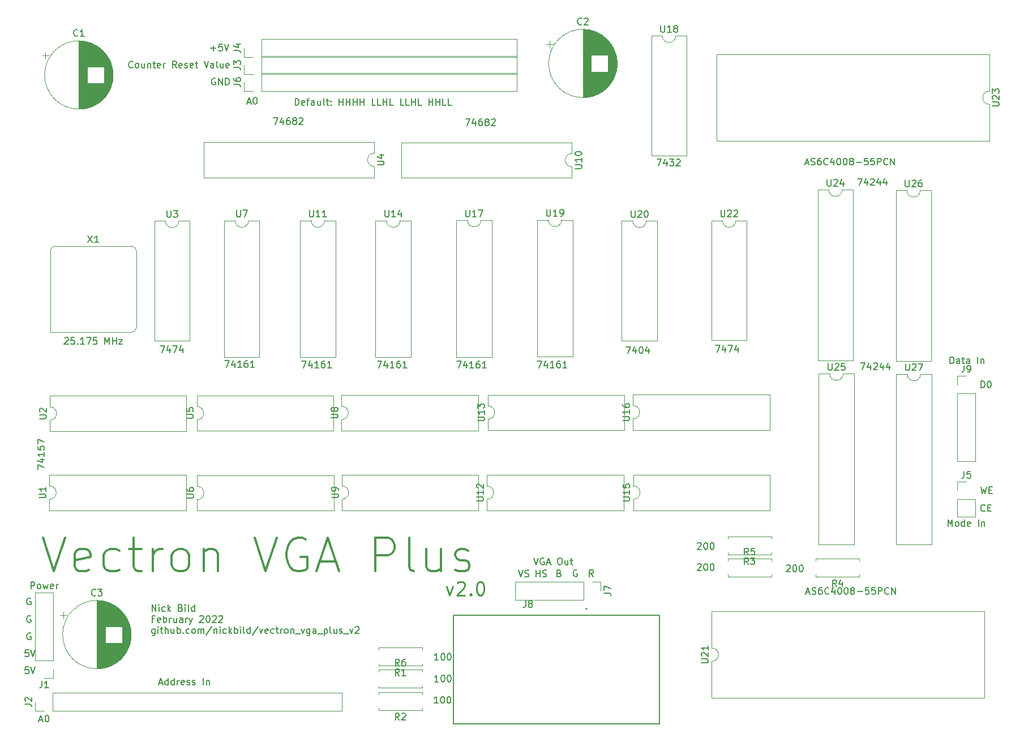
<source format=gto>
%TF.GenerationSoftware,KiCad,Pcbnew,5.1.12-84ad8e8a86~92~ubuntu18.04.1*%
%TF.CreationDate,2022-02-09T16:29:34-05:00*%
%TF.ProjectId,kicad,6b696361-642e-46b6-9963-61645f706362,rev?*%
%TF.SameCoordinates,Original*%
%TF.FileFunction,Legend,Top*%
%TF.FilePolarity,Positive*%
%FSLAX46Y46*%
G04 Gerber Fmt 4.6, Leading zero omitted, Abs format (unit mm)*
G04 Created by KiCad (PCBNEW 5.1.12-84ad8e8a86~92~ubuntu18.04.1) date 2022-02-09 16:29:34*
%MOMM*%
%LPD*%
G01*
G04 APERTURE LIST*
%ADD10C,0.150000*%
%ADD11C,0.250000*%
%ADD12C,0.350000*%
%ADD13C,0.120000*%
%ADD14C,0.127000*%
%ADD15C,0.200000*%
%ADD16C,1.600000*%
%ADD17R,1.600000X1.600000*%
%ADD18O,1.600000X1.600000*%
%ADD19O,1.700000X1.700000*%
%ADD20R,1.700000X1.700000*%
%ADD21C,4.066000*%
%ADD22C,1.785000*%
%ADD23R,1.785000X1.785000*%
%ADD24C,2.000000*%
%ADD25R,2.000000X2.000000*%
G04 APERTURE END LIST*
D10*
X298328395Y-241321580D02*
X298328395Y-240321580D01*
X298899823Y-241321580D01*
X298899823Y-240321580D01*
X299376014Y-241321580D02*
X299376014Y-240654914D01*
X299376014Y-240321580D02*
X299328395Y-240369200D01*
X299376014Y-240416819D01*
X299423633Y-240369200D01*
X299376014Y-240321580D01*
X299376014Y-240416819D01*
X300280776Y-241273961D02*
X300185538Y-241321580D01*
X299995061Y-241321580D01*
X299899823Y-241273961D01*
X299852204Y-241226342D01*
X299804585Y-241131104D01*
X299804585Y-240845390D01*
X299852204Y-240750152D01*
X299899823Y-240702533D01*
X299995061Y-240654914D01*
X300185538Y-240654914D01*
X300280776Y-240702533D01*
X300709347Y-241321580D02*
X300709347Y-240321580D01*
X300804585Y-240940628D02*
X301090300Y-241321580D01*
X301090300Y-240654914D02*
X300709347Y-241035866D01*
X302614109Y-240797771D02*
X302756966Y-240845390D01*
X302804585Y-240893009D01*
X302852204Y-240988247D01*
X302852204Y-241131104D01*
X302804585Y-241226342D01*
X302756966Y-241273961D01*
X302661728Y-241321580D01*
X302280776Y-241321580D01*
X302280776Y-240321580D01*
X302614109Y-240321580D01*
X302709347Y-240369200D01*
X302756966Y-240416819D01*
X302804585Y-240512057D01*
X302804585Y-240607295D01*
X302756966Y-240702533D01*
X302709347Y-240750152D01*
X302614109Y-240797771D01*
X302280776Y-240797771D01*
X303280776Y-241321580D02*
X303280776Y-240654914D01*
X303280776Y-240321580D02*
X303233157Y-240369200D01*
X303280776Y-240416819D01*
X303328395Y-240369200D01*
X303280776Y-240321580D01*
X303280776Y-240416819D01*
X303899823Y-241321580D02*
X303804585Y-241273961D01*
X303756966Y-241178723D01*
X303756966Y-240321580D01*
X304709347Y-241321580D02*
X304709347Y-240321580D01*
X304709347Y-241273961D02*
X304614109Y-241321580D01*
X304423633Y-241321580D01*
X304328395Y-241273961D01*
X304280776Y-241226342D01*
X304233157Y-241131104D01*
X304233157Y-240845390D01*
X304280776Y-240750152D01*
X304328395Y-240702533D01*
X304423633Y-240654914D01*
X304614109Y-240654914D01*
X304709347Y-240702533D01*
X298661728Y-242447771D02*
X298328395Y-242447771D01*
X298328395Y-242971580D02*
X298328395Y-241971580D01*
X298804585Y-241971580D01*
X299566490Y-242923961D02*
X299471252Y-242971580D01*
X299280776Y-242971580D01*
X299185538Y-242923961D01*
X299137919Y-242828723D01*
X299137919Y-242447771D01*
X299185538Y-242352533D01*
X299280776Y-242304914D01*
X299471252Y-242304914D01*
X299566490Y-242352533D01*
X299614109Y-242447771D01*
X299614109Y-242543009D01*
X299137919Y-242638247D01*
X300042680Y-242971580D02*
X300042680Y-241971580D01*
X300042680Y-242352533D02*
X300137919Y-242304914D01*
X300328395Y-242304914D01*
X300423633Y-242352533D01*
X300471252Y-242400152D01*
X300518871Y-242495390D01*
X300518871Y-242781104D01*
X300471252Y-242876342D01*
X300423633Y-242923961D01*
X300328395Y-242971580D01*
X300137919Y-242971580D01*
X300042680Y-242923961D01*
X300947442Y-242971580D02*
X300947442Y-242304914D01*
X300947442Y-242495390D02*
X300995061Y-242400152D01*
X301042680Y-242352533D01*
X301137919Y-242304914D01*
X301233157Y-242304914D01*
X301995061Y-242304914D02*
X301995061Y-242971580D01*
X301566490Y-242304914D02*
X301566490Y-242828723D01*
X301614109Y-242923961D01*
X301709347Y-242971580D01*
X301852204Y-242971580D01*
X301947442Y-242923961D01*
X301995061Y-242876342D01*
X302899823Y-242971580D02*
X302899823Y-242447771D01*
X302852204Y-242352533D01*
X302756966Y-242304914D01*
X302566490Y-242304914D01*
X302471252Y-242352533D01*
X302899823Y-242923961D02*
X302804585Y-242971580D01*
X302566490Y-242971580D01*
X302471252Y-242923961D01*
X302423633Y-242828723D01*
X302423633Y-242733485D01*
X302471252Y-242638247D01*
X302566490Y-242590628D01*
X302804585Y-242590628D01*
X302899823Y-242543009D01*
X303376014Y-242971580D02*
X303376014Y-242304914D01*
X303376014Y-242495390D02*
X303423633Y-242400152D01*
X303471252Y-242352533D01*
X303566490Y-242304914D01*
X303661728Y-242304914D01*
X303899823Y-242304914D02*
X304137919Y-242971580D01*
X304376014Y-242304914D02*
X304137919Y-242971580D01*
X304042680Y-243209676D01*
X303995061Y-243257295D01*
X303899823Y-243304914D01*
X305471252Y-242066819D02*
X305518871Y-242019200D01*
X305614109Y-241971580D01*
X305852204Y-241971580D01*
X305947442Y-242019200D01*
X305995061Y-242066819D01*
X306042680Y-242162057D01*
X306042680Y-242257295D01*
X305995061Y-242400152D01*
X305423633Y-242971580D01*
X306042680Y-242971580D01*
X306661728Y-241971580D02*
X306756966Y-241971580D01*
X306852204Y-242019200D01*
X306899823Y-242066819D01*
X306947442Y-242162057D01*
X306995061Y-242352533D01*
X306995061Y-242590628D01*
X306947442Y-242781104D01*
X306899823Y-242876342D01*
X306852204Y-242923961D01*
X306756966Y-242971580D01*
X306661728Y-242971580D01*
X306566490Y-242923961D01*
X306518871Y-242876342D01*
X306471252Y-242781104D01*
X306423633Y-242590628D01*
X306423633Y-242352533D01*
X306471252Y-242162057D01*
X306518871Y-242066819D01*
X306566490Y-242019200D01*
X306661728Y-241971580D01*
X307376014Y-242066819D02*
X307423633Y-242019200D01*
X307518871Y-241971580D01*
X307756966Y-241971580D01*
X307852204Y-242019200D01*
X307899823Y-242066819D01*
X307947442Y-242162057D01*
X307947442Y-242257295D01*
X307899823Y-242400152D01*
X307328395Y-242971580D01*
X307947442Y-242971580D01*
X308328395Y-242066819D02*
X308376014Y-242019200D01*
X308471252Y-241971580D01*
X308709347Y-241971580D01*
X308804585Y-242019200D01*
X308852204Y-242066819D01*
X308899823Y-242162057D01*
X308899823Y-242257295D01*
X308852204Y-242400152D01*
X308280776Y-242971580D01*
X308899823Y-242971580D01*
X298756966Y-243954914D02*
X298756966Y-244764438D01*
X298709347Y-244859676D01*
X298661728Y-244907295D01*
X298566490Y-244954914D01*
X298423633Y-244954914D01*
X298328395Y-244907295D01*
X298756966Y-244573961D02*
X298661728Y-244621580D01*
X298471252Y-244621580D01*
X298376014Y-244573961D01*
X298328395Y-244526342D01*
X298280776Y-244431104D01*
X298280776Y-244145390D01*
X298328395Y-244050152D01*
X298376014Y-244002533D01*
X298471252Y-243954914D01*
X298661728Y-243954914D01*
X298756966Y-244002533D01*
X299233157Y-244621580D02*
X299233157Y-243954914D01*
X299233157Y-243621580D02*
X299185538Y-243669200D01*
X299233157Y-243716819D01*
X299280776Y-243669200D01*
X299233157Y-243621580D01*
X299233157Y-243716819D01*
X299566490Y-243954914D02*
X299947442Y-243954914D01*
X299709347Y-243621580D02*
X299709347Y-244478723D01*
X299756966Y-244573961D01*
X299852204Y-244621580D01*
X299947442Y-244621580D01*
X300280776Y-244621580D02*
X300280776Y-243621580D01*
X300709347Y-244621580D02*
X300709347Y-244097771D01*
X300661728Y-244002533D01*
X300566490Y-243954914D01*
X300423633Y-243954914D01*
X300328395Y-244002533D01*
X300280776Y-244050152D01*
X301614109Y-243954914D02*
X301614109Y-244621580D01*
X301185538Y-243954914D02*
X301185538Y-244478723D01*
X301233157Y-244573961D01*
X301328395Y-244621580D01*
X301471252Y-244621580D01*
X301566490Y-244573961D01*
X301614109Y-244526342D01*
X302090300Y-244621580D02*
X302090300Y-243621580D01*
X302090300Y-244002533D02*
X302185538Y-243954914D01*
X302376014Y-243954914D01*
X302471252Y-244002533D01*
X302518871Y-244050152D01*
X302566490Y-244145390D01*
X302566490Y-244431104D01*
X302518871Y-244526342D01*
X302471252Y-244573961D01*
X302376014Y-244621580D01*
X302185538Y-244621580D01*
X302090300Y-244573961D01*
X302995061Y-244526342D02*
X303042680Y-244573961D01*
X302995061Y-244621580D01*
X302947442Y-244573961D01*
X302995061Y-244526342D01*
X302995061Y-244621580D01*
X303899823Y-244573961D02*
X303804585Y-244621580D01*
X303614109Y-244621580D01*
X303518871Y-244573961D01*
X303471252Y-244526342D01*
X303423633Y-244431104D01*
X303423633Y-244145390D01*
X303471252Y-244050152D01*
X303518871Y-244002533D01*
X303614109Y-243954914D01*
X303804585Y-243954914D01*
X303899823Y-244002533D01*
X304471252Y-244621580D02*
X304376014Y-244573961D01*
X304328395Y-244526342D01*
X304280776Y-244431104D01*
X304280776Y-244145390D01*
X304328395Y-244050152D01*
X304376014Y-244002533D01*
X304471252Y-243954914D01*
X304614109Y-243954914D01*
X304709347Y-244002533D01*
X304756966Y-244050152D01*
X304804585Y-244145390D01*
X304804585Y-244431104D01*
X304756966Y-244526342D01*
X304709347Y-244573961D01*
X304614109Y-244621580D01*
X304471252Y-244621580D01*
X305233157Y-244621580D02*
X305233157Y-243954914D01*
X305233157Y-244050152D02*
X305280776Y-244002533D01*
X305376014Y-243954914D01*
X305518871Y-243954914D01*
X305614109Y-244002533D01*
X305661728Y-244097771D01*
X305661728Y-244621580D01*
X305661728Y-244097771D02*
X305709347Y-244002533D01*
X305804585Y-243954914D01*
X305947442Y-243954914D01*
X306042680Y-244002533D01*
X306090300Y-244097771D01*
X306090300Y-244621580D01*
X307280776Y-243573961D02*
X306423633Y-244859676D01*
X307614109Y-243954914D02*
X307614109Y-244621580D01*
X307614109Y-244050152D02*
X307661728Y-244002533D01*
X307756966Y-243954914D01*
X307899823Y-243954914D01*
X307995061Y-244002533D01*
X308042680Y-244097771D01*
X308042680Y-244621580D01*
X308518871Y-244621580D02*
X308518871Y-243954914D01*
X308518871Y-243621580D02*
X308471252Y-243669200D01*
X308518871Y-243716819D01*
X308566490Y-243669200D01*
X308518871Y-243621580D01*
X308518871Y-243716819D01*
X309423633Y-244573961D02*
X309328395Y-244621580D01*
X309137919Y-244621580D01*
X309042680Y-244573961D01*
X308995061Y-244526342D01*
X308947442Y-244431104D01*
X308947442Y-244145390D01*
X308995061Y-244050152D01*
X309042680Y-244002533D01*
X309137919Y-243954914D01*
X309328395Y-243954914D01*
X309423633Y-244002533D01*
X309852204Y-244621580D02*
X309852204Y-243621580D01*
X309947442Y-244240628D02*
X310233157Y-244621580D01*
X310233157Y-243954914D02*
X309852204Y-244335866D01*
X310661728Y-244621580D02*
X310661728Y-243621580D01*
X310661728Y-244002533D02*
X310756966Y-243954914D01*
X310947442Y-243954914D01*
X311042680Y-244002533D01*
X311090300Y-244050152D01*
X311137919Y-244145390D01*
X311137919Y-244431104D01*
X311090300Y-244526342D01*
X311042680Y-244573961D01*
X310947442Y-244621580D01*
X310756966Y-244621580D01*
X310661728Y-244573961D01*
X311566490Y-244621580D02*
X311566490Y-243954914D01*
X311566490Y-243621580D02*
X311518871Y-243669200D01*
X311566490Y-243716819D01*
X311614109Y-243669200D01*
X311566490Y-243621580D01*
X311566490Y-243716819D01*
X312185538Y-244621580D02*
X312090300Y-244573961D01*
X312042680Y-244478723D01*
X312042680Y-243621580D01*
X312995061Y-244621580D02*
X312995061Y-243621580D01*
X312995061Y-244573961D02*
X312899823Y-244621580D01*
X312709347Y-244621580D01*
X312614109Y-244573961D01*
X312566490Y-244526342D01*
X312518871Y-244431104D01*
X312518871Y-244145390D01*
X312566490Y-244050152D01*
X312614109Y-244002533D01*
X312709347Y-243954914D01*
X312899823Y-243954914D01*
X312995061Y-244002533D01*
X314185538Y-243573961D02*
X313328395Y-244859676D01*
X314423633Y-243954914D02*
X314661728Y-244621580D01*
X314899823Y-243954914D01*
X315661728Y-244573961D02*
X315566490Y-244621580D01*
X315376014Y-244621580D01*
X315280776Y-244573961D01*
X315233157Y-244478723D01*
X315233157Y-244097771D01*
X315280776Y-244002533D01*
X315376014Y-243954914D01*
X315566490Y-243954914D01*
X315661728Y-244002533D01*
X315709347Y-244097771D01*
X315709347Y-244193009D01*
X315233157Y-244288247D01*
X316566490Y-244573961D02*
X316471252Y-244621580D01*
X316280776Y-244621580D01*
X316185538Y-244573961D01*
X316137919Y-244526342D01*
X316090300Y-244431104D01*
X316090300Y-244145390D01*
X316137919Y-244050152D01*
X316185538Y-244002533D01*
X316280776Y-243954914D01*
X316471252Y-243954914D01*
X316566490Y-244002533D01*
X316852204Y-243954914D02*
X317233157Y-243954914D01*
X316995061Y-243621580D02*
X316995061Y-244478723D01*
X317042680Y-244573961D01*
X317137919Y-244621580D01*
X317233157Y-244621580D01*
X317566490Y-244621580D02*
X317566490Y-243954914D01*
X317566490Y-244145390D02*
X317614109Y-244050152D01*
X317661728Y-244002533D01*
X317756966Y-243954914D01*
X317852204Y-243954914D01*
X318328395Y-244621580D02*
X318233157Y-244573961D01*
X318185538Y-244526342D01*
X318137919Y-244431104D01*
X318137919Y-244145390D01*
X318185538Y-244050152D01*
X318233157Y-244002533D01*
X318328395Y-243954914D01*
X318471252Y-243954914D01*
X318566490Y-244002533D01*
X318614109Y-244050152D01*
X318661728Y-244145390D01*
X318661728Y-244431104D01*
X318614109Y-244526342D01*
X318566490Y-244573961D01*
X318471252Y-244621580D01*
X318328395Y-244621580D01*
X319090300Y-243954914D02*
X319090300Y-244621580D01*
X319090300Y-244050152D02*
X319137919Y-244002533D01*
X319233157Y-243954914D01*
X319376014Y-243954914D01*
X319471252Y-244002533D01*
X319518871Y-244097771D01*
X319518871Y-244621580D01*
X319756966Y-244716819D02*
X320518871Y-244716819D01*
X320661728Y-243954914D02*
X320899823Y-244621580D01*
X321137919Y-243954914D01*
X321947442Y-243954914D02*
X321947442Y-244764438D01*
X321899823Y-244859676D01*
X321852204Y-244907295D01*
X321756966Y-244954914D01*
X321614109Y-244954914D01*
X321518871Y-244907295D01*
X321947442Y-244573961D02*
X321852204Y-244621580D01*
X321661728Y-244621580D01*
X321566490Y-244573961D01*
X321518871Y-244526342D01*
X321471252Y-244431104D01*
X321471252Y-244145390D01*
X321518871Y-244050152D01*
X321566490Y-244002533D01*
X321661728Y-243954914D01*
X321852204Y-243954914D01*
X321947442Y-244002533D01*
X322852204Y-244621580D02*
X322852204Y-244097771D01*
X322804585Y-244002533D01*
X322709347Y-243954914D01*
X322518871Y-243954914D01*
X322423633Y-244002533D01*
X322852204Y-244573961D02*
X322756966Y-244621580D01*
X322518871Y-244621580D01*
X322423633Y-244573961D01*
X322376014Y-244478723D01*
X322376014Y-244383485D01*
X322423633Y-244288247D01*
X322518871Y-244240628D01*
X322756966Y-244240628D01*
X322852204Y-244193009D01*
X323090300Y-244716819D02*
X323852204Y-244716819D01*
X324090300Y-243954914D02*
X324090300Y-244954914D01*
X324090300Y-244002533D02*
X324185538Y-243954914D01*
X324376014Y-243954914D01*
X324471252Y-244002533D01*
X324518871Y-244050152D01*
X324566490Y-244145390D01*
X324566490Y-244431104D01*
X324518871Y-244526342D01*
X324471252Y-244573961D01*
X324376014Y-244621580D01*
X324185538Y-244621580D01*
X324090300Y-244573961D01*
X325137919Y-244621580D02*
X325042680Y-244573961D01*
X324995061Y-244478723D01*
X324995061Y-243621580D01*
X325947442Y-243954914D02*
X325947442Y-244621580D01*
X325518871Y-243954914D02*
X325518871Y-244478723D01*
X325566490Y-244573961D01*
X325661728Y-244621580D01*
X325804585Y-244621580D01*
X325899823Y-244573961D01*
X325947442Y-244526342D01*
X326376014Y-244573961D02*
X326471252Y-244621580D01*
X326661728Y-244621580D01*
X326756966Y-244573961D01*
X326804585Y-244478723D01*
X326804585Y-244431104D01*
X326756966Y-244335866D01*
X326661728Y-244288247D01*
X326518871Y-244288247D01*
X326423633Y-244240628D01*
X326376014Y-244145390D01*
X326376014Y-244097771D01*
X326423633Y-244002533D01*
X326518871Y-243954914D01*
X326661728Y-243954914D01*
X326756966Y-244002533D01*
X326995061Y-244716819D02*
X327756966Y-244716819D01*
X327899823Y-243954914D02*
X328137919Y-244621580D01*
X328376014Y-243954914D01*
X328709347Y-243716819D02*
X328756966Y-243669200D01*
X328852204Y-243621580D01*
X329090300Y-243621580D01*
X329185538Y-243669200D01*
X329233157Y-243716819D01*
X329280776Y-243812057D01*
X329280776Y-243907295D01*
X329233157Y-244050152D01*
X328661728Y-244621580D01*
X329280776Y-244621580D01*
D11*
X342379657Y-237569428D02*
X342855847Y-238902761D01*
X343332038Y-237569428D01*
X343998704Y-237093238D02*
X344093942Y-236998000D01*
X344284419Y-236902761D01*
X344760609Y-236902761D01*
X344951085Y-236998000D01*
X345046323Y-237093238D01*
X345141561Y-237283714D01*
X345141561Y-237474190D01*
X345046323Y-237759904D01*
X343903466Y-238902761D01*
X345141561Y-238902761D01*
X345998704Y-238712285D02*
X346093942Y-238807523D01*
X345998704Y-238902761D01*
X345903466Y-238807523D01*
X345998704Y-238712285D01*
X345998704Y-238902761D01*
X347332038Y-236902761D02*
X347522514Y-236902761D01*
X347712990Y-236998000D01*
X347808228Y-237093238D01*
X347903466Y-237283714D01*
X347998704Y-237664666D01*
X347998704Y-238140857D01*
X347903466Y-238521809D01*
X347808228Y-238712285D01*
X347712990Y-238807523D01*
X347522514Y-238902761D01*
X347332038Y-238902761D01*
X347141561Y-238807523D01*
X347046323Y-238712285D01*
X346951085Y-238521809D01*
X346855847Y-238140857D01*
X346855847Y-237664666D01*
X346951085Y-237283714D01*
X347046323Y-237093238D01*
X347141561Y-236998000D01*
X347332038Y-236902761D01*
D12*
X282004342Y-230332304D02*
X283671009Y-235332304D01*
X285337676Y-230332304D01*
X288909104Y-235094209D02*
X288432914Y-235332304D01*
X287480533Y-235332304D01*
X287004342Y-235094209D01*
X286766247Y-234618019D01*
X286766247Y-232713257D01*
X287004342Y-232237066D01*
X287480533Y-231998971D01*
X288432914Y-231998971D01*
X288909104Y-232237066D01*
X289147200Y-232713257D01*
X289147200Y-233189447D01*
X286766247Y-233665638D01*
X293432914Y-235094209D02*
X292956723Y-235332304D01*
X292004342Y-235332304D01*
X291528152Y-235094209D01*
X291290057Y-234856114D01*
X291051961Y-234379923D01*
X291051961Y-232951352D01*
X291290057Y-232475161D01*
X291528152Y-232237066D01*
X292004342Y-231998971D01*
X292956723Y-231998971D01*
X293432914Y-232237066D01*
X294861485Y-231998971D02*
X296766247Y-231998971D01*
X295575771Y-230332304D02*
X295575771Y-234618019D01*
X295813866Y-235094209D01*
X296290057Y-235332304D01*
X296766247Y-235332304D01*
X298432914Y-235332304D02*
X298432914Y-231998971D01*
X298432914Y-232951352D02*
X298671009Y-232475161D01*
X298909104Y-232237066D01*
X299385295Y-231998971D01*
X299861485Y-231998971D01*
X302242438Y-235332304D02*
X301766247Y-235094209D01*
X301528152Y-234856114D01*
X301290057Y-234379923D01*
X301290057Y-232951352D01*
X301528152Y-232475161D01*
X301766247Y-232237066D01*
X302242438Y-231998971D01*
X302956723Y-231998971D01*
X303432914Y-232237066D01*
X303671009Y-232475161D01*
X303909104Y-232951352D01*
X303909104Y-234379923D01*
X303671009Y-234856114D01*
X303432914Y-235094209D01*
X302956723Y-235332304D01*
X302242438Y-235332304D01*
X306051961Y-231998971D02*
X306051961Y-235332304D01*
X306051961Y-232475161D02*
X306290057Y-232237066D01*
X306766247Y-231998971D01*
X307480533Y-231998971D01*
X307956723Y-232237066D01*
X308194819Y-232713257D01*
X308194819Y-235332304D01*
X313671009Y-230332304D02*
X315337676Y-235332304D01*
X317004342Y-230332304D01*
X321290057Y-230570400D02*
X320813866Y-230332304D01*
X320099580Y-230332304D01*
X319385295Y-230570400D01*
X318909104Y-231046590D01*
X318671009Y-231522780D01*
X318432914Y-232475161D01*
X318432914Y-233189447D01*
X318671009Y-234141828D01*
X318909104Y-234618019D01*
X319385295Y-235094209D01*
X320099580Y-235332304D01*
X320575771Y-235332304D01*
X321290057Y-235094209D01*
X321528152Y-234856114D01*
X321528152Y-233189447D01*
X320575771Y-233189447D01*
X323432914Y-233903733D02*
X325813866Y-233903733D01*
X322956723Y-235332304D02*
X324623390Y-230332304D01*
X326290057Y-235332304D01*
X331766247Y-235332304D02*
X331766247Y-230332304D01*
X333671009Y-230332304D01*
X334147200Y-230570400D01*
X334385295Y-230808495D01*
X334623390Y-231284685D01*
X334623390Y-231998971D01*
X334385295Y-232475161D01*
X334147200Y-232713257D01*
X333671009Y-232951352D01*
X331766247Y-232951352D01*
X337480533Y-235332304D02*
X337004342Y-235094209D01*
X336766247Y-234618019D01*
X336766247Y-230332304D01*
X341528152Y-231998971D02*
X341528152Y-235332304D01*
X339385295Y-231998971D02*
X339385295Y-234618019D01*
X339623390Y-235094209D01*
X340099580Y-235332304D01*
X340813866Y-235332304D01*
X341290057Y-235094209D01*
X341528152Y-234856114D01*
X343671009Y-235094209D02*
X344147199Y-235332304D01*
X345099580Y-235332304D01*
X345575771Y-235094209D01*
X345813866Y-234618019D01*
X345813866Y-234379923D01*
X345575771Y-233903733D01*
X345099580Y-233665638D01*
X344385295Y-233665638D01*
X343909104Y-233427542D01*
X343671009Y-232951352D01*
X343671009Y-232713257D01*
X343909104Y-232237066D01*
X344385295Y-231998971D01*
X345099580Y-231998971D01*
X345575771Y-232237066D01*
D10*
X422324304Y-207868780D02*
X422324304Y-206868780D01*
X422562400Y-206868780D01*
X422705257Y-206916400D01*
X422800495Y-207011638D01*
X422848114Y-207106876D01*
X422895733Y-207297352D01*
X422895733Y-207440209D01*
X422848114Y-207630685D01*
X422800495Y-207725923D01*
X422705257Y-207821161D01*
X422562400Y-207868780D01*
X422324304Y-207868780D01*
X423514780Y-206868780D02*
X423610019Y-206868780D01*
X423705257Y-206916400D01*
X423752876Y-206964019D01*
X423800495Y-207059257D01*
X423848114Y-207249733D01*
X423848114Y-207487828D01*
X423800495Y-207678304D01*
X423752876Y-207773542D01*
X423705257Y-207821161D01*
X423610019Y-207868780D01*
X423514780Y-207868780D01*
X423419542Y-207821161D01*
X423371923Y-207773542D01*
X423324304Y-207678304D01*
X423276685Y-207487828D01*
X423276685Y-207249733D01*
X423324304Y-207059257D01*
X423371923Y-206964019D01*
X423419542Y-206916400D01*
X423514780Y-206868780D01*
X417693790Y-204261980D02*
X417693790Y-203261980D01*
X417931885Y-203261980D01*
X418074742Y-203309600D01*
X418169980Y-203404838D01*
X418217600Y-203500076D01*
X418265219Y-203690552D01*
X418265219Y-203833409D01*
X418217600Y-204023885D01*
X418169980Y-204119123D01*
X418074742Y-204214361D01*
X417931885Y-204261980D01*
X417693790Y-204261980D01*
X419122361Y-204261980D02*
X419122361Y-203738171D01*
X419074742Y-203642933D01*
X418979504Y-203595314D01*
X418789028Y-203595314D01*
X418693790Y-203642933D01*
X419122361Y-204214361D02*
X419027123Y-204261980D01*
X418789028Y-204261980D01*
X418693790Y-204214361D01*
X418646171Y-204119123D01*
X418646171Y-204023885D01*
X418693790Y-203928647D01*
X418789028Y-203881028D01*
X419027123Y-203881028D01*
X419122361Y-203833409D01*
X419455695Y-203595314D02*
X419836647Y-203595314D01*
X419598552Y-203261980D02*
X419598552Y-204119123D01*
X419646171Y-204214361D01*
X419741409Y-204261980D01*
X419836647Y-204261980D01*
X420598552Y-204261980D02*
X420598552Y-203738171D01*
X420550933Y-203642933D01*
X420455695Y-203595314D01*
X420265219Y-203595314D01*
X420169980Y-203642933D01*
X420598552Y-204214361D02*
X420503314Y-204261980D01*
X420265219Y-204261980D01*
X420169980Y-204214361D01*
X420122361Y-204119123D01*
X420122361Y-204023885D01*
X420169980Y-203928647D01*
X420265219Y-203881028D01*
X420503314Y-203881028D01*
X420598552Y-203833409D01*
X421836647Y-204261980D02*
X421836647Y-203261980D01*
X422312838Y-203595314D02*
X422312838Y-204261980D01*
X422312838Y-203690552D02*
X422360457Y-203642933D01*
X422455695Y-203595314D01*
X422598552Y-203595314D01*
X422693790Y-203642933D01*
X422741409Y-203738171D01*
X422741409Y-204261980D01*
X422919542Y-226264742D02*
X422871923Y-226312361D01*
X422729066Y-226359980D01*
X422633828Y-226359980D01*
X422490971Y-226312361D01*
X422395733Y-226217123D01*
X422348114Y-226121885D01*
X422300495Y-225931409D01*
X422300495Y-225788552D01*
X422348114Y-225598076D01*
X422395733Y-225502838D01*
X422490971Y-225407600D01*
X422633828Y-225359980D01*
X422729066Y-225359980D01*
X422871923Y-225407600D01*
X422919542Y-225455219D01*
X423348114Y-225836171D02*
X423681447Y-225836171D01*
X423824304Y-226359980D02*
X423348114Y-226359980D01*
X423348114Y-225359980D01*
X423824304Y-225359980D01*
X422283047Y-222718380D02*
X422521142Y-223718380D01*
X422711619Y-223004095D01*
X422902095Y-223718380D01*
X423140190Y-222718380D01*
X423521142Y-223194571D02*
X423854476Y-223194571D01*
X423997333Y-223718380D02*
X423521142Y-223718380D01*
X423521142Y-222718380D01*
X423997333Y-222718380D01*
X417377904Y-228595180D02*
X417377904Y-227595180D01*
X417711238Y-228309466D01*
X418044571Y-227595180D01*
X418044571Y-228595180D01*
X418663619Y-228595180D02*
X418568380Y-228547561D01*
X418520761Y-228499942D01*
X418473142Y-228404704D01*
X418473142Y-228118990D01*
X418520761Y-228023752D01*
X418568380Y-227976133D01*
X418663619Y-227928514D01*
X418806476Y-227928514D01*
X418901714Y-227976133D01*
X418949333Y-228023752D01*
X418996952Y-228118990D01*
X418996952Y-228404704D01*
X418949333Y-228499942D01*
X418901714Y-228547561D01*
X418806476Y-228595180D01*
X418663619Y-228595180D01*
X419854095Y-228595180D02*
X419854095Y-227595180D01*
X419854095Y-228547561D02*
X419758857Y-228595180D01*
X419568380Y-228595180D01*
X419473142Y-228547561D01*
X419425523Y-228499942D01*
X419377904Y-228404704D01*
X419377904Y-228118990D01*
X419425523Y-228023752D01*
X419473142Y-227976133D01*
X419568380Y-227928514D01*
X419758857Y-227928514D01*
X419854095Y-227976133D01*
X420711238Y-228547561D02*
X420616000Y-228595180D01*
X420425523Y-228595180D01*
X420330285Y-228547561D01*
X420282666Y-228452323D01*
X420282666Y-228071371D01*
X420330285Y-227976133D01*
X420425523Y-227928514D01*
X420616000Y-227928514D01*
X420711238Y-227976133D01*
X420758857Y-228071371D01*
X420758857Y-228166609D01*
X420282666Y-228261847D01*
X421949333Y-228595180D02*
X421949333Y-227595180D01*
X422425523Y-227928514D02*
X422425523Y-228595180D01*
X422425523Y-228023752D02*
X422473142Y-227976133D01*
X422568380Y-227928514D01*
X422711238Y-227928514D01*
X422806476Y-227976133D01*
X422854095Y-228071371D01*
X422854095Y-228595180D01*
X281479714Y-257570266D02*
X281955904Y-257570266D01*
X281384476Y-257855980D02*
X281717809Y-256855980D01*
X282051142Y-257855980D01*
X282574952Y-256855980D02*
X282670190Y-256855980D01*
X282765428Y-256903600D01*
X282813047Y-256951219D01*
X282860666Y-257046457D01*
X282908285Y-257236933D01*
X282908285Y-257475028D01*
X282860666Y-257665504D01*
X282813047Y-257760742D01*
X282765428Y-257808361D01*
X282670190Y-257855980D01*
X282574952Y-257855980D01*
X282479714Y-257808361D01*
X282432095Y-257760742D01*
X282384476Y-257665504D01*
X282336857Y-257475028D01*
X282336857Y-257236933D01*
X282384476Y-257046457D01*
X282432095Y-256951219D01*
X282479714Y-256903600D01*
X282574952Y-256855980D01*
X299412495Y-252033066D02*
X299888685Y-252033066D01*
X299317257Y-252318780D02*
X299650590Y-251318780D01*
X299983923Y-252318780D01*
X300745828Y-252318780D02*
X300745828Y-251318780D01*
X300745828Y-252271161D02*
X300650590Y-252318780D01*
X300460114Y-252318780D01*
X300364876Y-252271161D01*
X300317257Y-252223542D01*
X300269638Y-252128304D01*
X300269638Y-251842590D01*
X300317257Y-251747352D01*
X300364876Y-251699733D01*
X300460114Y-251652114D01*
X300650590Y-251652114D01*
X300745828Y-251699733D01*
X301650590Y-252318780D02*
X301650590Y-251318780D01*
X301650590Y-252271161D02*
X301555352Y-252318780D01*
X301364876Y-252318780D01*
X301269638Y-252271161D01*
X301222019Y-252223542D01*
X301174400Y-252128304D01*
X301174400Y-251842590D01*
X301222019Y-251747352D01*
X301269638Y-251699733D01*
X301364876Y-251652114D01*
X301555352Y-251652114D01*
X301650590Y-251699733D01*
X302126780Y-252318780D02*
X302126780Y-251652114D01*
X302126780Y-251842590D02*
X302174400Y-251747352D01*
X302222019Y-251699733D01*
X302317257Y-251652114D01*
X302412495Y-251652114D01*
X303126780Y-252271161D02*
X303031542Y-252318780D01*
X302841066Y-252318780D01*
X302745828Y-252271161D01*
X302698209Y-252175923D01*
X302698209Y-251794971D01*
X302745828Y-251699733D01*
X302841066Y-251652114D01*
X303031542Y-251652114D01*
X303126780Y-251699733D01*
X303174400Y-251794971D01*
X303174400Y-251890209D01*
X302698209Y-251985447D01*
X303555352Y-252271161D02*
X303650590Y-252318780D01*
X303841066Y-252318780D01*
X303936304Y-252271161D01*
X303983923Y-252175923D01*
X303983923Y-252128304D01*
X303936304Y-252033066D01*
X303841066Y-251985447D01*
X303698209Y-251985447D01*
X303602971Y-251937828D01*
X303555352Y-251842590D01*
X303555352Y-251794971D01*
X303602971Y-251699733D01*
X303698209Y-251652114D01*
X303841066Y-251652114D01*
X303936304Y-251699733D01*
X304364876Y-252271161D02*
X304460114Y-252318780D01*
X304650590Y-252318780D01*
X304745828Y-252271161D01*
X304793447Y-252175923D01*
X304793447Y-252128304D01*
X304745828Y-252033066D01*
X304650590Y-251985447D01*
X304507733Y-251985447D01*
X304412495Y-251937828D01*
X304364876Y-251842590D01*
X304364876Y-251794971D01*
X304412495Y-251699733D01*
X304507733Y-251652114D01*
X304650590Y-251652114D01*
X304745828Y-251699733D01*
X305983923Y-252318780D02*
X305983923Y-251318780D01*
X306460114Y-251652114D02*
X306460114Y-252318780D01*
X306460114Y-251747352D02*
X306507733Y-251699733D01*
X306602971Y-251652114D01*
X306745828Y-251652114D01*
X306841066Y-251699733D01*
X306888685Y-251794971D01*
X306888685Y-252318780D01*
X280169904Y-239377600D02*
X280074666Y-239329980D01*
X279931809Y-239329980D01*
X279788952Y-239377600D01*
X279693714Y-239472838D01*
X279646095Y-239568076D01*
X279598476Y-239758552D01*
X279598476Y-239901409D01*
X279646095Y-240091885D01*
X279693714Y-240187123D01*
X279788952Y-240282361D01*
X279931809Y-240329980D01*
X280027047Y-240329980D01*
X280169904Y-240282361D01*
X280217523Y-240234742D01*
X280217523Y-239901409D01*
X280027047Y-239901409D01*
X280169904Y-242019200D02*
X280074666Y-241971580D01*
X279931809Y-241971580D01*
X279788952Y-242019200D01*
X279693714Y-242114438D01*
X279646095Y-242209676D01*
X279598476Y-242400152D01*
X279598476Y-242543009D01*
X279646095Y-242733485D01*
X279693714Y-242828723D01*
X279788952Y-242923961D01*
X279931809Y-242971580D01*
X280027047Y-242971580D01*
X280169904Y-242923961D01*
X280217523Y-242876342D01*
X280217523Y-242543009D01*
X280027047Y-242543009D01*
X280169904Y-244610000D02*
X280074666Y-244562380D01*
X279931809Y-244562380D01*
X279788952Y-244610000D01*
X279693714Y-244705238D01*
X279646095Y-244800476D01*
X279598476Y-244990952D01*
X279598476Y-245133809D01*
X279646095Y-245324285D01*
X279693714Y-245419523D01*
X279788952Y-245514761D01*
X279931809Y-245562380D01*
X280027047Y-245562380D01*
X280169904Y-245514761D01*
X280217523Y-245467142D01*
X280217523Y-245133809D01*
X280027047Y-245133809D01*
X279869923Y-247102380D02*
X279393733Y-247102380D01*
X279346114Y-247578571D01*
X279393733Y-247530952D01*
X279488971Y-247483333D01*
X279727066Y-247483333D01*
X279822304Y-247530952D01*
X279869923Y-247578571D01*
X279917542Y-247673809D01*
X279917542Y-247911904D01*
X279869923Y-248007142D01*
X279822304Y-248054761D01*
X279727066Y-248102380D01*
X279488971Y-248102380D01*
X279393733Y-248054761D01*
X279346114Y-248007142D01*
X280203257Y-247102380D02*
X280536590Y-248102380D01*
X280869923Y-247102380D01*
X279869923Y-249642380D02*
X279393733Y-249642380D01*
X279346114Y-250118571D01*
X279393733Y-250070952D01*
X279488971Y-250023333D01*
X279727066Y-250023333D01*
X279822304Y-250070952D01*
X279869923Y-250118571D01*
X279917542Y-250213809D01*
X279917542Y-250451904D01*
X279869923Y-250547142D01*
X279822304Y-250594761D01*
X279727066Y-250642380D01*
X279488971Y-250642380D01*
X279393733Y-250594761D01*
X279346114Y-250547142D01*
X280203257Y-249642380D02*
X280536590Y-250642380D01*
X280869923Y-249642380D01*
X280217809Y-237942380D02*
X280217809Y-236942380D01*
X280598761Y-236942380D01*
X280694000Y-236990000D01*
X280741619Y-237037619D01*
X280789238Y-237132857D01*
X280789238Y-237275714D01*
X280741619Y-237370952D01*
X280694000Y-237418571D01*
X280598761Y-237466190D01*
X280217809Y-237466190D01*
X281360666Y-237942380D02*
X281265428Y-237894761D01*
X281217809Y-237847142D01*
X281170190Y-237751904D01*
X281170190Y-237466190D01*
X281217809Y-237370952D01*
X281265428Y-237323333D01*
X281360666Y-237275714D01*
X281503523Y-237275714D01*
X281598761Y-237323333D01*
X281646380Y-237370952D01*
X281694000Y-237466190D01*
X281694000Y-237751904D01*
X281646380Y-237847142D01*
X281598761Y-237894761D01*
X281503523Y-237942380D01*
X281360666Y-237942380D01*
X282027333Y-237275714D02*
X282217809Y-237942380D01*
X282408285Y-237466190D01*
X282598761Y-237942380D01*
X282789238Y-237275714D01*
X283551142Y-237894761D02*
X283455904Y-237942380D01*
X283265428Y-237942380D01*
X283170190Y-237894761D01*
X283122571Y-237799523D01*
X283122571Y-237418571D01*
X283170190Y-237323333D01*
X283265428Y-237275714D01*
X283455904Y-237275714D01*
X283551142Y-237323333D01*
X283598761Y-237418571D01*
X283598761Y-237513809D01*
X283122571Y-237609047D01*
X284027333Y-237942380D02*
X284027333Y-237275714D01*
X284027333Y-237466190D02*
X284074952Y-237370952D01*
X284122571Y-237323333D01*
X284217809Y-237275714D01*
X284313047Y-237275714D01*
X341115733Y-255061980D02*
X340544304Y-255061980D01*
X340830019Y-255061980D02*
X340830019Y-254061980D01*
X340734780Y-254204838D01*
X340639542Y-254300076D01*
X340544304Y-254347695D01*
X341734780Y-254061980D02*
X341830019Y-254061980D01*
X341925257Y-254109600D01*
X341972876Y-254157219D01*
X342020495Y-254252457D01*
X342068114Y-254442933D01*
X342068114Y-254681028D01*
X342020495Y-254871504D01*
X341972876Y-254966742D01*
X341925257Y-255014361D01*
X341830019Y-255061980D01*
X341734780Y-255061980D01*
X341639542Y-255014361D01*
X341591923Y-254966742D01*
X341544304Y-254871504D01*
X341496685Y-254681028D01*
X341496685Y-254442933D01*
X341544304Y-254252457D01*
X341591923Y-254157219D01*
X341639542Y-254109600D01*
X341734780Y-254061980D01*
X342687161Y-254061980D02*
X342782400Y-254061980D01*
X342877638Y-254109600D01*
X342925257Y-254157219D01*
X342972876Y-254252457D01*
X343020495Y-254442933D01*
X343020495Y-254681028D01*
X342972876Y-254871504D01*
X342925257Y-254966742D01*
X342877638Y-255014361D01*
X342782400Y-255061980D01*
X342687161Y-255061980D01*
X342591923Y-255014361D01*
X342544304Y-254966742D01*
X342496685Y-254871504D01*
X342449066Y-254681028D01*
X342449066Y-254442933D01*
X342496685Y-254252457D01*
X342544304Y-254157219D01*
X342591923Y-254109600D01*
X342687161Y-254061980D01*
X341166533Y-251861580D02*
X340595104Y-251861580D01*
X340880819Y-251861580D02*
X340880819Y-250861580D01*
X340785580Y-251004438D01*
X340690342Y-251099676D01*
X340595104Y-251147295D01*
X341785580Y-250861580D02*
X341880819Y-250861580D01*
X341976057Y-250909200D01*
X342023676Y-250956819D01*
X342071295Y-251052057D01*
X342118914Y-251242533D01*
X342118914Y-251480628D01*
X342071295Y-251671104D01*
X342023676Y-251766342D01*
X341976057Y-251813961D01*
X341880819Y-251861580D01*
X341785580Y-251861580D01*
X341690342Y-251813961D01*
X341642723Y-251766342D01*
X341595104Y-251671104D01*
X341547485Y-251480628D01*
X341547485Y-251242533D01*
X341595104Y-251052057D01*
X341642723Y-250956819D01*
X341690342Y-250909200D01*
X341785580Y-250861580D01*
X342737961Y-250861580D02*
X342833200Y-250861580D01*
X342928438Y-250909200D01*
X342976057Y-250956819D01*
X343023676Y-251052057D01*
X343071295Y-251242533D01*
X343071295Y-251480628D01*
X343023676Y-251671104D01*
X342976057Y-251766342D01*
X342928438Y-251813961D01*
X342833200Y-251861580D01*
X342737961Y-251861580D01*
X342642723Y-251813961D01*
X342595104Y-251766342D01*
X342547485Y-251671104D01*
X342499866Y-251480628D01*
X342499866Y-251242533D01*
X342547485Y-251052057D01*
X342595104Y-250956819D01*
X342642723Y-250909200D01*
X342737961Y-250861580D01*
X341166533Y-248610380D02*
X340595104Y-248610380D01*
X340880819Y-248610380D02*
X340880819Y-247610380D01*
X340785580Y-247753238D01*
X340690342Y-247848476D01*
X340595104Y-247896095D01*
X341785580Y-247610380D02*
X341880819Y-247610380D01*
X341976057Y-247658000D01*
X342023676Y-247705619D01*
X342071295Y-247800857D01*
X342118914Y-247991333D01*
X342118914Y-248229428D01*
X342071295Y-248419904D01*
X342023676Y-248515142D01*
X341976057Y-248562761D01*
X341880819Y-248610380D01*
X341785580Y-248610380D01*
X341690342Y-248562761D01*
X341642723Y-248515142D01*
X341595104Y-248419904D01*
X341547485Y-248229428D01*
X341547485Y-247991333D01*
X341595104Y-247800857D01*
X341642723Y-247705619D01*
X341690342Y-247658000D01*
X341785580Y-247610380D01*
X342737961Y-247610380D02*
X342833200Y-247610380D01*
X342928438Y-247658000D01*
X342976057Y-247705619D01*
X343023676Y-247800857D01*
X343071295Y-247991333D01*
X343071295Y-248229428D01*
X343023676Y-248419904D01*
X342976057Y-248515142D01*
X342928438Y-248562761D01*
X342833200Y-248610380D01*
X342737961Y-248610380D01*
X342642723Y-248562761D01*
X342595104Y-248515142D01*
X342547485Y-248419904D01*
X342499866Y-248229428D01*
X342499866Y-247991333D01*
X342547485Y-247800857D01*
X342595104Y-247705619D01*
X342642723Y-247658000D01*
X342737961Y-247610380D01*
X355438438Y-233335580D02*
X355771771Y-234335580D01*
X356105104Y-233335580D01*
X356962247Y-233383200D02*
X356867009Y-233335580D01*
X356724152Y-233335580D01*
X356581295Y-233383200D01*
X356486057Y-233478438D01*
X356438438Y-233573676D01*
X356390819Y-233764152D01*
X356390819Y-233907009D01*
X356438438Y-234097485D01*
X356486057Y-234192723D01*
X356581295Y-234287961D01*
X356724152Y-234335580D01*
X356819390Y-234335580D01*
X356962247Y-234287961D01*
X357009866Y-234240342D01*
X357009866Y-233907009D01*
X356819390Y-233907009D01*
X357390819Y-234049866D02*
X357867009Y-234049866D01*
X357295580Y-234335580D02*
X357628914Y-233335580D01*
X357962247Y-234335580D01*
X359247961Y-233335580D02*
X359438438Y-233335580D01*
X359533676Y-233383200D01*
X359628914Y-233478438D01*
X359676533Y-233668914D01*
X359676533Y-234002247D01*
X359628914Y-234192723D01*
X359533676Y-234287961D01*
X359438438Y-234335580D01*
X359247961Y-234335580D01*
X359152723Y-234287961D01*
X359057485Y-234192723D01*
X359009866Y-234002247D01*
X359009866Y-233668914D01*
X359057485Y-233478438D01*
X359152723Y-233383200D01*
X359247961Y-233335580D01*
X360533676Y-233668914D02*
X360533676Y-234335580D01*
X360105104Y-233668914D02*
X360105104Y-234192723D01*
X360152723Y-234287961D01*
X360247961Y-234335580D01*
X360390819Y-234335580D01*
X360486057Y-234287961D01*
X360533676Y-234240342D01*
X360867009Y-233668914D02*
X361247961Y-233668914D01*
X361009866Y-233335580D02*
X361009866Y-234192723D01*
X361057485Y-234287961D01*
X361152723Y-234335580D01*
X361247961Y-234335580D01*
X353164876Y-235164380D02*
X353498209Y-236164380D01*
X353831542Y-235164380D01*
X354117257Y-236116761D02*
X354260114Y-236164380D01*
X354498209Y-236164380D01*
X354593447Y-236116761D01*
X354641066Y-236069142D01*
X354688685Y-235973904D01*
X354688685Y-235878666D01*
X354641066Y-235783428D01*
X354593447Y-235735809D01*
X354498209Y-235688190D01*
X354307733Y-235640571D01*
X354212495Y-235592952D01*
X354164876Y-235545333D01*
X354117257Y-235450095D01*
X354117257Y-235354857D01*
X354164876Y-235259619D01*
X354212495Y-235212000D01*
X354307733Y-235164380D01*
X354545828Y-235164380D01*
X354688685Y-235212000D01*
X355752495Y-236164380D02*
X355752495Y-235164380D01*
X355752495Y-235640571D02*
X356323923Y-235640571D01*
X356323923Y-236164380D02*
X356323923Y-235164380D01*
X356752495Y-236116761D02*
X356895352Y-236164380D01*
X357133447Y-236164380D01*
X357228685Y-236116761D01*
X357276304Y-236069142D01*
X357323923Y-235973904D01*
X357323923Y-235878666D01*
X357276304Y-235783428D01*
X357228685Y-235735809D01*
X357133447Y-235688190D01*
X356942971Y-235640571D01*
X356847733Y-235592952D01*
X356800114Y-235545333D01*
X356752495Y-235450095D01*
X356752495Y-235354857D01*
X356800114Y-235259619D01*
X356847733Y-235212000D01*
X356942971Y-235164380D01*
X357181066Y-235164380D01*
X357323923Y-235212000D01*
X359227428Y-235640571D02*
X359370285Y-235688190D01*
X359417904Y-235735809D01*
X359465523Y-235831047D01*
X359465523Y-235973904D01*
X359417904Y-236069142D01*
X359370285Y-236116761D01*
X359275047Y-236164380D01*
X358894095Y-236164380D01*
X358894095Y-235164380D01*
X359227428Y-235164380D01*
X359322666Y-235212000D01*
X359370285Y-235259619D01*
X359417904Y-235354857D01*
X359417904Y-235450095D01*
X359370285Y-235545333D01*
X359322666Y-235592952D01*
X359227428Y-235640571D01*
X358894095Y-235640571D01*
X361907104Y-235161200D02*
X361811866Y-235113580D01*
X361669009Y-235113580D01*
X361526152Y-235161200D01*
X361430914Y-235256438D01*
X361383295Y-235351676D01*
X361335676Y-235542152D01*
X361335676Y-235685009D01*
X361383295Y-235875485D01*
X361430914Y-235970723D01*
X361526152Y-236065961D01*
X361669009Y-236113580D01*
X361764247Y-236113580D01*
X361907104Y-236065961D01*
X361954723Y-236018342D01*
X361954723Y-235685009D01*
X361764247Y-235685009D01*
X364342323Y-236113580D02*
X364008990Y-235637390D01*
X363770895Y-236113580D02*
X363770895Y-235113580D01*
X364151847Y-235113580D01*
X364247085Y-235161200D01*
X364294704Y-235208819D01*
X364342323Y-235304057D01*
X364342323Y-235446914D01*
X364294704Y-235542152D01*
X364247085Y-235589771D01*
X364151847Y-235637390D01*
X363770895Y-235637390D01*
X396204323Y-238469466D02*
X396680514Y-238469466D01*
X396109085Y-238755180D02*
X396442419Y-237755180D01*
X396775752Y-238755180D01*
X397061466Y-238707561D02*
X397204323Y-238755180D01*
X397442419Y-238755180D01*
X397537657Y-238707561D01*
X397585276Y-238659942D01*
X397632895Y-238564704D01*
X397632895Y-238469466D01*
X397585276Y-238374228D01*
X397537657Y-238326609D01*
X397442419Y-238278990D01*
X397251942Y-238231371D01*
X397156704Y-238183752D01*
X397109085Y-238136133D01*
X397061466Y-238040895D01*
X397061466Y-237945657D01*
X397109085Y-237850419D01*
X397156704Y-237802800D01*
X397251942Y-237755180D01*
X397490038Y-237755180D01*
X397632895Y-237802800D01*
X398490038Y-237755180D02*
X398299561Y-237755180D01*
X398204323Y-237802800D01*
X398156704Y-237850419D01*
X398061466Y-237993276D01*
X398013847Y-238183752D01*
X398013847Y-238564704D01*
X398061466Y-238659942D01*
X398109085Y-238707561D01*
X398204323Y-238755180D01*
X398394800Y-238755180D01*
X398490038Y-238707561D01*
X398537657Y-238659942D01*
X398585276Y-238564704D01*
X398585276Y-238326609D01*
X398537657Y-238231371D01*
X398490038Y-238183752D01*
X398394800Y-238136133D01*
X398204323Y-238136133D01*
X398109085Y-238183752D01*
X398061466Y-238231371D01*
X398013847Y-238326609D01*
X399585276Y-238659942D02*
X399537657Y-238707561D01*
X399394800Y-238755180D01*
X399299561Y-238755180D01*
X399156704Y-238707561D01*
X399061466Y-238612323D01*
X399013847Y-238517085D01*
X398966228Y-238326609D01*
X398966228Y-238183752D01*
X399013847Y-237993276D01*
X399061466Y-237898038D01*
X399156704Y-237802800D01*
X399299561Y-237755180D01*
X399394800Y-237755180D01*
X399537657Y-237802800D01*
X399585276Y-237850419D01*
X400442419Y-238088514D02*
X400442419Y-238755180D01*
X400204323Y-237707561D02*
X399966228Y-238421847D01*
X400585276Y-238421847D01*
X401156704Y-237755180D02*
X401251942Y-237755180D01*
X401347180Y-237802800D01*
X401394800Y-237850419D01*
X401442419Y-237945657D01*
X401490038Y-238136133D01*
X401490038Y-238374228D01*
X401442419Y-238564704D01*
X401394800Y-238659942D01*
X401347180Y-238707561D01*
X401251942Y-238755180D01*
X401156704Y-238755180D01*
X401061466Y-238707561D01*
X401013847Y-238659942D01*
X400966228Y-238564704D01*
X400918609Y-238374228D01*
X400918609Y-238136133D01*
X400966228Y-237945657D01*
X401013847Y-237850419D01*
X401061466Y-237802800D01*
X401156704Y-237755180D01*
X402109085Y-237755180D02*
X402204323Y-237755180D01*
X402299561Y-237802800D01*
X402347180Y-237850419D01*
X402394800Y-237945657D01*
X402442419Y-238136133D01*
X402442419Y-238374228D01*
X402394800Y-238564704D01*
X402347180Y-238659942D01*
X402299561Y-238707561D01*
X402204323Y-238755180D01*
X402109085Y-238755180D01*
X402013847Y-238707561D01*
X401966228Y-238659942D01*
X401918609Y-238564704D01*
X401870990Y-238374228D01*
X401870990Y-238136133D01*
X401918609Y-237945657D01*
X401966228Y-237850419D01*
X402013847Y-237802800D01*
X402109085Y-237755180D01*
X403013847Y-238183752D02*
X402918609Y-238136133D01*
X402870990Y-238088514D01*
X402823371Y-237993276D01*
X402823371Y-237945657D01*
X402870990Y-237850419D01*
X402918609Y-237802800D01*
X403013847Y-237755180D01*
X403204323Y-237755180D01*
X403299561Y-237802800D01*
X403347180Y-237850419D01*
X403394800Y-237945657D01*
X403394800Y-237993276D01*
X403347180Y-238088514D01*
X403299561Y-238136133D01*
X403204323Y-238183752D01*
X403013847Y-238183752D01*
X402918609Y-238231371D01*
X402870990Y-238278990D01*
X402823371Y-238374228D01*
X402823371Y-238564704D01*
X402870990Y-238659942D01*
X402918609Y-238707561D01*
X403013847Y-238755180D01*
X403204323Y-238755180D01*
X403299561Y-238707561D01*
X403347180Y-238659942D01*
X403394800Y-238564704D01*
X403394800Y-238374228D01*
X403347180Y-238278990D01*
X403299561Y-238231371D01*
X403204323Y-238183752D01*
X403823371Y-238374228D02*
X404585276Y-238374228D01*
X405537657Y-237755180D02*
X405061466Y-237755180D01*
X405013847Y-238231371D01*
X405061466Y-238183752D01*
X405156704Y-238136133D01*
X405394800Y-238136133D01*
X405490038Y-238183752D01*
X405537657Y-238231371D01*
X405585276Y-238326609D01*
X405585276Y-238564704D01*
X405537657Y-238659942D01*
X405490038Y-238707561D01*
X405394800Y-238755180D01*
X405156704Y-238755180D01*
X405061466Y-238707561D01*
X405013847Y-238659942D01*
X406490038Y-237755180D02*
X406013847Y-237755180D01*
X405966228Y-238231371D01*
X406013847Y-238183752D01*
X406109085Y-238136133D01*
X406347180Y-238136133D01*
X406442419Y-238183752D01*
X406490038Y-238231371D01*
X406537657Y-238326609D01*
X406537657Y-238564704D01*
X406490038Y-238659942D01*
X406442419Y-238707561D01*
X406347180Y-238755180D01*
X406109085Y-238755180D01*
X406013847Y-238707561D01*
X405966228Y-238659942D01*
X406966228Y-238755180D02*
X406966228Y-237755180D01*
X407347180Y-237755180D01*
X407442419Y-237802800D01*
X407490038Y-237850419D01*
X407537657Y-237945657D01*
X407537657Y-238088514D01*
X407490038Y-238183752D01*
X407442419Y-238231371D01*
X407347180Y-238278990D01*
X406966228Y-238278990D01*
X408537657Y-238659942D02*
X408490038Y-238707561D01*
X408347180Y-238755180D01*
X408251942Y-238755180D01*
X408109085Y-238707561D01*
X408013847Y-238612323D01*
X407966228Y-238517085D01*
X407918609Y-238326609D01*
X407918609Y-238183752D01*
X407966228Y-237993276D01*
X408013847Y-237898038D01*
X408109085Y-237802800D01*
X408251942Y-237755180D01*
X408347180Y-237755180D01*
X408490038Y-237802800D01*
X408537657Y-237850419D01*
X408966228Y-238755180D02*
X408966228Y-237755180D01*
X409537657Y-238755180D01*
X409537657Y-237755180D01*
X393223904Y-234497619D02*
X393271523Y-234450000D01*
X393366761Y-234402380D01*
X393604857Y-234402380D01*
X393700095Y-234450000D01*
X393747714Y-234497619D01*
X393795333Y-234592857D01*
X393795333Y-234688095D01*
X393747714Y-234830952D01*
X393176285Y-235402380D01*
X393795333Y-235402380D01*
X394414380Y-234402380D02*
X394509619Y-234402380D01*
X394604857Y-234450000D01*
X394652476Y-234497619D01*
X394700095Y-234592857D01*
X394747714Y-234783333D01*
X394747714Y-235021428D01*
X394700095Y-235211904D01*
X394652476Y-235307142D01*
X394604857Y-235354761D01*
X394509619Y-235402380D01*
X394414380Y-235402380D01*
X394319142Y-235354761D01*
X394271523Y-235307142D01*
X394223904Y-235211904D01*
X394176285Y-235021428D01*
X394176285Y-234783333D01*
X394223904Y-234592857D01*
X394271523Y-234497619D01*
X394319142Y-234450000D01*
X394414380Y-234402380D01*
X395366761Y-234402380D02*
X395462000Y-234402380D01*
X395557238Y-234450000D01*
X395604857Y-234497619D01*
X395652476Y-234592857D01*
X395700095Y-234783333D01*
X395700095Y-235021428D01*
X395652476Y-235211904D01*
X395604857Y-235307142D01*
X395557238Y-235354761D01*
X395462000Y-235402380D01*
X395366761Y-235402380D01*
X395271523Y-235354761D01*
X395223904Y-235307142D01*
X395176285Y-235211904D01*
X395128666Y-235021428D01*
X395128666Y-234783333D01*
X395176285Y-234592857D01*
X395223904Y-234497619D01*
X395271523Y-234450000D01*
X395366761Y-234402380D01*
X379914304Y-234294419D02*
X379961923Y-234246800D01*
X380057161Y-234199180D01*
X380295257Y-234199180D01*
X380390495Y-234246800D01*
X380438114Y-234294419D01*
X380485733Y-234389657D01*
X380485733Y-234484895D01*
X380438114Y-234627752D01*
X379866685Y-235199180D01*
X380485733Y-235199180D01*
X381104780Y-234199180D02*
X381200019Y-234199180D01*
X381295257Y-234246800D01*
X381342876Y-234294419D01*
X381390495Y-234389657D01*
X381438114Y-234580133D01*
X381438114Y-234818228D01*
X381390495Y-235008704D01*
X381342876Y-235103942D01*
X381295257Y-235151561D01*
X381200019Y-235199180D01*
X381104780Y-235199180D01*
X381009542Y-235151561D01*
X380961923Y-235103942D01*
X380914304Y-235008704D01*
X380866685Y-234818228D01*
X380866685Y-234580133D01*
X380914304Y-234389657D01*
X380961923Y-234294419D01*
X381009542Y-234246800D01*
X381104780Y-234199180D01*
X382057161Y-234199180D02*
X382152400Y-234199180D01*
X382247638Y-234246800D01*
X382295257Y-234294419D01*
X382342876Y-234389657D01*
X382390495Y-234580133D01*
X382390495Y-234818228D01*
X382342876Y-235008704D01*
X382295257Y-235103942D01*
X382247638Y-235151561D01*
X382152400Y-235199180D01*
X382057161Y-235199180D01*
X381961923Y-235151561D01*
X381914304Y-235103942D01*
X381866685Y-235008704D01*
X381819066Y-234818228D01*
X381819066Y-234580133D01*
X381866685Y-234389657D01*
X381914304Y-234294419D01*
X381961923Y-234246800D01*
X382057161Y-234199180D01*
X379914304Y-231144819D02*
X379961923Y-231097200D01*
X380057161Y-231049580D01*
X380295257Y-231049580D01*
X380390495Y-231097200D01*
X380438114Y-231144819D01*
X380485733Y-231240057D01*
X380485733Y-231335295D01*
X380438114Y-231478152D01*
X379866685Y-232049580D01*
X380485733Y-232049580D01*
X381104780Y-231049580D02*
X381200019Y-231049580D01*
X381295257Y-231097200D01*
X381342876Y-231144819D01*
X381390495Y-231240057D01*
X381438114Y-231430533D01*
X381438114Y-231668628D01*
X381390495Y-231859104D01*
X381342876Y-231954342D01*
X381295257Y-232001961D01*
X381200019Y-232049580D01*
X381104780Y-232049580D01*
X381009542Y-232001961D01*
X380961923Y-231954342D01*
X380914304Y-231859104D01*
X380866685Y-231668628D01*
X380866685Y-231430533D01*
X380914304Y-231240057D01*
X380961923Y-231144819D01*
X381009542Y-231097200D01*
X381104780Y-231049580D01*
X382057161Y-231049580D02*
X382152400Y-231049580D01*
X382247638Y-231097200D01*
X382295257Y-231144819D01*
X382342876Y-231240057D01*
X382390495Y-231430533D01*
X382390495Y-231668628D01*
X382342876Y-231859104D01*
X382295257Y-231954342D01*
X382247638Y-232001961D01*
X382152400Y-232049580D01*
X382057161Y-232049580D01*
X381961923Y-232001961D01*
X381914304Y-231954342D01*
X381866685Y-231859104D01*
X381819066Y-231668628D01*
X381819066Y-231430533D01*
X381866685Y-231240057D01*
X381914304Y-231144819D01*
X381961923Y-231097200D01*
X382057161Y-231049580D01*
X281239980Y-220068495D02*
X281239980Y-219401828D01*
X282239980Y-219830400D01*
X281573314Y-218592304D02*
X282239980Y-218592304D01*
X281192361Y-218830400D02*
X281906647Y-219068495D01*
X281906647Y-218449447D01*
X282239980Y-217544685D02*
X282239980Y-218116114D01*
X282239980Y-217830400D02*
X281239980Y-217830400D01*
X281382838Y-217925638D01*
X281478076Y-218020876D01*
X281525695Y-218116114D01*
X281239980Y-216639923D02*
X281239980Y-217116114D01*
X281716171Y-217163733D01*
X281668552Y-217116114D01*
X281620933Y-217020876D01*
X281620933Y-216782780D01*
X281668552Y-216687542D01*
X281716171Y-216639923D01*
X281811409Y-216592304D01*
X282049504Y-216592304D01*
X282144742Y-216639923D01*
X282192361Y-216687542D01*
X282239980Y-216782780D01*
X282239980Y-217020876D01*
X282192361Y-217116114D01*
X282144742Y-217163733D01*
X281239980Y-216258971D02*
X281239980Y-215592304D01*
X282239980Y-216020876D01*
X285250476Y-200461619D02*
X285298095Y-200414000D01*
X285393333Y-200366380D01*
X285631428Y-200366380D01*
X285726666Y-200414000D01*
X285774285Y-200461619D01*
X285821904Y-200556857D01*
X285821904Y-200652095D01*
X285774285Y-200794952D01*
X285202857Y-201366380D01*
X285821904Y-201366380D01*
X286726666Y-200366380D02*
X286250476Y-200366380D01*
X286202857Y-200842571D01*
X286250476Y-200794952D01*
X286345714Y-200747333D01*
X286583809Y-200747333D01*
X286679047Y-200794952D01*
X286726666Y-200842571D01*
X286774285Y-200937809D01*
X286774285Y-201175904D01*
X286726666Y-201271142D01*
X286679047Y-201318761D01*
X286583809Y-201366380D01*
X286345714Y-201366380D01*
X286250476Y-201318761D01*
X286202857Y-201271142D01*
X287202857Y-201271142D02*
X287250476Y-201318761D01*
X287202857Y-201366380D01*
X287155238Y-201318761D01*
X287202857Y-201271142D01*
X287202857Y-201366380D01*
X288202857Y-201366380D02*
X287631428Y-201366380D01*
X287917142Y-201366380D02*
X287917142Y-200366380D01*
X287821904Y-200509238D01*
X287726666Y-200604476D01*
X287631428Y-200652095D01*
X288536190Y-200366380D02*
X289202857Y-200366380D01*
X288774285Y-201366380D01*
X290060000Y-200366380D02*
X289583809Y-200366380D01*
X289536190Y-200842571D01*
X289583809Y-200794952D01*
X289679047Y-200747333D01*
X289917142Y-200747333D01*
X290012380Y-200794952D01*
X290060000Y-200842571D01*
X290107619Y-200937809D01*
X290107619Y-201175904D01*
X290060000Y-201271142D01*
X290012380Y-201318761D01*
X289917142Y-201366380D01*
X289679047Y-201366380D01*
X289583809Y-201318761D01*
X289536190Y-201271142D01*
X291298095Y-201366380D02*
X291298095Y-200366380D01*
X291631428Y-201080666D01*
X291964761Y-200366380D01*
X291964761Y-201366380D01*
X292440952Y-201366380D02*
X292440952Y-200366380D01*
X292440952Y-200842571D02*
X293012380Y-200842571D01*
X293012380Y-201366380D02*
X293012380Y-200366380D01*
X293393333Y-200699714D02*
X293917142Y-200699714D01*
X293393333Y-201366380D01*
X293917142Y-201366380D01*
X382590895Y-201534780D02*
X383257561Y-201534780D01*
X382828990Y-202534780D01*
X384067085Y-201868114D02*
X384067085Y-202534780D01*
X383828990Y-201487161D02*
X383590895Y-202201447D01*
X384209942Y-202201447D01*
X384495657Y-201534780D02*
X385162323Y-201534780D01*
X384733752Y-202534780D01*
X385971847Y-201868114D02*
X385971847Y-202534780D01*
X385733752Y-201487161D02*
X385495657Y-202201447D01*
X386114704Y-202201447D01*
X369230495Y-201737980D02*
X369897161Y-201737980D01*
X369468590Y-202737980D01*
X370706685Y-202071314D02*
X370706685Y-202737980D01*
X370468590Y-201690361D02*
X370230495Y-202404647D01*
X370849542Y-202404647D01*
X371420971Y-201737980D02*
X371516209Y-201737980D01*
X371611447Y-201785600D01*
X371659066Y-201833219D01*
X371706685Y-201928457D01*
X371754304Y-202118933D01*
X371754304Y-202357028D01*
X371706685Y-202547504D01*
X371659066Y-202642742D01*
X371611447Y-202690361D01*
X371516209Y-202737980D01*
X371420971Y-202737980D01*
X371325733Y-202690361D01*
X371278114Y-202642742D01*
X371230495Y-202547504D01*
X371182876Y-202357028D01*
X371182876Y-202118933D01*
X371230495Y-201928457D01*
X371278114Y-201833219D01*
X371325733Y-201785600D01*
X371420971Y-201737980D01*
X372611447Y-202071314D02*
X372611447Y-202737980D01*
X372373352Y-201690361D02*
X372135257Y-202404647D01*
X372754304Y-202404647D01*
X355952704Y-203871580D02*
X356619371Y-203871580D01*
X356190800Y-204871580D01*
X357428895Y-204204914D02*
X357428895Y-204871580D01*
X357190800Y-203823961D02*
X356952704Y-204538247D01*
X357571752Y-204538247D01*
X358476514Y-204871580D02*
X357905085Y-204871580D01*
X358190800Y-204871580D02*
X358190800Y-203871580D01*
X358095561Y-204014438D01*
X358000323Y-204109676D01*
X357905085Y-204157295D01*
X359333657Y-203871580D02*
X359143180Y-203871580D01*
X359047942Y-203919200D01*
X359000323Y-203966819D01*
X358905085Y-204109676D01*
X358857466Y-204300152D01*
X358857466Y-204681104D01*
X358905085Y-204776342D01*
X358952704Y-204823961D01*
X359047942Y-204871580D01*
X359238419Y-204871580D01*
X359333657Y-204823961D01*
X359381276Y-204776342D01*
X359428895Y-204681104D01*
X359428895Y-204443009D01*
X359381276Y-204347771D01*
X359333657Y-204300152D01*
X359238419Y-204252533D01*
X359047942Y-204252533D01*
X358952704Y-204300152D01*
X358905085Y-204347771D01*
X358857466Y-204443009D01*
X360381276Y-204871580D02*
X359809847Y-204871580D01*
X360095561Y-204871580D02*
X360095561Y-203871580D01*
X360000323Y-204014438D01*
X359905085Y-204109676D01*
X359809847Y-204157295D01*
X343913104Y-203922380D02*
X344579771Y-203922380D01*
X344151200Y-204922380D01*
X345389295Y-204255714D02*
X345389295Y-204922380D01*
X345151200Y-203874761D02*
X344913104Y-204589047D01*
X345532152Y-204589047D01*
X346436914Y-204922380D02*
X345865485Y-204922380D01*
X346151200Y-204922380D02*
X346151200Y-203922380D01*
X346055961Y-204065238D01*
X345960723Y-204160476D01*
X345865485Y-204208095D01*
X347294057Y-203922380D02*
X347103580Y-203922380D01*
X347008342Y-203970000D01*
X346960723Y-204017619D01*
X346865485Y-204160476D01*
X346817866Y-204350952D01*
X346817866Y-204731904D01*
X346865485Y-204827142D01*
X346913104Y-204874761D01*
X347008342Y-204922380D01*
X347198819Y-204922380D01*
X347294057Y-204874761D01*
X347341676Y-204827142D01*
X347389295Y-204731904D01*
X347389295Y-204493809D01*
X347341676Y-204398571D01*
X347294057Y-204350952D01*
X347198819Y-204303333D01*
X347008342Y-204303333D01*
X346913104Y-204350952D01*
X346865485Y-204398571D01*
X346817866Y-204493809D01*
X348341676Y-204922380D02*
X347770247Y-204922380D01*
X348055961Y-204922380D02*
X348055961Y-203922380D01*
X347960723Y-204065238D01*
X347865485Y-204160476D01*
X347770247Y-204208095D01*
X332025904Y-203871580D02*
X332692571Y-203871580D01*
X332264000Y-204871580D01*
X333502095Y-204204914D02*
X333502095Y-204871580D01*
X333264000Y-203823961D02*
X333025904Y-204538247D01*
X333644952Y-204538247D01*
X334549714Y-204871580D02*
X333978285Y-204871580D01*
X334264000Y-204871580D02*
X334264000Y-203871580D01*
X334168761Y-204014438D01*
X334073523Y-204109676D01*
X333978285Y-204157295D01*
X335406857Y-203871580D02*
X335216380Y-203871580D01*
X335121142Y-203919200D01*
X335073523Y-203966819D01*
X334978285Y-204109676D01*
X334930666Y-204300152D01*
X334930666Y-204681104D01*
X334978285Y-204776342D01*
X335025904Y-204823961D01*
X335121142Y-204871580D01*
X335311619Y-204871580D01*
X335406857Y-204823961D01*
X335454476Y-204776342D01*
X335502095Y-204681104D01*
X335502095Y-204443009D01*
X335454476Y-204347771D01*
X335406857Y-204300152D01*
X335311619Y-204252533D01*
X335121142Y-204252533D01*
X335025904Y-204300152D01*
X334978285Y-204347771D01*
X334930666Y-204443009D01*
X336454476Y-204871580D02*
X335883047Y-204871580D01*
X336168761Y-204871580D02*
X336168761Y-203871580D01*
X336073523Y-204014438D01*
X335978285Y-204109676D01*
X335883047Y-204157295D01*
X320748304Y-203871580D02*
X321414971Y-203871580D01*
X320986400Y-204871580D01*
X322224495Y-204204914D02*
X322224495Y-204871580D01*
X321986400Y-203823961D02*
X321748304Y-204538247D01*
X322367352Y-204538247D01*
X323272114Y-204871580D02*
X322700685Y-204871580D01*
X322986400Y-204871580D02*
X322986400Y-203871580D01*
X322891161Y-204014438D01*
X322795923Y-204109676D01*
X322700685Y-204157295D01*
X324129257Y-203871580D02*
X323938780Y-203871580D01*
X323843542Y-203919200D01*
X323795923Y-203966819D01*
X323700685Y-204109676D01*
X323653066Y-204300152D01*
X323653066Y-204681104D01*
X323700685Y-204776342D01*
X323748304Y-204823961D01*
X323843542Y-204871580D01*
X324034019Y-204871580D01*
X324129257Y-204823961D01*
X324176876Y-204776342D01*
X324224495Y-204681104D01*
X324224495Y-204443009D01*
X324176876Y-204347771D01*
X324129257Y-204300152D01*
X324034019Y-204252533D01*
X323843542Y-204252533D01*
X323748304Y-204300152D01*
X323700685Y-204347771D01*
X323653066Y-204443009D01*
X325176876Y-204871580D02*
X324605447Y-204871580D01*
X324891161Y-204871580D02*
X324891161Y-203871580D01*
X324795923Y-204014438D01*
X324700685Y-204109676D01*
X324605447Y-204157295D01*
X309216704Y-203820780D02*
X309883371Y-203820780D01*
X309454800Y-204820780D01*
X310692895Y-204154114D02*
X310692895Y-204820780D01*
X310454800Y-203773161D02*
X310216704Y-204487447D01*
X310835752Y-204487447D01*
X311740514Y-204820780D02*
X311169085Y-204820780D01*
X311454800Y-204820780D02*
X311454800Y-203820780D01*
X311359561Y-203963638D01*
X311264323Y-204058876D01*
X311169085Y-204106495D01*
X312597657Y-203820780D02*
X312407180Y-203820780D01*
X312311942Y-203868400D01*
X312264323Y-203916019D01*
X312169085Y-204058876D01*
X312121466Y-204249352D01*
X312121466Y-204630304D01*
X312169085Y-204725542D01*
X312216704Y-204773161D01*
X312311942Y-204820780D01*
X312502419Y-204820780D01*
X312597657Y-204773161D01*
X312645276Y-204725542D01*
X312692895Y-204630304D01*
X312692895Y-204392209D01*
X312645276Y-204296971D01*
X312597657Y-204249352D01*
X312502419Y-204201733D01*
X312311942Y-204201733D01*
X312216704Y-204249352D01*
X312169085Y-204296971D01*
X312121466Y-204392209D01*
X313645276Y-204820780D02*
X313073847Y-204820780D01*
X313359561Y-204820780D02*
X313359561Y-203820780D01*
X313264323Y-203963638D01*
X313169085Y-204058876D01*
X313073847Y-204106495D01*
X299532895Y-201585580D02*
X300199561Y-201585580D01*
X299770990Y-202585580D01*
X301009085Y-201918914D02*
X301009085Y-202585580D01*
X300770990Y-201537961D02*
X300532895Y-202252247D01*
X301151942Y-202252247D01*
X301437657Y-201585580D02*
X302104323Y-201585580D01*
X301675752Y-202585580D01*
X302913847Y-201918914D02*
X302913847Y-202585580D01*
X302675752Y-201537961D02*
X302437657Y-202252247D01*
X303056704Y-202252247D01*
X345233904Y-167651180D02*
X345900571Y-167651180D01*
X345472000Y-168651180D01*
X346710095Y-167984514D02*
X346710095Y-168651180D01*
X346472000Y-167603561D02*
X346233904Y-168317847D01*
X346852952Y-168317847D01*
X347662476Y-167651180D02*
X347472000Y-167651180D01*
X347376761Y-167698800D01*
X347329142Y-167746419D01*
X347233904Y-167889276D01*
X347186285Y-168079752D01*
X347186285Y-168460704D01*
X347233904Y-168555942D01*
X347281523Y-168603561D01*
X347376761Y-168651180D01*
X347567238Y-168651180D01*
X347662476Y-168603561D01*
X347710095Y-168555942D01*
X347757714Y-168460704D01*
X347757714Y-168222609D01*
X347710095Y-168127371D01*
X347662476Y-168079752D01*
X347567238Y-168032133D01*
X347376761Y-168032133D01*
X347281523Y-168079752D01*
X347233904Y-168127371D01*
X347186285Y-168222609D01*
X348329142Y-168079752D02*
X348233904Y-168032133D01*
X348186285Y-167984514D01*
X348138666Y-167889276D01*
X348138666Y-167841657D01*
X348186285Y-167746419D01*
X348233904Y-167698800D01*
X348329142Y-167651180D01*
X348519619Y-167651180D01*
X348614857Y-167698800D01*
X348662476Y-167746419D01*
X348710095Y-167841657D01*
X348710095Y-167889276D01*
X348662476Y-167984514D01*
X348614857Y-168032133D01*
X348519619Y-168079752D01*
X348329142Y-168079752D01*
X348233904Y-168127371D01*
X348186285Y-168174990D01*
X348138666Y-168270228D01*
X348138666Y-168460704D01*
X348186285Y-168555942D01*
X348233904Y-168603561D01*
X348329142Y-168651180D01*
X348519619Y-168651180D01*
X348614857Y-168603561D01*
X348662476Y-168555942D01*
X348710095Y-168460704D01*
X348710095Y-168270228D01*
X348662476Y-168174990D01*
X348614857Y-168127371D01*
X348519619Y-168079752D01*
X349091047Y-167746419D02*
X349138666Y-167698800D01*
X349233904Y-167651180D01*
X349472000Y-167651180D01*
X349567238Y-167698800D01*
X349614857Y-167746419D01*
X349662476Y-167841657D01*
X349662476Y-167936895D01*
X349614857Y-168079752D01*
X349043428Y-168651180D01*
X349662476Y-168651180D01*
X316481104Y-167498780D02*
X317147771Y-167498780D01*
X316719200Y-168498780D01*
X317957295Y-167832114D02*
X317957295Y-168498780D01*
X317719200Y-167451161D02*
X317481104Y-168165447D01*
X318100152Y-168165447D01*
X318909676Y-167498780D02*
X318719200Y-167498780D01*
X318623961Y-167546400D01*
X318576342Y-167594019D01*
X318481104Y-167736876D01*
X318433485Y-167927352D01*
X318433485Y-168308304D01*
X318481104Y-168403542D01*
X318528723Y-168451161D01*
X318623961Y-168498780D01*
X318814438Y-168498780D01*
X318909676Y-168451161D01*
X318957295Y-168403542D01*
X319004914Y-168308304D01*
X319004914Y-168070209D01*
X318957295Y-167974971D01*
X318909676Y-167927352D01*
X318814438Y-167879733D01*
X318623961Y-167879733D01*
X318528723Y-167927352D01*
X318481104Y-167974971D01*
X318433485Y-168070209D01*
X319576342Y-167927352D02*
X319481104Y-167879733D01*
X319433485Y-167832114D01*
X319385866Y-167736876D01*
X319385866Y-167689257D01*
X319433485Y-167594019D01*
X319481104Y-167546400D01*
X319576342Y-167498780D01*
X319766819Y-167498780D01*
X319862057Y-167546400D01*
X319909676Y-167594019D01*
X319957295Y-167689257D01*
X319957295Y-167736876D01*
X319909676Y-167832114D01*
X319862057Y-167879733D01*
X319766819Y-167927352D01*
X319576342Y-167927352D01*
X319481104Y-167974971D01*
X319433485Y-168022590D01*
X319385866Y-168117828D01*
X319385866Y-168308304D01*
X319433485Y-168403542D01*
X319481104Y-168451161D01*
X319576342Y-168498780D01*
X319766819Y-168498780D01*
X319862057Y-168451161D01*
X319909676Y-168403542D01*
X319957295Y-168308304D01*
X319957295Y-168117828D01*
X319909676Y-168022590D01*
X319862057Y-167974971D01*
X319766819Y-167927352D01*
X320338247Y-167594019D02*
X320385866Y-167546400D01*
X320481104Y-167498780D01*
X320719200Y-167498780D01*
X320814438Y-167546400D01*
X320862057Y-167594019D01*
X320909676Y-167689257D01*
X320909676Y-167784495D01*
X320862057Y-167927352D01*
X320290628Y-168498780D01*
X320909676Y-168498780D01*
X404314304Y-204176380D02*
X404980971Y-204176380D01*
X404552400Y-205176380D01*
X405790495Y-204509714D02*
X405790495Y-205176380D01*
X405552400Y-204128761D02*
X405314304Y-204843047D01*
X405933352Y-204843047D01*
X406266685Y-204271619D02*
X406314304Y-204224000D01*
X406409542Y-204176380D01*
X406647638Y-204176380D01*
X406742876Y-204224000D01*
X406790495Y-204271619D01*
X406838114Y-204366857D01*
X406838114Y-204462095D01*
X406790495Y-204604952D01*
X406219066Y-205176380D01*
X406838114Y-205176380D01*
X407695257Y-204509714D02*
X407695257Y-205176380D01*
X407457161Y-204128761D02*
X407219066Y-204843047D01*
X407838114Y-204843047D01*
X408647638Y-204509714D02*
X408647638Y-205176380D01*
X408409542Y-204128761D02*
X408171447Y-204843047D01*
X408790495Y-204843047D01*
X403857104Y-176591980D02*
X404523771Y-176591980D01*
X404095200Y-177591980D01*
X405333295Y-176925314D02*
X405333295Y-177591980D01*
X405095200Y-176544361D02*
X404857104Y-177258647D01*
X405476152Y-177258647D01*
X405809485Y-176687219D02*
X405857104Y-176639600D01*
X405952342Y-176591980D01*
X406190438Y-176591980D01*
X406285676Y-176639600D01*
X406333295Y-176687219D01*
X406380914Y-176782457D01*
X406380914Y-176877695D01*
X406333295Y-177020552D01*
X405761866Y-177591980D01*
X406380914Y-177591980D01*
X407238057Y-176925314D02*
X407238057Y-177591980D01*
X406999961Y-176544361D02*
X406761866Y-177258647D01*
X407380914Y-177258647D01*
X408190438Y-176925314D02*
X408190438Y-177591980D01*
X407952342Y-176544361D02*
X407714247Y-177258647D01*
X408333295Y-177258647D01*
X396051923Y-174258266D02*
X396528114Y-174258266D01*
X395956685Y-174543980D02*
X396290019Y-173543980D01*
X396623352Y-174543980D01*
X396909066Y-174496361D02*
X397051923Y-174543980D01*
X397290019Y-174543980D01*
X397385257Y-174496361D01*
X397432876Y-174448742D01*
X397480495Y-174353504D01*
X397480495Y-174258266D01*
X397432876Y-174163028D01*
X397385257Y-174115409D01*
X397290019Y-174067790D01*
X397099542Y-174020171D01*
X397004304Y-173972552D01*
X396956685Y-173924933D01*
X396909066Y-173829695D01*
X396909066Y-173734457D01*
X396956685Y-173639219D01*
X397004304Y-173591600D01*
X397099542Y-173543980D01*
X397337638Y-173543980D01*
X397480495Y-173591600D01*
X398337638Y-173543980D02*
X398147161Y-173543980D01*
X398051923Y-173591600D01*
X398004304Y-173639219D01*
X397909066Y-173782076D01*
X397861447Y-173972552D01*
X397861447Y-174353504D01*
X397909066Y-174448742D01*
X397956685Y-174496361D01*
X398051923Y-174543980D01*
X398242400Y-174543980D01*
X398337638Y-174496361D01*
X398385257Y-174448742D01*
X398432876Y-174353504D01*
X398432876Y-174115409D01*
X398385257Y-174020171D01*
X398337638Y-173972552D01*
X398242400Y-173924933D01*
X398051923Y-173924933D01*
X397956685Y-173972552D01*
X397909066Y-174020171D01*
X397861447Y-174115409D01*
X399432876Y-174448742D02*
X399385257Y-174496361D01*
X399242400Y-174543980D01*
X399147161Y-174543980D01*
X399004304Y-174496361D01*
X398909066Y-174401123D01*
X398861447Y-174305885D01*
X398813828Y-174115409D01*
X398813828Y-173972552D01*
X398861447Y-173782076D01*
X398909066Y-173686838D01*
X399004304Y-173591600D01*
X399147161Y-173543980D01*
X399242400Y-173543980D01*
X399385257Y-173591600D01*
X399432876Y-173639219D01*
X400290019Y-173877314D02*
X400290019Y-174543980D01*
X400051923Y-173496361D02*
X399813828Y-174210647D01*
X400432876Y-174210647D01*
X401004304Y-173543980D02*
X401099542Y-173543980D01*
X401194780Y-173591600D01*
X401242400Y-173639219D01*
X401290019Y-173734457D01*
X401337638Y-173924933D01*
X401337638Y-174163028D01*
X401290019Y-174353504D01*
X401242400Y-174448742D01*
X401194780Y-174496361D01*
X401099542Y-174543980D01*
X401004304Y-174543980D01*
X400909066Y-174496361D01*
X400861447Y-174448742D01*
X400813828Y-174353504D01*
X400766209Y-174163028D01*
X400766209Y-173924933D01*
X400813828Y-173734457D01*
X400861447Y-173639219D01*
X400909066Y-173591600D01*
X401004304Y-173543980D01*
X401956685Y-173543980D02*
X402051923Y-173543980D01*
X402147161Y-173591600D01*
X402194780Y-173639219D01*
X402242400Y-173734457D01*
X402290019Y-173924933D01*
X402290019Y-174163028D01*
X402242400Y-174353504D01*
X402194780Y-174448742D01*
X402147161Y-174496361D01*
X402051923Y-174543980D01*
X401956685Y-174543980D01*
X401861447Y-174496361D01*
X401813828Y-174448742D01*
X401766209Y-174353504D01*
X401718590Y-174163028D01*
X401718590Y-173924933D01*
X401766209Y-173734457D01*
X401813828Y-173639219D01*
X401861447Y-173591600D01*
X401956685Y-173543980D01*
X402861447Y-173972552D02*
X402766209Y-173924933D01*
X402718590Y-173877314D01*
X402670971Y-173782076D01*
X402670971Y-173734457D01*
X402718590Y-173639219D01*
X402766209Y-173591600D01*
X402861447Y-173543980D01*
X403051923Y-173543980D01*
X403147161Y-173591600D01*
X403194780Y-173639219D01*
X403242400Y-173734457D01*
X403242400Y-173782076D01*
X403194780Y-173877314D01*
X403147161Y-173924933D01*
X403051923Y-173972552D01*
X402861447Y-173972552D01*
X402766209Y-174020171D01*
X402718590Y-174067790D01*
X402670971Y-174163028D01*
X402670971Y-174353504D01*
X402718590Y-174448742D01*
X402766209Y-174496361D01*
X402861447Y-174543980D01*
X403051923Y-174543980D01*
X403147161Y-174496361D01*
X403194780Y-174448742D01*
X403242400Y-174353504D01*
X403242400Y-174163028D01*
X403194780Y-174067790D01*
X403147161Y-174020171D01*
X403051923Y-173972552D01*
X403670971Y-174163028D02*
X404432876Y-174163028D01*
X405385257Y-173543980D02*
X404909066Y-173543980D01*
X404861447Y-174020171D01*
X404909066Y-173972552D01*
X405004304Y-173924933D01*
X405242400Y-173924933D01*
X405337638Y-173972552D01*
X405385257Y-174020171D01*
X405432876Y-174115409D01*
X405432876Y-174353504D01*
X405385257Y-174448742D01*
X405337638Y-174496361D01*
X405242400Y-174543980D01*
X405004304Y-174543980D01*
X404909066Y-174496361D01*
X404861447Y-174448742D01*
X406337638Y-173543980D02*
X405861447Y-173543980D01*
X405813828Y-174020171D01*
X405861447Y-173972552D01*
X405956685Y-173924933D01*
X406194780Y-173924933D01*
X406290019Y-173972552D01*
X406337638Y-174020171D01*
X406385257Y-174115409D01*
X406385257Y-174353504D01*
X406337638Y-174448742D01*
X406290019Y-174496361D01*
X406194780Y-174543980D01*
X405956685Y-174543980D01*
X405861447Y-174496361D01*
X405813828Y-174448742D01*
X406813828Y-174543980D02*
X406813828Y-173543980D01*
X407194780Y-173543980D01*
X407290019Y-173591600D01*
X407337638Y-173639219D01*
X407385257Y-173734457D01*
X407385257Y-173877314D01*
X407337638Y-173972552D01*
X407290019Y-174020171D01*
X407194780Y-174067790D01*
X406813828Y-174067790D01*
X408385257Y-174448742D02*
X408337638Y-174496361D01*
X408194780Y-174543980D01*
X408099542Y-174543980D01*
X407956685Y-174496361D01*
X407861447Y-174401123D01*
X407813828Y-174305885D01*
X407766209Y-174115409D01*
X407766209Y-173972552D01*
X407813828Y-173782076D01*
X407861447Y-173686838D01*
X407956685Y-173591600D01*
X408099542Y-173543980D01*
X408194780Y-173543980D01*
X408337638Y-173591600D01*
X408385257Y-173639219D01*
X408813828Y-174543980D02*
X408813828Y-173543980D01*
X409385257Y-174543980D01*
X409385257Y-173543980D01*
X373853295Y-173696380D02*
X374519961Y-173696380D01*
X374091390Y-174696380D01*
X375329485Y-174029714D02*
X375329485Y-174696380D01*
X375091390Y-173648761D02*
X374853295Y-174363047D01*
X375472342Y-174363047D01*
X375758057Y-173696380D02*
X376377104Y-173696380D01*
X376043771Y-174077333D01*
X376186628Y-174077333D01*
X376281866Y-174124952D01*
X376329485Y-174172571D01*
X376377104Y-174267809D01*
X376377104Y-174505904D01*
X376329485Y-174601142D01*
X376281866Y-174648761D01*
X376186628Y-174696380D01*
X375900914Y-174696380D01*
X375805676Y-174648761D01*
X375758057Y-174601142D01*
X376758057Y-173791619D02*
X376805676Y-173744000D01*
X376900914Y-173696380D01*
X377139009Y-173696380D01*
X377234247Y-173744000D01*
X377281866Y-173791619D01*
X377329485Y-173886857D01*
X377329485Y-173982095D01*
X377281866Y-174124952D01*
X376710438Y-174696380D01*
X377329485Y-174696380D01*
X319749352Y-165603180D02*
X319749352Y-164603180D01*
X319987447Y-164603180D01*
X320130304Y-164650800D01*
X320225542Y-164746038D01*
X320273161Y-164841276D01*
X320320780Y-165031752D01*
X320320780Y-165174609D01*
X320273161Y-165365085D01*
X320225542Y-165460323D01*
X320130304Y-165555561D01*
X319987447Y-165603180D01*
X319749352Y-165603180D01*
X321130304Y-165555561D02*
X321035066Y-165603180D01*
X320844590Y-165603180D01*
X320749352Y-165555561D01*
X320701733Y-165460323D01*
X320701733Y-165079371D01*
X320749352Y-164984133D01*
X320844590Y-164936514D01*
X321035066Y-164936514D01*
X321130304Y-164984133D01*
X321177923Y-165079371D01*
X321177923Y-165174609D01*
X320701733Y-165269847D01*
X321463638Y-164936514D02*
X321844590Y-164936514D01*
X321606495Y-165603180D02*
X321606495Y-164746038D01*
X321654114Y-164650800D01*
X321749352Y-164603180D01*
X321844590Y-164603180D01*
X322606495Y-165603180D02*
X322606495Y-165079371D01*
X322558876Y-164984133D01*
X322463638Y-164936514D01*
X322273161Y-164936514D01*
X322177923Y-164984133D01*
X322606495Y-165555561D02*
X322511257Y-165603180D01*
X322273161Y-165603180D01*
X322177923Y-165555561D01*
X322130304Y-165460323D01*
X322130304Y-165365085D01*
X322177923Y-165269847D01*
X322273161Y-165222228D01*
X322511257Y-165222228D01*
X322606495Y-165174609D01*
X323511257Y-164936514D02*
X323511257Y-165603180D01*
X323082685Y-164936514D02*
X323082685Y-165460323D01*
X323130304Y-165555561D01*
X323225542Y-165603180D01*
X323368400Y-165603180D01*
X323463638Y-165555561D01*
X323511257Y-165507942D01*
X324130304Y-165603180D02*
X324035066Y-165555561D01*
X323987447Y-165460323D01*
X323987447Y-164603180D01*
X324368400Y-164936514D02*
X324749352Y-164936514D01*
X324511257Y-164603180D02*
X324511257Y-165460323D01*
X324558876Y-165555561D01*
X324654114Y-165603180D01*
X324749352Y-165603180D01*
X325082685Y-165507942D02*
X325130304Y-165555561D01*
X325082685Y-165603180D01*
X325035066Y-165555561D01*
X325082685Y-165507942D01*
X325082685Y-165603180D01*
X325082685Y-164984133D02*
X325130304Y-165031752D01*
X325082685Y-165079371D01*
X325035066Y-165031752D01*
X325082685Y-164984133D01*
X325082685Y-165079371D01*
X326320780Y-165603180D02*
X326320780Y-164603180D01*
X326320780Y-165079371D02*
X326892209Y-165079371D01*
X326892209Y-165603180D02*
X326892209Y-164603180D01*
X327368400Y-165603180D02*
X327368400Y-164603180D01*
X327368400Y-165079371D02*
X327939828Y-165079371D01*
X327939828Y-165603180D02*
X327939828Y-164603180D01*
X328416019Y-165603180D02*
X328416019Y-164603180D01*
X328416019Y-165079371D02*
X328987447Y-165079371D01*
X328987447Y-165603180D02*
X328987447Y-164603180D01*
X329463638Y-165603180D02*
X329463638Y-164603180D01*
X329463638Y-165079371D02*
X330035066Y-165079371D01*
X330035066Y-165603180D02*
X330035066Y-164603180D01*
X331749352Y-165603180D02*
X331273161Y-165603180D01*
X331273161Y-164603180D01*
X332558876Y-165603180D02*
X332082685Y-165603180D01*
X332082685Y-164603180D01*
X332892209Y-165603180D02*
X332892209Y-164603180D01*
X332892209Y-165079371D02*
X333463638Y-165079371D01*
X333463638Y-165603180D02*
X333463638Y-164603180D01*
X334416019Y-165603180D02*
X333939828Y-165603180D01*
X333939828Y-164603180D01*
X335987447Y-165603180D02*
X335511257Y-165603180D01*
X335511257Y-164603180D01*
X336796971Y-165603180D02*
X336320780Y-165603180D01*
X336320780Y-164603180D01*
X337130304Y-165603180D02*
X337130304Y-164603180D01*
X337130304Y-165079371D02*
X337701733Y-165079371D01*
X337701733Y-165603180D02*
X337701733Y-164603180D01*
X338654114Y-165603180D02*
X338177923Y-165603180D01*
X338177923Y-164603180D01*
X339749352Y-165603180D02*
X339749352Y-164603180D01*
X339749352Y-165079371D02*
X340320780Y-165079371D01*
X340320780Y-165603180D02*
X340320780Y-164603180D01*
X340796971Y-165603180D02*
X340796971Y-164603180D01*
X340796971Y-165079371D02*
X341368400Y-165079371D01*
X341368400Y-165603180D02*
X341368400Y-164603180D01*
X342320780Y-165603180D02*
X341844590Y-165603180D01*
X341844590Y-164603180D01*
X343130304Y-165603180D02*
X342654114Y-165603180D01*
X342654114Y-164603180D01*
X312620114Y-165165066D02*
X313096304Y-165165066D01*
X312524876Y-165450780D02*
X312858209Y-164450780D01*
X313191542Y-165450780D01*
X313715352Y-164450780D02*
X313810590Y-164450780D01*
X313905828Y-164498400D01*
X313953447Y-164546019D01*
X314001066Y-164641257D01*
X314048685Y-164831733D01*
X314048685Y-165069828D01*
X314001066Y-165260304D01*
X313953447Y-165355542D01*
X313905828Y-165403161D01*
X313810590Y-165450780D01*
X313715352Y-165450780D01*
X313620114Y-165403161D01*
X313572495Y-165355542D01*
X313524876Y-165260304D01*
X313477257Y-165069828D01*
X313477257Y-164831733D01*
X313524876Y-164641257D01*
X313572495Y-164546019D01*
X313620114Y-164498400D01*
X313715352Y-164450780D01*
X307797295Y-161602800D02*
X307702057Y-161555180D01*
X307559200Y-161555180D01*
X307416342Y-161602800D01*
X307321104Y-161698038D01*
X307273485Y-161793276D01*
X307225866Y-161983752D01*
X307225866Y-162126609D01*
X307273485Y-162317085D01*
X307321104Y-162412323D01*
X307416342Y-162507561D01*
X307559200Y-162555180D01*
X307654438Y-162555180D01*
X307797295Y-162507561D01*
X307844914Y-162459942D01*
X307844914Y-162126609D01*
X307654438Y-162126609D01*
X308273485Y-162555180D02*
X308273485Y-161555180D01*
X308844914Y-162555180D01*
X308844914Y-161555180D01*
X309321104Y-162555180D02*
X309321104Y-161555180D01*
X309559200Y-161555180D01*
X309702057Y-161602800D01*
X309797295Y-161698038D01*
X309844914Y-161793276D01*
X309892533Y-161983752D01*
X309892533Y-162126609D01*
X309844914Y-162317085D01*
X309797295Y-162412323D01*
X309702057Y-162507561D01*
X309559200Y-162555180D01*
X309321104Y-162555180D01*
X307121085Y-157094228D02*
X307882990Y-157094228D01*
X307502038Y-157475180D02*
X307502038Y-156713276D01*
X308835371Y-156475180D02*
X308359180Y-156475180D01*
X308311561Y-156951371D01*
X308359180Y-156903752D01*
X308454419Y-156856133D01*
X308692514Y-156856133D01*
X308787752Y-156903752D01*
X308835371Y-156951371D01*
X308882990Y-157046609D01*
X308882990Y-157284704D01*
X308835371Y-157379942D01*
X308787752Y-157427561D01*
X308692514Y-157475180D01*
X308454419Y-157475180D01*
X308359180Y-157427561D01*
X308311561Y-157379942D01*
X309168704Y-156475180D02*
X309502038Y-157475180D01*
X309835371Y-156475180D01*
X295456838Y-159919942D02*
X295409219Y-159967561D01*
X295266361Y-160015180D01*
X295171123Y-160015180D01*
X295028266Y-159967561D01*
X294933028Y-159872323D01*
X294885409Y-159777085D01*
X294837790Y-159586609D01*
X294837790Y-159443752D01*
X294885409Y-159253276D01*
X294933028Y-159158038D01*
X295028266Y-159062800D01*
X295171123Y-159015180D01*
X295266361Y-159015180D01*
X295409219Y-159062800D01*
X295456838Y-159110419D01*
X296028266Y-160015180D02*
X295933028Y-159967561D01*
X295885409Y-159919942D01*
X295837790Y-159824704D01*
X295837790Y-159538990D01*
X295885409Y-159443752D01*
X295933028Y-159396133D01*
X296028266Y-159348514D01*
X296171123Y-159348514D01*
X296266361Y-159396133D01*
X296313980Y-159443752D01*
X296361600Y-159538990D01*
X296361600Y-159824704D01*
X296313980Y-159919942D01*
X296266361Y-159967561D01*
X296171123Y-160015180D01*
X296028266Y-160015180D01*
X297218742Y-159348514D02*
X297218742Y-160015180D01*
X296790171Y-159348514D02*
X296790171Y-159872323D01*
X296837790Y-159967561D01*
X296933028Y-160015180D01*
X297075885Y-160015180D01*
X297171123Y-159967561D01*
X297218742Y-159919942D01*
X297694933Y-159348514D02*
X297694933Y-160015180D01*
X297694933Y-159443752D02*
X297742552Y-159396133D01*
X297837790Y-159348514D01*
X297980647Y-159348514D01*
X298075885Y-159396133D01*
X298123504Y-159491371D01*
X298123504Y-160015180D01*
X298456838Y-159348514D02*
X298837790Y-159348514D01*
X298599695Y-159015180D02*
X298599695Y-159872323D01*
X298647314Y-159967561D01*
X298742552Y-160015180D01*
X298837790Y-160015180D01*
X299552076Y-159967561D02*
X299456838Y-160015180D01*
X299266361Y-160015180D01*
X299171123Y-159967561D01*
X299123504Y-159872323D01*
X299123504Y-159491371D01*
X299171123Y-159396133D01*
X299266361Y-159348514D01*
X299456838Y-159348514D01*
X299552076Y-159396133D01*
X299599695Y-159491371D01*
X299599695Y-159586609D01*
X299123504Y-159681847D01*
X300028266Y-160015180D02*
X300028266Y-159348514D01*
X300028266Y-159538990D02*
X300075885Y-159443752D01*
X300123504Y-159396133D01*
X300218742Y-159348514D01*
X300313980Y-159348514D01*
X301980647Y-160015180D02*
X301647314Y-159538990D01*
X301409219Y-160015180D02*
X301409219Y-159015180D01*
X301790171Y-159015180D01*
X301885409Y-159062800D01*
X301933028Y-159110419D01*
X301980647Y-159205657D01*
X301980647Y-159348514D01*
X301933028Y-159443752D01*
X301885409Y-159491371D01*
X301790171Y-159538990D01*
X301409219Y-159538990D01*
X302790171Y-159967561D02*
X302694933Y-160015180D01*
X302504457Y-160015180D01*
X302409219Y-159967561D01*
X302361600Y-159872323D01*
X302361600Y-159491371D01*
X302409219Y-159396133D01*
X302504457Y-159348514D01*
X302694933Y-159348514D01*
X302790171Y-159396133D01*
X302837790Y-159491371D01*
X302837790Y-159586609D01*
X302361600Y-159681847D01*
X303218742Y-159967561D02*
X303313980Y-160015180D01*
X303504457Y-160015180D01*
X303599695Y-159967561D01*
X303647314Y-159872323D01*
X303647314Y-159824704D01*
X303599695Y-159729466D01*
X303504457Y-159681847D01*
X303361600Y-159681847D01*
X303266361Y-159634228D01*
X303218742Y-159538990D01*
X303218742Y-159491371D01*
X303266361Y-159396133D01*
X303361600Y-159348514D01*
X303504457Y-159348514D01*
X303599695Y-159396133D01*
X304456838Y-159967561D02*
X304361600Y-160015180D01*
X304171123Y-160015180D01*
X304075885Y-159967561D01*
X304028266Y-159872323D01*
X304028266Y-159491371D01*
X304075885Y-159396133D01*
X304171123Y-159348514D01*
X304361600Y-159348514D01*
X304456838Y-159396133D01*
X304504457Y-159491371D01*
X304504457Y-159586609D01*
X304028266Y-159681847D01*
X304790171Y-159348514D02*
X305171123Y-159348514D01*
X304933028Y-159015180D02*
X304933028Y-159872323D01*
X304980647Y-159967561D01*
X305075885Y-160015180D01*
X305171123Y-160015180D01*
X306123504Y-159015180D02*
X306456838Y-160015180D01*
X306790171Y-159015180D01*
X307552076Y-160015180D02*
X307552076Y-159491371D01*
X307504457Y-159396133D01*
X307409219Y-159348514D01*
X307218742Y-159348514D01*
X307123504Y-159396133D01*
X307552076Y-159967561D02*
X307456838Y-160015180D01*
X307218742Y-160015180D01*
X307123504Y-159967561D01*
X307075885Y-159872323D01*
X307075885Y-159777085D01*
X307123504Y-159681847D01*
X307218742Y-159634228D01*
X307456838Y-159634228D01*
X307552076Y-159586609D01*
X308171123Y-160015180D02*
X308075885Y-159967561D01*
X308028266Y-159872323D01*
X308028266Y-159015180D01*
X308980647Y-159348514D02*
X308980647Y-160015180D01*
X308552076Y-159348514D02*
X308552076Y-159872323D01*
X308599695Y-159967561D01*
X308694933Y-160015180D01*
X308837790Y-160015180D01*
X308933028Y-159967561D01*
X308980647Y-159919942D01*
X309837790Y-159967561D02*
X309742552Y-160015180D01*
X309552076Y-160015180D01*
X309456838Y-159967561D01*
X309409219Y-159872323D01*
X309409219Y-159491371D01*
X309456838Y-159396133D01*
X309552076Y-159348514D01*
X309742552Y-159348514D01*
X309837790Y-159396133D01*
X309885409Y-159491371D01*
X309885409Y-159586609D01*
X309409219Y-159681847D01*
D13*
%TO.C,X1*%
X283110000Y-199591600D02*
X295260000Y-199591600D01*
X296010000Y-198841600D02*
X296010000Y-187441600D01*
X295260000Y-186691600D02*
X283860000Y-186691600D01*
X283110000Y-187441600D02*
X283110000Y-199591600D01*
X283860000Y-186691600D02*
G75*
G03*
X283110000Y-187441600I0J-750000D01*
G01*
X296010000Y-187441600D02*
G75*
G03*
X295260000Y-186691600I-750000J0D01*
G01*
X295260000Y-199591600D02*
G75*
G03*
X296010000Y-198841600I0J750000D01*
G01*
%TO.C,U27*%
X414942800Y-205832400D02*
X413292800Y-205832400D01*
X414942800Y-231352400D02*
X414942800Y-205832400D01*
X409642800Y-231352400D02*
X414942800Y-231352400D01*
X409642800Y-205832400D02*
X409642800Y-231352400D01*
X411292800Y-205832400D02*
X409642800Y-205832400D01*
X413292800Y-205832400D02*
G75*
G02*
X411292800Y-205832400I-1000000J0D01*
G01*
%TO.C,U26*%
X414892000Y-178349600D02*
X413242000Y-178349600D01*
X414892000Y-203869600D02*
X414892000Y-178349600D01*
X409592000Y-203869600D02*
X414892000Y-203869600D01*
X409592000Y-178349600D02*
X409592000Y-203869600D01*
X411242000Y-178349600D02*
X409592000Y-178349600D01*
X413242000Y-178349600D02*
G75*
G02*
X411242000Y-178349600I-1000000J0D01*
G01*
%TO.C,U25*%
X403360400Y-205781600D02*
X401710400Y-205781600D01*
X403360400Y-231301600D02*
X403360400Y-205781600D01*
X398060400Y-231301600D02*
X403360400Y-231301600D01*
X398060400Y-205781600D02*
X398060400Y-231301600D01*
X399710400Y-205781600D02*
X398060400Y-205781600D01*
X401710400Y-205781600D02*
G75*
G02*
X399710400Y-205781600I-1000000J0D01*
G01*
%TO.C,U24*%
X403208000Y-178248000D02*
X401558000Y-178248000D01*
X403208000Y-203768000D02*
X403208000Y-178248000D01*
X397908000Y-203768000D02*
X403208000Y-203768000D01*
X397908000Y-178248000D02*
X397908000Y-203768000D01*
X399558000Y-178248000D02*
X397908000Y-178248000D01*
X401558000Y-178248000D02*
G75*
G02*
X399558000Y-178248000I-1000000J0D01*
G01*
%TO.C,U23*%
X423579600Y-170950400D02*
X423579600Y-165490400D01*
X382819600Y-170950400D02*
X423579600Y-170950400D01*
X382819600Y-158030400D02*
X382819600Y-170950400D01*
X423579600Y-158030400D02*
X382819600Y-158030400D01*
X423579600Y-163490400D02*
X423579600Y-158030400D01*
X423579600Y-165490400D02*
G75*
G02*
X423579600Y-163490400I0J1000000D01*
G01*
%TO.C,U22*%
X387307600Y-182870800D02*
X385657600Y-182870800D01*
X387307600Y-200770800D02*
X387307600Y-182870800D01*
X382007600Y-200770800D02*
X387307600Y-200770800D01*
X382007600Y-182870800D02*
X382007600Y-200770800D01*
X383657600Y-182870800D02*
X382007600Y-182870800D01*
X385657600Y-182870800D02*
G75*
G02*
X383657600Y-182870800I-1000000J0D01*
G01*
%TO.C,U21*%
X382057600Y-241342400D02*
X382057600Y-246802400D01*
X422817600Y-241342400D02*
X382057600Y-241342400D01*
X422817600Y-254262400D02*
X422817600Y-241342400D01*
X382057600Y-254262400D02*
X422817600Y-254262400D01*
X382057600Y-248802400D02*
X382057600Y-254262400D01*
X382057600Y-246802400D02*
G75*
G02*
X382057600Y-248802400I0J-1000000D01*
G01*
%TO.C,U20*%
X373896400Y-182921600D02*
X372246400Y-182921600D01*
X373896400Y-200821600D02*
X373896400Y-182921600D01*
X368596400Y-200821600D02*
X373896400Y-200821600D01*
X368596400Y-182921600D02*
X368596400Y-200821600D01*
X370246400Y-182921600D02*
X368596400Y-182921600D01*
X372246400Y-182921600D02*
G75*
G02*
X370246400Y-182921600I-1000000J0D01*
G01*
%TO.C,U19*%
X361247200Y-182769200D02*
X359597200Y-182769200D01*
X361247200Y-203209200D02*
X361247200Y-182769200D01*
X355947200Y-203209200D02*
X361247200Y-203209200D01*
X355947200Y-182769200D02*
X355947200Y-203209200D01*
X357597200Y-182769200D02*
X355947200Y-182769200D01*
X359597200Y-182769200D02*
G75*
G02*
X357597200Y-182769200I-1000000J0D01*
G01*
%TO.C,U18*%
X378316000Y-155235600D02*
X376666000Y-155235600D01*
X378316000Y-173135600D02*
X378316000Y-155235600D01*
X373016000Y-173135600D02*
X378316000Y-173135600D01*
X373016000Y-155235600D02*
X373016000Y-173135600D01*
X374666000Y-155235600D02*
X373016000Y-155235600D01*
X376666000Y-155235600D02*
G75*
G02*
X374666000Y-155235600I-1000000J0D01*
G01*
%TO.C,U17*%
X349156800Y-182820000D02*
X347506800Y-182820000D01*
X349156800Y-203260000D02*
X349156800Y-182820000D01*
X343856800Y-203260000D02*
X349156800Y-203260000D01*
X343856800Y-182820000D02*
X343856800Y-203260000D01*
X345506800Y-182820000D02*
X343856800Y-182820000D01*
X347506800Y-182820000D02*
G75*
G02*
X345506800Y-182820000I-1000000J0D01*
G01*
%TO.C,U16*%
X370272000Y-208881200D02*
X370272000Y-210531200D01*
X390712000Y-208881200D02*
X370272000Y-208881200D01*
X390712000Y-214181200D02*
X390712000Y-208881200D01*
X370272000Y-214181200D02*
X390712000Y-214181200D01*
X370272000Y-212531200D02*
X370272000Y-214181200D01*
X370272000Y-210531200D02*
G75*
G02*
X370272000Y-212531200I0J-1000000D01*
G01*
%TO.C,U15*%
X370322800Y-220920800D02*
X370322800Y-222570800D01*
X390762800Y-220920800D02*
X370322800Y-220920800D01*
X390762800Y-226220800D02*
X390762800Y-220920800D01*
X370322800Y-226220800D02*
X390762800Y-226220800D01*
X370322800Y-224570800D02*
X370322800Y-226220800D01*
X370322800Y-222570800D02*
G75*
G02*
X370322800Y-224570800I0J-1000000D01*
G01*
%TO.C,U14*%
X337066400Y-182870800D02*
X335416400Y-182870800D01*
X337066400Y-203310800D02*
X337066400Y-182870800D01*
X331766400Y-203310800D02*
X337066400Y-203310800D01*
X331766400Y-182870800D02*
X331766400Y-203310800D01*
X333416400Y-182870800D02*
X331766400Y-182870800D01*
X335416400Y-182870800D02*
G75*
G02*
X333416400Y-182870800I-1000000J0D01*
G01*
%TO.C,U13*%
X348580400Y-208932000D02*
X348580400Y-210582000D01*
X369020400Y-208932000D02*
X348580400Y-208932000D01*
X369020400Y-214232000D02*
X369020400Y-208932000D01*
X348580400Y-214232000D02*
X369020400Y-214232000D01*
X348580400Y-212582000D02*
X348580400Y-214232000D01*
X348580400Y-210582000D02*
G75*
G02*
X348580400Y-212582000I0J-1000000D01*
G01*
%TO.C,U12*%
X348428000Y-220920800D02*
X348428000Y-222570800D01*
X368868000Y-220920800D02*
X348428000Y-220920800D01*
X368868000Y-226220800D02*
X368868000Y-220920800D01*
X348428000Y-226220800D02*
X368868000Y-226220800D01*
X348428000Y-224570800D02*
X348428000Y-226220800D01*
X348428000Y-222570800D02*
G75*
G02*
X348428000Y-224570800I0J-1000000D01*
G01*
%TO.C,U11*%
X325788800Y-182870800D02*
X324138800Y-182870800D01*
X325788800Y-203310800D02*
X325788800Y-182870800D01*
X320488800Y-203310800D02*
X325788800Y-203310800D01*
X320488800Y-182870800D02*
X320488800Y-203310800D01*
X322138800Y-182870800D02*
X320488800Y-182870800D01*
X324138800Y-182870800D02*
G75*
G02*
X322138800Y-182870800I-1000000J0D01*
G01*
%TO.C,U10*%
X361146400Y-176487600D02*
X361146400Y-174837600D01*
X335626400Y-176487600D02*
X361146400Y-176487600D01*
X335626400Y-171187600D02*
X335626400Y-176487600D01*
X361146400Y-171187600D02*
X335626400Y-171187600D01*
X361146400Y-172837600D02*
X361146400Y-171187600D01*
X361146400Y-174837600D02*
G75*
G02*
X361146400Y-172837600I0J1000000D01*
G01*
%TO.C,U9*%
X326736400Y-220920800D02*
X326736400Y-222570800D01*
X347176400Y-220920800D02*
X326736400Y-220920800D01*
X347176400Y-226220800D02*
X347176400Y-220920800D01*
X326736400Y-226220800D02*
X347176400Y-226220800D01*
X326736400Y-224570800D02*
X326736400Y-226220800D01*
X326736400Y-222570800D02*
G75*
G02*
X326736400Y-224570800I0J-1000000D01*
G01*
%TO.C,U8*%
X326685600Y-208982800D02*
X326685600Y-210632800D01*
X347125600Y-208982800D02*
X326685600Y-208982800D01*
X347125600Y-214282800D02*
X347125600Y-208982800D01*
X326685600Y-214282800D02*
X347125600Y-214282800D01*
X326685600Y-212632800D02*
X326685600Y-214282800D01*
X326685600Y-210632800D02*
G75*
G02*
X326685600Y-212632800I0J-1000000D01*
G01*
%TO.C,U7*%
X314409600Y-182870800D02*
X312759600Y-182870800D01*
X314409600Y-203310800D02*
X314409600Y-182870800D01*
X309109600Y-203310800D02*
X314409600Y-203310800D01*
X309109600Y-182870800D02*
X309109600Y-203310800D01*
X310759600Y-182870800D02*
X309109600Y-182870800D01*
X312759600Y-182870800D02*
G75*
G02*
X310759600Y-182870800I-1000000J0D01*
G01*
%TO.C,U6*%
X305095600Y-220971600D02*
X305095600Y-222621600D01*
X325535600Y-220971600D02*
X305095600Y-220971600D01*
X325535600Y-226271600D02*
X325535600Y-220971600D01*
X305095600Y-226271600D02*
X325535600Y-226271600D01*
X305095600Y-224621600D02*
X305095600Y-226271600D01*
X305095600Y-222621600D02*
G75*
G02*
X305095600Y-224621600I0J-1000000D01*
G01*
%TO.C,U5*%
X305044800Y-209033600D02*
X305044800Y-210683600D01*
X325484800Y-209033600D02*
X305044800Y-209033600D01*
X325484800Y-214333600D02*
X325484800Y-209033600D01*
X305044800Y-214333600D02*
X325484800Y-214333600D01*
X305044800Y-212683600D02*
X305044800Y-214333600D01*
X305044800Y-210683600D02*
G75*
G02*
X305044800Y-212683600I0J-1000000D01*
G01*
%TO.C,U4*%
X331580800Y-176436800D02*
X331580800Y-174786800D01*
X306060800Y-176436800D02*
X331580800Y-176436800D01*
X306060800Y-171136800D02*
X306060800Y-176436800D01*
X331580800Y-171136800D02*
X306060800Y-171136800D01*
X331580800Y-172786800D02*
X331580800Y-171136800D01*
X331580800Y-174786800D02*
G75*
G02*
X331580800Y-172786800I0J1000000D01*
G01*
%TO.C,U3*%
X303995600Y-182921600D02*
X302345600Y-182921600D01*
X303995600Y-200821600D02*
X303995600Y-182921600D01*
X298695600Y-200821600D02*
X303995600Y-200821600D01*
X298695600Y-182921600D02*
X298695600Y-200821600D01*
X300345600Y-182921600D02*
X298695600Y-182921600D01*
X302345600Y-182921600D02*
G75*
G02*
X300345600Y-182921600I-1000000J0D01*
G01*
%TO.C,U2*%
X283048400Y-209084400D02*
X283048400Y-210734400D01*
X303488400Y-209084400D02*
X283048400Y-209084400D01*
X303488400Y-214384400D02*
X303488400Y-209084400D01*
X283048400Y-214384400D02*
X303488400Y-214384400D01*
X283048400Y-212734400D02*
X283048400Y-214384400D01*
X283048400Y-210734400D02*
G75*
G02*
X283048400Y-212734400I0J-1000000D01*
G01*
%TO.C,U1*%
X282997600Y-220920800D02*
X282997600Y-222570800D01*
X303437600Y-220920800D02*
X282997600Y-220920800D01*
X303437600Y-226220800D02*
X303437600Y-220920800D01*
X282997600Y-226220800D02*
X303437600Y-226220800D01*
X282997600Y-224570800D02*
X282997600Y-226220800D01*
X282997600Y-222570800D02*
G75*
G02*
X282997600Y-224570800I0J-1000000D01*
G01*
%TO.C,R6*%
X338753200Y-252779200D02*
X338753200Y-252449200D01*
X332213200Y-252779200D02*
X338753200Y-252779200D01*
X332213200Y-252449200D02*
X332213200Y-252779200D01*
X338753200Y-250039200D02*
X338753200Y-250369200D01*
X332213200Y-250039200D02*
X338753200Y-250039200D01*
X332213200Y-250369200D02*
X332213200Y-250039200D01*
%TO.C,R5*%
X390975600Y-236167600D02*
X390975600Y-235837600D01*
X384435600Y-236167600D02*
X390975600Y-236167600D01*
X384435600Y-235837600D02*
X384435600Y-236167600D01*
X390975600Y-233427600D02*
X390975600Y-233757600D01*
X384435600Y-233427600D02*
X390975600Y-233427600D01*
X384435600Y-233757600D02*
X384435600Y-233427600D01*
%TO.C,R4*%
X397592800Y-233427600D02*
X397592800Y-233757600D01*
X404132800Y-233427600D02*
X397592800Y-233427600D01*
X404132800Y-233757600D02*
X404132800Y-233427600D01*
X397592800Y-236167600D02*
X397592800Y-235837600D01*
X404132800Y-236167600D02*
X397592800Y-236167600D01*
X404132800Y-235837600D02*
X404132800Y-236167600D01*
%TO.C,R3*%
X384435600Y-230125600D02*
X384435600Y-230455600D01*
X390975600Y-230125600D02*
X384435600Y-230125600D01*
X390975600Y-230455600D02*
X390975600Y-230125600D01*
X384435600Y-232865600D02*
X384435600Y-232535600D01*
X390975600Y-232865600D02*
X384435600Y-232865600D01*
X390975600Y-232535600D02*
X390975600Y-232865600D01*
%TO.C,R2*%
X332213200Y-253392000D02*
X332213200Y-253722000D01*
X338753200Y-253392000D02*
X332213200Y-253392000D01*
X338753200Y-253722000D02*
X338753200Y-253392000D01*
X332213200Y-256132000D02*
X332213200Y-255802000D01*
X338753200Y-256132000D02*
X332213200Y-256132000D01*
X338753200Y-255802000D02*
X338753200Y-256132000D01*
%TO.C,R1*%
X332213200Y-246737200D02*
X332213200Y-247067200D01*
X338753200Y-246737200D02*
X332213200Y-246737200D01*
X338753200Y-247067200D02*
X338753200Y-246737200D01*
X332213200Y-249477200D02*
X332213200Y-249147200D01*
X338753200Y-249477200D02*
X332213200Y-249477200D01*
X338753200Y-249147200D02*
X338753200Y-249477200D01*
%TO.C,J9*%
X418786000Y-206086400D02*
X420116000Y-206086400D01*
X418786000Y-207416400D02*
X418786000Y-206086400D01*
X418786000Y-208686400D02*
X421446000Y-208686400D01*
X421446000Y-208686400D02*
X421446000Y-218906400D01*
X418786000Y-208686400D02*
X418786000Y-218906400D01*
X418786000Y-218906400D02*
X421446000Y-218906400D01*
D14*
%TO.C,J8*%
X343431200Y-241945600D02*
X343431200Y-258165600D01*
X374271200Y-241945600D02*
X343431200Y-241945600D01*
X374271200Y-258165600D02*
X374271200Y-241945600D01*
X343431200Y-258165600D02*
X374271200Y-258165600D01*
D15*
X363411200Y-240945600D02*
G75*
G03*
X363411200Y-240945600I-100000J0D01*
G01*
D13*
%TO.C,J7*%
X365464400Y-236922000D02*
X365464400Y-238252000D01*
X364134400Y-236922000D02*
X365464400Y-236922000D01*
X362864400Y-236922000D02*
X362864400Y-239582000D01*
X362864400Y-239582000D02*
X352644400Y-239582000D01*
X362864400Y-236922000D02*
X352644400Y-236922000D01*
X352644400Y-236922000D02*
X352644400Y-239582000D01*
%TO.C,J6*%
X312106000Y-163483600D02*
X312106000Y-162153600D01*
X313436000Y-163483600D02*
X312106000Y-163483600D01*
X314706000Y-163483600D02*
X314706000Y-160823600D01*
X314706000Y-160823600D02*
X352866000Y-160823600D01*
X314706000Y-163483600D02*
X352866000Y-163483600D01*
X352866000Y-163483600D02*
X352866000Y-160823600D01*
%TO.C,J5*%
X418786000Y-221936000D02*
X420116000Y-221936000D01*
X418786000Y-223266000D02*
X418786000Y-221936000D01*
X418786000Y-224536000D02*
X421446000Y-224536000D01*
X421446000Y-224536000D02*
X421446000Y-227136000D01*
X418786000Y-224536000D02*
X418786000Y-227136000D01*
X418786000Y-227136000D02*
X421446000Y-227136000D01*
%TO.C,J4*%
X312106000Y-158403600D02*
X312106000Y-157073600D01*
X313436000Y-158403600D02*
X312106000Y-158403600D01*
X314706000Y-158403600D02*
X314706000Y-155743600D01*
X314706000Y-155743600D02*
X352866000Y-155743600D01*
X314706000Y-158403600D02*
X352866000Y-158403600D01*
X352866000Y-158403600D02*
X352866000Y-155743600D01*
%TO.C,J3*%
X312106000Y-160943600D02*
X312106000Y-159613600D01*
X313436000Y-160943600D02*
X312106000Y-160943600D01*
X314706000Y-160943600D02*
X314706000Y-158283600D01*
X314706000Y-158283600D02*
X352866000Y-158283600D01*
X314706000Y-160943600D02*
X352866000Y-160943600D01*
X352866000Y-160943600D02*
X352866000Y-158283600D01*
%TO.C,J2*%
X280864000Y-256193600D02*
X280864000Y-254863600D01*
X282194000Y-256193600D02*
X280864000Y-256193600D01*
X283464000Y-256193600D02*
X283464000Y-253533600D01*
X283464000Y-253533600D02*
X326704000Y-253533600D01*
X283464000Y-256193600D02*
X326704000Y-256193600D01*
X326704000Y-256193600D02*
X326704000Y-253533600D01*
%TO.C,J1*%
X283524000Y-251316800D02*
X282194000Y-251316800D01*
X283524000Y-249986800D02*
X283524000Y-251316800D01*
X283524000Y-248716800D02*
X280864000Y-248716800D01*
X280864000Y-248716800D02*
X280864000Y-238496800D01*
X283524000Y-248716800D02*
X283524000Y-238496800D01*
X283524000Y-238496800D02*
X280864000Y-238496800D01*
%TO.C,C3*%
X285099154Y-241430200D02*
X285099154Y-242430200D01*
X284599154Y-241930200D02*
X285599154Y-241930200D01*
X295159800Y-244206200D02*
X295159800Y-245404200D01*
X295119800Y-243943200D02*
X295119800Y-245667200D01*
X295079800Y-243743200D02*
X295079800Y-245867200D01*
X295039800Y-243575200D02*
X295039800Y-246035200D01*
X294999800Y-243427200D02*
X294999800Y-246183200D01*
X294959800Y-243295200D02*
X294959800Y-246315200D01*
X294919800Y-243175200D02*
X294919800Y-246435200D01*
X294879800Y-243063200D02*
X294879800Y-246547200D01*
X294839800Y-242959200D02*
X294839800Y-246651200D01*
X294799800Y-242861200D02*
X294799800Y-246749200D01*
X294759800Y-242768200D02*
X294759800Y-246842200D01*
X294719800Y-242680200D02*
X294719800Y-246930200D01*
X294679800Y-242596200D02*
X294679800Y-247014200D01*
X294639800Y-242516200D02*
X294639800Y-247094200D01*
X294599800Y-242440200D02*
X294599800Y-247170200D01*
X294559800Y-242366200D02*
X294559800Y-247244200D01*
X294519800Y-242295200D02*
X294519800Y-247315200D01*
X294479800Y-242226200D02*
X294479800Y-247384200D01*
X294439800Y-242160200D02*
X294439800Y-247450200D01*
X294399800Y-242096200D02*
X294399800Y-247514200D01*
X294359800Y-242035200D02*
X294359800Y-247575200D01*
X294319800Y-241975200D02*
X294319800Y-247635200D01*
X294279800Y-241916200D02*
X294279800Y-247694200D01*
X294239800Y-241860200D02*
X294239800Y-247750200D01*
X294199800Y-241805200D02*
X294199800Y-247805200D01*
X294159800Y-241751200D02*
X294159800Y-247859200D01*
X294119800Y-241699200D02*
X294119800Y-247911200D01*
X294079800Y-241649200D02*
X294079800Y-247961200D01*
X294039800Y-241599200D02*
X294039800Y-248011200D01*
X293999800Y-241551200D02*
X293999800Y-248059200D01*
X293959800Y-241504200D02*
X293959800Y-248106200D01*
X293919800Y-241458200D02*
X293919800Y-248152200D01*
X293879800Y-241413200D02*
X293879800Y-248197200D01*
X293839800Y-241369200D02*
X293839800Y-248241200D01*
X293799800Y-246046200D02*
X293799800Y-248283200D01*
X293799800Y-241327200D02*
X293799800Y-243564200D01*
X293759800Y-246046200D02*
X293759800Y-248325200D01*
X293759800Y-241285200D02*
X293759800Y-243564200D01*
X293719800Y-246046200D02*
X293719800Y-248366200D01*
X293719800Y-241244200D02*
X293719800Y-243564200D01*
X293679800Y-246046200D02*
X293679800Y-248406200D01*
X293679800Y-241204200D02*
X293679800Y-243564200D01*
X293639800Y-246046200D02*
X293639800Y-248445200D01*
X293639800Y-241165200D02*
X293639800Y-243564200D01*
X293599800Y-246046200D02*
X293599800Y-248484200D01*
X293599800Y-241126200D02*
X293599800Y-243564200D01*
X293559800Y-246046200D02*
X293559800Y-248521200D01*
X293559800Y-241089200D02*
X293559800Y-243564200D01*
X293519800Y-246046200D02*
X293519800Y-248558200D01*
X293519800Y-241052200D02*
X293519800Y-243564200D01*
X293479800Y-246046200D02*
X293479800Y-248594200D01*
X293479800Y-241016200D02*
X293479800Y-243564200D01*
X293439800Y-246046200D02*
X293439800Y-248629200D01*
X293439800Y-240981200D02*
X293439800Y-243564200D01*
X293399800Y-246046200D02*
X293399800Y-248663200D01*
X293399800Y-240947200D02*
X293399800Y-243564200D01*
X293359800Y-246046200D02*
X293359800Y-248697200D01*
X293359800Y-240913200D02*
X293359800Y-243564200D01*
X293319800Y-246046200D02*
X293319800Y-248730200D01*
X293319800Y-240880200D02*
X293319800Y-243564200D01*
X293279800Y-246046200D02*
X293279800Y-248762200D01*
X293279800Y-240848200D02*
X293279800Y-243564200D01*
X293239800Y-246046200D02*
X293239800Y-248794200D01*
X293239800Y-240816200D02*
X293239800Y-243564200D01*
X293199800Y-246046200D02*
X293199800Y-248825200D01*
X293199800Y-240785200D02*
X293199800Y-243564200D01*
X293159800Y-246046200D02*
X293159800Y-248855200D01*
X293159800Y-240755200D02*
X293159800Y-243564200D01*
X293119800Y-246046200D02*
X293119800Y-248885200D01*
X293119800Y-240725200D02*
X293119800Y-243564200D01*
X293079800Y-246046200D02*
X293079800Y-248915200D01*
X293079800Y-240695200D02*
X293079800Y-243564200D01*
X293039800Y-246046200D02*
X293039800Y-248943200D01*
X293039800Y-240667200D02*
X293039800Y-243564200D01*
X292999800Y-246046200D02*
X292999800Y-248971200D01*
X292999800Y-240639200D02*
X292999800Y-243564200D01*
X292959800Y-246046200D02*
X292959800Y-248999200D01*
X292959800Y-240611200D02*
X292959800Y-243564200D01*
X292919800Y-246046200D02*
X292919800Y-249026200D01*
X292919800Y-240584200D02*
X292919800Y-243564200D01*
X292879800Y-246046200D02*
X292879800Y-249052200D01*
X292879800Y-240558200D02*
X292879800Y-243564200D01*
X292839800Y-246046200D02*
X292839800Y-249078200D01*
X292839800Y-240532200D02*
X292839800Y-243564200D01*
X292799800Y-246046200D02*
X292799800Y-249103200D01*
X292799800Y-240507200D02*
X292799800Y-243564200D01*
X292759800Y-246046200D02*
X292759800Y-249128200D01*
X292759800Y-240482200D02*
X292759800Y-243564200D01*
X292719800Y-246046200D02*
X292719800Y-249152200D01*
X292719800Y-240458200D02*
X292719800Y-243564200D01*
X292679800Y-246046200D02*
X292679800Y-249176200D01*
X292679800Y-240434200D02*
X292679800Y-243564200D01*
X292639800Y-246046200D02*
X292639800Y-249200200D01*
X292639800Y-240410200D02*
X292639800Y-243564200D01*
X292599800Y-246046200D02*
X292599800Y-249222200D01*
X292599800Y-240388200D02*
X292599800Y-243564200D01*
X292559800Y-246046200D02*
X292559800Y-249245200D01*
X292559800Y-240365200D02*
X292559800Y-243564200D01*
X292519800Y-246046200D02*
X292519800Y-249267200D01*
X292519800Y-240343200D02*
X292519800Y-243564200D01*
X292479800Y-246046200D02*
X292479800Y-249288200D01*
X292479800Y-240322200D02*
X292479800Y-243564200D01*
X292439800Y-246046200D02*
X292439800Y-249309200D01*
X292439800Y-240301200D02*
X292439800Y-243564200D01*
X292399800Y-246046200D02*
X292399800Y-249330200D01*
X292399800Y-240280200D02*
X292399800Y-243564200D01*
X292359800Y-246046200D02*
X292359800Y-249350200D01*
X292359800Y-240260200D02*
X292359800Y-243564200D01*
X292319800Y-246046200D02*
X292319800Y-249369200D01*
X292319800Y-240241200D02*
X292319800Y-243564200D01*
X292279800Y-246046200D02*
X292279800Y-249389200D01*
X292279800Y-240221200D02*
X292279800Y-243564200D01*
X292239800Y-246046200D02*
X292239800Y-249408200D01*
X292239800Y-240202200D02*
X292239800Y-243564200D01*
X292199800Y-246046200D02*
X292199800Y-249426200D01*
X292199800Y-240184200D02*
X292199800Y-243564200D01*
X292159800Y-246046200D02*
X292159800Y-249444200D01*
X292159800Y-240166200D02*
X292159800Y-243564200D01*
X292119800Y-246046200D02*
X292119800Y-249462200D01*
X292119800Y-240148200D02*
X292119800Y-243564200D01*
X292079800Y-246046200D02*
X292079800Y-249479200D01*
X292079800Y-240131200D02*
X292079800Y-243564200D01*
X292039800Y-246046200D02*
X292039800Y-249495200D01*
X292039800Y-240115200D02*
X292039800Y-243564200D01*
X291999800Y-246046200D02*
X291999800Y-249512200D01*
X291999800Y-240098200D02*
X291999800Y-243564200D01*
X291959800Y-246046200D02*
X291959800Y-249528200D01*
X291959800Y-240082200D02*
X291959800Y-243564200D01*
X291919800Y-246046200D02*
X291919800Y-249543200D01*
X291919800Y-240067200D02*
X291919800Y-243564200D01*
X291879800Y-246046200D02*
X291879800Y-249559200D01*
X291879800Y-240051200D02*
X291879800Y-243564200D01*
X291839800Y-246046200D02*
X291839800Y-249573200D01*
X291839800Y-240037200D02*
X291839800Y-243564200D01*
X291799800Y-246046200D02*
X291799800Y-249588200D01*
X291799800Y-240022200D02*
X291799800Y-243564200D01*
X291759800Y-246046200D02*
X291759800Y-249602200D01*
X291759800Y-240008200D02*
X291759800Y-243564200D01*
X291719800Y-246046200D02*
X291719800Y-249616200D01*
X291719800Y-239994200D02*
X291719800Y-243564200D01*
X291679800Y-246046200D02*
X291679800Y-249629200D01*
X291679800Y-239981200D02*
X291679800Y-243564200D01*
X291639800Y-246046200D02*
X291639800Y-249642200D01*
X291639800Y-239968200D02*
X291639800Y-243564200D01*
X291599800Y-246046200D02*
X291599800Y-249655200D01*
X291599800Y-239955200D02*
X291599800Y-243564200D01*
X291559800Y-246046200D02*
X291559800Y-249667200D01*
X291559800Y-239943200D02*
X291559800Y-243564200D01*
X291519800Y-246046200D02*
X291519800Y-249679200D01*
X291519800Y-239931200D02*
X291519800Y-243564200D01*
X291479800Y-246046200D02*
X291479800Y-249690200D01*
X291479800Y-239920200D02*
X291479800Y-243564200D01*
X291439800Y-246046200D02*
X291439800Y-249702200D01*
X291439800Y-239908200D02*
X291439800Y-243564200D01*
X291399800Y-246046200D02*
X291399800Y-249712200D01*
X291399800Y-239898200D02*
X291399800Y-243564200D01*
X291359800Y-246046200D02*
X291359800Y-249723200D01*
X291359800Y-239887200D02*
X291359800Y-243564200D01*
X291319800Y-239877200D02*
X291319800Y-249733200D01*
X291279800Y-239867200D02*
X291279800Y-249743200D01*
X291239800Y-239858200D02*
X291239800Y-249752200D01*
X291199800Y-239849200D02*
X291199800Y-249761200D01*
X291159800Y-239840200D02*
X291159800Y-249770200D01*
X291119800Y-239831200D02*
X291119800Y-249779200D01*
X291079800Y-239823200D02*
X291079800Y-249787200D01*
X291039800Y-239815200D02*
X291039800Y-249795200D01*
X290999800Y-239808200D02*
X290999800Y-249802200D01*
X290959800Y-239801200D02*
X290959800Y-249809200D01*
X290919800Y-239794200D02*
X290919800Y-249816200D01*
X290879800Y-239787200D02*
X290879800Y-249823200D01*
X290839800Y-239781200D02*
X290839800Y-249829200D01*
X290799800Y-239775200D02*
X290799800Y-249835200D01*
X290758800Y-239770200D02*
X290758800Y-249840200D01*
X290718800Y-239765200D02*
X290718800Y-249845200D01*
X290678800Y-239760200D02*
X290678800Y-249850200D01*
X290638800Y-239755200D02*
X290638800Y-249855200D01*
X290598800Y-239751200D02*
X290598800Y-249859200D01*
X290558800Y-239747200D02*
X290558800Y-249863200D01*
X290518800Y-239743200D02*
X290518800Y-249867200D01*
X290478800Y-239740200D02*
X290478800Y-249870200D01*
X290438800Y-239737200D02*
X290438800Y-249873200D01*
X290398800Y-239735200D02*
X290398800Y-249875200D01*
X290358800Y-239732200D02*
X290358800Y-249878200D01*
X290318800Y-239730200D02*
X290318800Y-249880200D01*
X290278800Y-239728200D02*
X290278800Y-249882200D01*
X290238800Y-239727200D02*
X290238800Y-249883200D01*
X290198800Y-239726200D02*
X290198800Y-249884200D01*
X290158800Y-239725200D02*
X290158800Y-249885200D01*
X290118800Y-239725200D02*
X290118800Y-249885200D01*
X290078800Y-239725200D02*
X290078800Y-249885200D01*
X295198800Y-244805200D02*
G75*
G03*
X295198800Y-244805200I-5120000J0D01*
G01*
%TO.C,C2*%
X357793954Y-155984600D02*
X357793954Y-156984600D01*
X357293954Y-156484600D02*
X358293954Y-156484600D01*
X367854600Y-158760600D02*
X367854600Y-159958600D01*
X367814600Y-158497600D02*
X367814600Y-160221600D01*
X367774600Y-158297600D02*
X367774600Y-160421600D01*
X367734600Y-158129600D02*
X367734600Y-160589600D01*
X367694600Y-157981600D02*
X367694600Y-160737600D01*
X367654600Y-157849600D02*
X367654600Y-160869600D01*
X367614600Y-157729600D02*
X367614600Y-160989600D01*
X367574600Y-157617600D02*
X367574600Y-161101600D01*
X367534600Y-157513600D02*
X367534600Y-161205600D01*
X367494600Y-157415600D02*
X367494600Y-161303600D01*
X367454600Y-157322600D02*
X367454600Y-161396600D01*
X367414600Y-157234600D02*
X367414600Y-161484600D01*
X367374600Y-157150600D02*
X367374600Y-161568600D01*
X367334600Y-157070600D02*
X367334600Y-161648600D01*
X367294600Y-156994600D02*
X367294600Y-161724600D01*
X367254600Y-156920600D02*
X367254600Y-161798600D01*
X367214600Y-156849600D02*
X367214600Y-161869600D01*
X367174600Y-156780600D02*
X367174600Y-161938600D01*
X367134600Y-156714600D02*
X367134600Y-162004600D01*
X367094600Y-156650600D02*
X367094600Y-162068600D01*
X367054600Y-156589600D02*
X367054600Y-162129600D01*
X367014600Y-156529600D02*
X367014600Y-162189600D01*
X366974600Y-156470600D02*
X366974600Y-162248600D01*
X366934600Y-156414600D02*
X366934600Y-162304600D01*
X366894600Y-156359600D02*
X366894600Y-162359600D01*
X366854600Y-156305600D02*
X366854600Y-162413600D01*
X366814600Y-156253600D02*
X366814600Y-162465600D01*
X366774600Y-156203600D02*
X366774600Y-162515600D01*
X366734600Y-156153600D02*
X366734600Y-162565600D01*
X366694600Y-156105600D02*
X366694600Y-162613600D01*
X366654600Y-156058600D02*
X366654600Y-162660600D01*
X366614600Y-156012600D02*
X366614600Y-162706600D01*
X366574600Y-155967600D02*
X366574600Y-162751600D01*
X366534600Y-155923600D02*
X366534600Y-162795600D01*
X366494600Y-160600600D02*
X366494600Y-162837600D01*
X366494600Y-155881600D02*
X366494600Y-158118600D01*
X366454600Y-160600600D02*
X366454600Y-162879600D01*
X366454600Y-155839600D02*
X366454600Y-158118600D01*
X366414600Y-160600600D02*
X366414600Y-162920600D01*
X366414600Y-155798600D02*
X366414600Y-158118600D01*
X366374600Y-160600600D02*
X366374600Y-162960600D01*
X366374600Y-155758600D02*
X366374600Y-158118600D01*
X366334600Y-160600600D02*
X366334600Y-162999600D01*
X366334600Y-155719600D02*
X366334600Y-158118600D01*
X366294600Y-160600600D02*
X366294600Y-163038600D01*
X366294600Y-155680600D02*
X366294600Y-158118600D01*
X366254600Y-160600600D02*
X366254600Y-163075600D01*
X366254600Y-155643600D02*
X366254600Y-158118600D01*
X366214600Y-160600600D02*
X366214600Y-163112600D01*
X366214600Y-155606600D02*
X366214600Y-158118600D01*
X366174600Y-160600600D02*
X366174600Y-163148600D01*
X366174600Y-155570600D02*
X366174600Y-158118600D01*
X366134600Y-160600600D02*
X366134600Y-163183600D01*
X366134600Y-155535600D02*
X366134600Y-158118600D01*
X366094600Y-160600600D02*
X366094600Y-163217600D01*
X366094600Y-155501600D02*
X366094600Y-158118600D01*
X366054600Y-160600600D02*
X366054600Y-163251600D01*
X366054600Y-155467600D02*
X366054600Y-158118600D01*
X366014600Y-160600600D02*
X366014600Y-163284600D01*
X366014600Y-155434600D02*
X366014600Y-158118600D01*
X365974600Y-160600600D02*
X365974600Y-163316600D01*
X365974600Y-155402600D02*
X365974600Y-158118600D01*
X365934600Y-160600600D02*
X365934600Y-163348600D01*
X365934600Y-155370600D02*
X365934600Y-158118600D01*
X365894600Y-160600600D02*
X365894600Y-163379600D01*
X365894600Y-155339600D02*
X365894600Y-158118600D01*
X365854600Y-160600600D02*
X365854600Y-163409600D01*
X365854600Y-155309600D02*
X365854600Y-158118600D01*
X365814600Y-160600600D02*
X365814600Y-163439600D01*
X365814600Y-155279600D02*
X365814600Y-158118600D01*
X365774600Y-160600600D02*
X365774600Y-163469600D01*
X365774600Y-155249600D02*
X365774600Y-158118600D01*
X365734600Y-160600600D02*
X365734600Y-163497600D01*
X365734600Y-155221600D02*
X365734600Y-158118600D01*
X365694600Y-160600600D02*
X365694600Y-163525600D01*
X365694600Y-155193600D02*
X365694600Y-158118600D01*
X365654600Y-160600600D02*
X365654600Y-163553600D01*
X365654600Y-155165600D02*
X365654600Y-158118600D01*
X365614600Y-160600600D02*
X365614600Y-163580600D01*
X365614600Y-155138600D02*
X365614600Y-158118600D01*
X365574600Y-160600600D02*
X365574600Y-163606600D01*
X365574600Y-155112600D02*
X365574600Y-158118600D01*
X365534600Y-160600600D02*
X365534600Y-163632600D01*
X365534600Y-155086600D02*
X365534600Y-158118600D01*
X365494600Y-160600600D02*
X365494600Y-163657600D01*
X365494600Y-155061600D02*
X365494600Y-158118600D01*
X365454600Y-160600600D02*
X365454600Y-163682600D01*
X365454600Y-155036600D02*
X365454600Y-158118600D01*
X365414600Y-160600600D02*
X365414600Y-163706600D01*
X365414600Y-155012600D02*
X365414600Y-158118600D01*
X365374600Y-160600600D02*
X365374600Y-163730600D01*
X365374600Y-154988600D02*
X365374600Y-158118600D01*
X365334600Y-160600600D02*
X365334600Y-163754600D01*
X365334600Y-154964600D02*
X365334600Y-158118600D01*
X365294600Y-160600600D02*
X365294600Y-163776600D01*
X365294600Y-154942600D02*
X365294600Y-158118600D01*
X365254600Y-160600600D02*
X365254600Y-163799600D01*
X365254600Y-154919600D02*
X365254600Y-158118600D01*
X365214600Y-160600600D02*
X365214600Y-163821600D01*
X365214600Y-154897600D02*
X365214600Y-158118600D01*
X365174600Y-160600600D02*
X365174600Y-163842600D01*
X365174600Y-154876600D02*
X365174600Y-158118600D01*
X365134600Y-160600600D02*
X365134600Y-163863600D01*
X365134600Y-154855600D02*
X365134600Y-158118600D01*
X365094600Y-160600600D02*
X365094600Y-163884600D01*
X365094600Y-154834600D02*
X365094600Y-158118600D01*
X365054600Y-160600600D02*
X365054600Y-163904600D01*
X365054600Y-154814600D02*
X365054600Y-158118600D01*
X365014600Y-160600600D02*
X365014600Y-163923600D01*
X365014600Y-154795600D02*
X365014600Y-158118600D01*
X364974600Y-160600600D02*
X364974600Y-163943600D01*
X364974600Y-154775600D02*
X364974600Y-158118600D01*
X364934600Y-160600600D02*
X364934600Y-163962600D01*
X364934600Y-154756600D02*
X364934600Y-158118600D01*
X364894600Y-160600600D02*
X364894600Y-163980600D01*
X364894600Y-154738600D02*
X364894600Y-158118600D01*
X364854600Y-160600600D02*
X364854600Y-163998600D01*
X364854600Y-154720600D02*
X364854600Y-158118600D01*
X364814600Y-160600600D02*
X364814600Y-164016600D01*
X364814600Y-154702600D02*
X364814600Y-158118600D01*
X364774600Y-160600600D02*
X364774600Y-164033600D01*
X364774600Y-154685600D02*
X364774600Y-158118600D01*
X364734600Y-160600600D02*
X364734600Y-164049600D01*
X364734600Y-154669600D02*
X364734600Y-158118600D01*
X364694600Y-160600600D02*
X364694600Y-164066600D01*
X364694600Y-154652600D02*
X364694600Y-158118600D01*
X364654600Y-160600600D02*
X364654600Y-164082600D01*
X364654600Y-154636600D02*
X364654600Y-158118600D01*
X364614600Y-160600600D02*
X364614600Y-164097600D01*
X364614600Y-154621600D02*
X364614600Y-158118600D01*
X364574600Y-160600600D02*
X364574600Y-164113600D01*
X364574600Y-154605600D02*
X364574600Y-158118600D01*
X364534600Y-160600600D02*
X364534600Y-164127600D01*
X364534600Y-154591600D02*
X364534600Y-158118600D01*
X364494600Y-160600600D02*
X364494600Y-164142600D01*
X364494600Y-154576600D02*
X364494600Y-158118600D01*
X364454600Y-160600600D02*
X364454600Y-164156600D01*
X364454600Y-154562600D02*
X364454600Y-158118600D01*
X364414600Y-160600600D02*
X364414600Y-164170600D01*
X364414600Y-154548600D02*
X364414600Y-158118600D01*
X364374600Y-160600600D02*
X364374600Y-164183600D01*
X364374600Y-154535600D02*
X364374600Y-158118600D01*
X364334600Y-160600600D02*
X364334600Y-164196600D01*
X364334600Y-154522600D02*
X364334600Y-158118600D01*
X364294600Y-160600600D02*
X364294600Y-164209600D01*
X364294600Y-154509600D02*
X364294600Y-158118600D01*
X364254600Y-160600600D02*
X364254600Y-164221600D01*
X364254600Y-154497600D02*
X364254600Y-158118600D01*
X364214600Y-160600600D02*
X364214600Y-164233600D01*
X364214600Y-154485600D02*
X364214600Y-158118600D01*
X364174600Y-160600600D02*
X364174600Y-164244600D01*
X364174600Y-154474600D02*
X364174600Y-158118600D01*
X364134600Y-160600600D02*
X364134600Y-164256600D01*
X364134600Y-154462600D02*
X364134600Y-158118600D01*
X364094600Y-160600600D02*
X364094600Y-164266600D01*
X364094600Y-154452600D02*
X364094600Y-158118600D01*
X364054600Y-160600600D02*
X364054600Y-164277600D01*
X364054600Y-154441600D02*
X364054600Y-158118600D01*
X364014600Y-154431600D02*
X364014600Y-164287600D01*
X363974600Y-154421600D02*
X363974600Y-164297600D01*
X363934600Y-154412600D02*
X363934600Y-164306600D01*
X363894600Y-154403600D02*
X363894600Y-164315600D01*
X363854600Y-154394600D02*
X363854600Y-164324600D01*
X363814600Y-154385600D02*
X363814600Y-164333600D01*
X363774600Y-154377600D02*
X363774600Y-164341600D01*
X363734600Y-154369600D02*
X363734600Y-164349600D01*
X363694600Y-154362600D02*
X363694600Y-164356600D01*
X363654600Y-154355600D02*
X363654600Y-164363600D01*
X363614600Y-154348600D02*
X363614600Y-164370600D01*
X363574600Y-154341600D02*
X363574600Y-164377600D01*
X363534600Y-154335600D02*
X363534600Y-164383600D01*
X363494600Y-154329600D02*
X363494600Y-164389600D01*
X363453600Y-154324600D02*
X363453600Y-164394600D01*
X363413600Y-154319600D02*
X363413600Y-164399600D01*
X363373600Y-154314600D02*
X363373600Y-164404600D01*
X363333600Y-154309600D02*
X363333600Y-164409600D01*
X363293600Y-154305600D02*
X363293600Y-164413600D01*
X363253600Y-154301600D02*
X363253600Y-164417600D01*
X363213600Y-154297600D02*
X363213600Y-164421600D01*
X363173600Y-154294600D02*
X363173600Y-164424600D01*
X363133600Y-154291600D02*
X363133600Y-164427600D01*
X363093600Y-154289600D02*
X363093600Y-164429600D01*
X363053600Y-154286600D02*
X363053600Y-164432600D01*
X363013600Y-154284600D02*
X363013600Y-164434600D01*
X362973600Y-154282600D02*
X362973600Y-164436600D01*
X362933600Y-154281600D02*
X362933600Y-164437600D01*
X362893600Y-154280600D02*
X362893600Y-164438600D01*
X362853600Y-154279600D02*
X362853600Y-164439600D01*
X362813600Y-154279600D02*
X362813600Y-164439600D01*
X362773600Y-154279600D02*
X362773600Y-164439600D01*
X367893600Y-159359600D02*
G75*
G03*
X367893600Y-159359600I-5120000J0D01*
G01*
%TO.C,C1*%
X282406754Y-157711800D02*
X282406754Y-158711800D01*
X281906754Y-158211800D02*
X282906754Y-158211800D01*
X292467400Y-160487800D02*
X292467400Y-161685800D01*
X292427400Y-160224800D02*
X292427400Y-161948800D01*
X292387400Y-160024800D02*
X292387400Y-162148800D01*
X292347400Y-159856800D02*
X292347400Y-162316800D01*
X292307400Y-159708800D02*
X292307400Y-162464800D01*
X292267400Y-159576800D02*
X292267400Y-162596800D01*
X292227400Y-159456800D02*
X292227400Y-162716800D01*
X292187400Y-159344800D02*
X292187400Y-162828800D01*
X292147400Y-159240800D02*
X292147400Y-162932800D01*
X292107400Y-159142800D02*
X292107400Y-163030800D01*
X292067400Y-159049800D02*
X292067400Y-163123800D01*
X292027400Y-158961800D02*
X292027400Y-163211800D01*
X291987400Y-158877800D02*
X291987400Y-163295800D01*
X291947400Y-158797800D02*
X291947400Y-163375800D01*
X291907400Y-158721800D02*
X291907400Y-163451800D01*
X291867400Y-158647800D02*
X291867400Y-163525800D01*
X291827400Y-158576800D02*
X291827400Y-163596800D01*
X291787400Y-158507800D02*
X291787400Y-163665800D01*
X291747400Y-158441800D02*
X291747400Y-163731800D01*
X291707400Y-158377800D02*
X291707400Y-163795800D01*
X291667400Y-158316800D02*
X291667400Y-163856800D01*
X291627400Y-158256800D02*
X291627400Y-163916800D01*
X291587400Y-158197800D02*
X291587400Y-163975800D01*
X291547400Y-158141800D02*
X291547400Y-164031800D01*
X291507400Y-158086800D02*
X291507400Y-164086800D01*
X291467400Y-158032800D02*
X291467400Y-164140800D01*
X291427400Y-157980800D02*
X291427400Y-164192800D01*
X291387400Y-157930800D02*
X291387400Y-164242800D01*
X291347400Y-157880800D02*
X291347400Y-164292800D01*
X291307400Y-157832800D02*
X291307400Y-164340800D01*
X291267400Y-157785800D02*
X291267400Y-164387800D01*
X291227400Y-157739800D02*
X291227400Y-164433800D01*
X291187400Y-157694800D02*
X291187400Y-164478800D01*
X291147400Y-157650800D02*
X291147400Y-164522800D01*
X291107400Y-162327800D02*
X291107400Y-164564800D01*
X291107400Y-157608800D02*
X291107400Y-159845800D01*
X291067400Y-162327800D02*
X291067400Y-164606800D01*
X291067400Y-157566800D02*
X291067400Y-159845800D01*
X291027400Y-162327800D02*
X291027400Y-164647800D01*
X291027400Y-157525800D02*
X291027400Y-159845800D01*
X290987400Y-162327800D02*
X290987400Y-164687800D01*
X290987400Y-157485800D02*
X290987400Y-159845800D01*
X290947400Y-162327800D02*
X290947400Y-164726800D01*
X290947400Y-157446800D02*
X290947400Y-159845800D01*
X290907400Y-162327800D02*
X290907400Y-164765800D01*
X290907400Y-157407800D02*
X290907400Y-159845800D01*
X290867400Y-162327800D02*
X290867400Y-164802800D01*
X290867400Y-157370800D02*
X290867400Y-159845800D01*
X290827400Y-162327800D02*
X290827400Y-164839800D01*
X290827400Y-157333800D02*
X290827400Y-159845800D01*
X290787400Y-162327800D02*
X290787400Y-164875800D01*
X290787400Y-157297800D02*
X290787400Y-159845800D01*
X290747400Y-162327800D02*
X290747400Y-164910800D01*
X290747400Y-157262800D02*
X290747400Y-159845800D01*
X290707400Y-162327800D02*
X290707400Y-164944800D01*
X290707400Y-157228800D02*
X290707400Y-159845800D01*
X290667400Y-162327800D02*
X290667400Y-164978800D01*
X290667400Y-157194800D02*
X290667400Y-159845800D01*
X290627400Y-162327800D02*
X290627400Y-165011800D01*
X290627400Y-157161800D02*
X290627400Y-159845800D01*
X290587400Y-162327800D02*
X290587400Y-165043800D01*
X290587400Y-157129800D02*
X290587400Y-159845800D01*
X290547400Y-162327800D02*
X290547400Y-165075800D01*
X290547400Y-157097800D02*
X290547400Y-159845800D01*
X290507400Y-162327800D02*
X290507400Y-165106800D01*
X290507400Y-157066800D02*
X290507400Y-159845800D01*
X290467400Y-162327800D02*
X290467400Y-165136800D01*
X290467400Y-157036800D02*
X290467400Y-159845800D01*
X290427400Y-162327800D02*
X290427400Y-165166800D01*
X290427400Y-157006800D02*
X290427400Y-159845800D01*
X290387400Y-162327800D02*
X290387400Y-165196800D01*
X290387400Y-156976800D02*
X290387400Y-159845800D01*
X290347400Y-162327800D02*
X290347400Y-165224800D01*
X290347400Y-156948800D02*
X290347400Y-159845800D01*
X290307400Y-162327800D02*
X290307400Y-165252800D01*
X290307400Y-156920800D02*
X290307400Y-159845800D01*
X290267400Y-162327800D02*
X290267400Y-165280800D01*
X290267400Y-156892800D02*
X290267400Y-159845800D01*
X290227400Y-162327800D02*
X290227400Y-165307800D01*
X290227400Y-156865800D02*
X290227400Y-159845800D01*
X290187400Y-162327800D02*
X290187400Y-165333800D01*
X290187400Y-156839800D02*
X290187400Y-159845800D01*
X290147400Y-162327800D02*
X290147400Y-165359800D01*
X290147400Y-156813800D02*
X290147400Y-159845800D01*
X290107400Y-162327800D02*
X290107400Y-165384800D01*
X290107400Y-156788800D02*
X290107400Y-159845800D01*
X290067400Y-162327800D02*
X290067400Y-165409800D01*
X290067400Y-156763800D02*
X290067400Y-159845800D01*
X290027400Y-162327800D02*
X290027400Y-165433800D01*
X290027400Y-156739800D02*
X290027400Y-159845800D01*
X289987400Y-162327800D02*
X289987400Y-165457800D01*
X289987400Y-156715800D02*
X289987400Y-159845800D01*
X289947400Y-162327800D02*
X289947400Y-165481800D01*
X289947400Y-156691800D02*
X289947400Y-159845800D01*
X289907400Y-162327800D02*
X289907400Y-165503800D01*
X289907400Y-156669800D02*
X289907400Y-159845800D01*
X289867400Y-162327800D02*
X289867400Y-165526800D01*
X289867400Y-156646800D02*
X289867400Y-159845800D01*
X289827400Y-162327800D02*
X289827400Y-165548800D01*
X289827400Y-156624800D02*
X289827400Y-159845800D01*
X289787400Y-162327800D02*
X289787400Y-165569800D01*
X289787400Y-156603800D02*
X289787400Y-159845800D01*
X289747400Y-162327800D02*
X289747400Y-165590800D01*
X289747400Y-156582800D02*
X289747400Y-159845800D01*
X289707400Y-162327800D02*
X289707400Y-165611800D01*
X289707400Y-156561800D02*
X289707400Y-159845800D01*
X289667400Y-162327800D02*
X289667400Y-165631800D01*
X289667400Y-156541800D02*
X289667400Y-159845800D01*
X289627400Y-162327800D02*
X289627400Y-165650800D01*
X289627400Y-156522800D02*
X289627400Y-159845800D01*
X289587400Y-162327800D02*
X289587400Y-165670800D01*
X289587400Y-156502800D02*
X289587400Y-159845800D01*
X289547400Y-162327800D02*
X289547400Y-165689800D01*
X289547400Y-156483800D02*
X289547400Y-159845800D01*
X289507400Y-162327800D02*
X289507400Y-165707800D01*
X289507400Y-156465800D02*
X289507400Y-159845800D01*
X289467400Y-162327800D02*
X289467400Y-165725800D01*
X289467400Y-156447800D02*
X289467400Y-159845800D01*
X289427400Y-162327800D02*
X289427400Y-165743800D01*
X289427400Y-156429800D02*
X289427400Y-159845800D01*
X289387400Y-162327800D02*
X289387400Y-165760800D01*
X289387400Y-156412800D02*
X289387400Y-159845800D01*
X289347400Y-162327800D02*
X289347400Y-165776800D01*
X289347400Y-156396800D02*
X289347400Y-159845800D01*
X289307400Y-162327800D02*
X289307400Y-165793800D01*
X289307400Y-156379800D02*
X289307400Y-159845800D01*
X289267400Y-162327800D02*
X289267400Y-165809800D01*
X289267400Y-156363800D02*
X289267400Y-159845800D01*
X289227400Y-162327800D02*
X289227400Y-165824800D01*
X289227400Y-156348800D02*
X289227400Y-159845800D01*
X289187400Y-162327800D02*
X289187400Y-165840800D01*
X289187400Y-156332800D02*
X289187400Y-159845800D01*
X289147400Y-162327800D02*
X289147400Y-165854800D01*
X289147400Y-156318800D02*
X289147400Y-159845800D01*
X289107400Y-162327800D02*
X289107400Y-165869800D01*
X289107400Y-156303800D02*
X289107400Y-159845800D01*
X289067400Y-162327800D02*
X289067400Y-165883800D01*
X289067400Y-156289800D02*
X289067400Y-159845800D01*
X289027400Y-162327800D02*
X289027400Y-165897800D01*
X289027400Y-156275800D02*
X289027400Y-159845800D01*
X288987400Y-162327800D02*
X288987400Y-165910800D01*
X288987400Y-156262800D02*
X288987400Y-159845800D01*
X288947400Y-162327800D02*
X288947400Y-165923800D01*
X288947400Y-156249800D02*
X288947400Y-159845800D01*
X288907400Y-162327800D02*
X288907400Y-165936800D01*
X288907400Y-156236800D02*
X288907400Y-159845800D01*
X288867400Y-162327800D02*
X288867400Y-165948800D01*
X288867400Y-156224800D02*
X288867400Y-159845800D01*
X288827400Y-162327800D02*
X288827400Y-165960800D01*
X288827400Y-156212800D02*
X288827400Y-159845800D01*
X288787400Y-162327800D02*
X288787400Y-165971800D01*
X288787400Y-156201800D02*
X288787400Y-159845800D01*
X288747400Y-162327800D02*
X288747400Y-165983800D01*
X288747400Y-156189800D02*
X288747400Y-159845800D01*
X288707400Y-162327800D02*
X288707400Y-165993800D01*
X288707400Y-156179800D02*
X288707400Y-159845800D01*
X288667400Y-162327800D02*
X288667400Y-166004800D01*
X288667400Y-156168800D02*
X288667400Y-159845800D01*
X288627400Y-156158800D02*
X288627400Y-166014800D01*
X288587400Y-156148800D02*
X288587400Y-166024800D01*
X288547400Y-156139800D02*
X288547400Y-166033800D01*
X288507400Y-156130800D02*
X288507400Y-166042800D01*
X288467400Y-156121800D02*
X288467400Y-166051800D01*
X288427400Y-156112800D02*
X288427400Y-166060800D01*
X288387400Y-156104800D02*
X288387400Y-166068800D01*
X288347400Y-156096800D02*
X288347400Y-166076800D01*
X288307400Y-156089800D02*
X288307400Y-166083800D01*
X288267400Y-156082800D02*
X288267400Y-166090800D01*
X288227400Y-156075800D02*
X288227400Y-166097800D01*
X288187400Y-156068800D02*
X288187400Y-166104800D01*
X288147400Y-156062800D02*
X288147400Y-166110800D01*
X288107400Y-156056800D02*
X288107400Y-166116800D01*
X288066400Y-156051800D02*
X288066400Y-166121800D01*
X288026400Y-156046800D02*
X288026400Y-166126800D01*
X287986400Y-156041800D02*
X287986400Y-166131800D01*
X287946400Y-156036800D02*
X287946400Y-166136800D01*
X287906400Y-156032800D02*
X287906400Y-166140800D01*
X287866400Y-156028800D02*
X287866400Y-166144800D01*
X287826400Y-156024800D02*
X287826400Y-166148800D01*
X287786400Y-156021800D02*
X287786400Y-166151800D01*
X287746400Y-156018800D02*
X287746400Y-166154800D01*
X287706400Y-156016800D02*
X287706400Y-166156800D01*
X287666400Y-156013800D02*
X287666400Y-166159800D01*
X287626400Y-156011800D02*
X287626400Y-166161800D01*
X287586400Y-156009800D02*
X287586400Y-166163800D01*
X287546400Y-156008800D02*
X287546400Y-166164800D01*
X287506400Y-156007800D02*
X287506400Y-166165800D01*
X287466400Y-156006800D02*
X287466400Y-166166800D01*
X287426400Y-156006800D02*
X287426400Y-166166800D01*
X287386400Y-156006800D02*
X287386400Y-166166800D01*
X292506400Y-161086800D02*
G75*
G03*
X292506400Y-161086800I-5120000J0D01*
G01*
%TO.C,X1*%
D10*
X288750476Y-185143980D02*
X289417142Y-186143980D01*
X289417142Y-185143980D02*
X288750476Y-186143980D01*
X290321904Y-186143980D02*
X289750476Y-186143980D01*
X290036190Y-186143980D02*
X290036190Y-185143980D01*
X289940952Y-185286838D01*
X289845714Y-185382076D01*
X289750476Y-185429695D01*
%TO.C,U27*%
X411054704Y-204284780D02*
X411054704Y-205094304D01*
X411102323Y-205189542D01*
X411149942Y-205237161D01*
X411245180Y-205284780D01*
X411435657Y-205284780D01*
X411530895Y-205237161D01*
X411578514Y-205189542D01*
X411626133Y-205094304D01*
X411626133Y-204284780D01*
X412054704Y-204380019D02*
X412102323Y-204332400D01*
X412197561Y-204284780D01*
X412435657Y-204284780D01*
X412530895Y-204332400D01*
X412578514Y-204380019D01*
X412626133Y-204475257D01*
X412626133Y-204570495D01*
X412578514Y-204713352D01*
X412007085Y-205284780D01*
X412626133Y-205284780D01*
X412959466Y-204284780D02*
X413626133Y-204284780D01*
X413197561Y-205284780D01*
%TO.C,U26*%
X411003904Y-176801980D02*
X411003904Y-177611504D01*
X411051523Y-177706742D01*
X411099142Y-177754361D01*
X411194380Y-177801980D01*
X411384857Y-177801980D01*
X411480095Y-177754361D01*
X411527714Y-177706742D01*
X411575333Y-177611504D01*
X411575333Y-176801980D01*
X412003904Y-176897219D02*
X412051523Y-176849600D01*
X412146761Y-176801980D01*
X412384857Y-176801980D01*
X412480095Y-176849600D01*
X412527714Y-176897219D01*
X412575333Y-176992457D01*
X412575333Y-177087695D01*
X412527714Y-177230552D01*
X411956285Y-177801980D01*
X412575333Y-177801980D01*
X413432476Y-176801980D02*
X413242000Y-176801980D01*
X413146761Y-176849600D01*
X413099142Y-176897219D01*
X413003904Y-177040076D01*
X412956285Y-177230552D01*
X412956285Y-177611504D01*
X413003904Y-177706742D01*
X413051523Y-177754361D01*
X413146761Y-177801980D01*
X413337238Y-177801980D01*
X413432476Y-177754361D01*
X413480095Y-177706742D01*
X413527714Y-177611504D01*
X413527714Y-177373409D01*
X413480095Y-177278171D01*
X413432476Y-177230552D01*
X413337238Y-177182933D01*
X413146761Y-177182933D01*
X413051523Y-177230552D01*
X413003904Y-177278171D01*
X412956285Y-177373409D01*
%TO.C,U25*%
X399472304Y-204233980D02*
X399472304Y-205043504D01*
X399519923Y-205138742D01*
X399567542Y-205186361D01*
X399662780Y-205233980D01*
X399853257Y-205233980D01*
X399948495Y-205186361D01*
X399996114Y-205138742D01*
X400043733Y-205043504D01*
X400043733Y-204233980D01*
X400472304Y-204329219D02*
X400519923Y-204281600D01*
X400615161Y-204233980D01*
X400853257Y-204233980D01*
X400948495Y-204281600D01*
X400996114Y-204329219D01*
X401043733Y-204424457D01*
X401043733Y-204519695D01*
X400996114Y-204662552D01*
X400424685Y-205233980D01*
X401043733Y-205233980D01*
X401948495Y-204233980D02*
X401472304Y-204233980D01*
X401424685Y-204710171D01*
X401472304Y-204662552D01*
X401567542Y-204614933D01*
X401805638Y-204614933D01*
X401900876Y-204662552D01*
X401948495Y-204710171D01*
X401996114Y-204805409D01*
X401996114Y-205043504D01*
X401948495Y-205138742D01*
X401900876Y-205186361D01*
X401805638Y-205233980D01*
X401567542Y-205233980D01*
X401472304Y-205186361D01*
X401424685Y-205138742D01*
%TO.C,U24*%
X399319904Y-176700380D02*
X399319904Y-177509904D01*
X399367523Y-177605142D01*
X399415142Y-177652761D01*
X399510380Y-177700380D01*
X399700857Y-177700380D01*
X399796095Y-177652761D01*
X399843714Y-177605142D01*
X399891333Y-177509904D01*
X399891333Y-176700380D01*
X400319904Y-176795619D02*
X400367523Y-176748000D01*
X400462761Y-176700380D01*
X400700857Y-176700380D01*
X400796095Y-176748000D01*
X400843714Y-176795619D01*
X400891333Y-176890857D01*
X400891333Y-176986095D01*
X400843714Y-177128952D01*
X400272285Y-177700380D01*
X400891333Y-177700380D01*
X401748476Y-177033714D02*
X401748476Y-177700380D01*
X401510380Y-176652761D02*
X401272285Y-177367047D01*
X401891333Y-177367047D01*
%TO.C,U23*%
X424031980Y-165728495D02*
X424841504Y-165728495D01*
X424936742Y-165680876D01*
X424984361Y-165633257D01*
X425031980Y-165538019D01*
X425031980Y-165347542D01*
X424984361Y-165252304D01*
X424936742Y-165204685D01*
X424841504Y-165157066D01*
X424031980Y-165157066D01*
X424127219Y-164728495D02*
X424079600Y-164680876D01*
X424031980Y-164585638D01*
X424031980Y-164347542D01*
X424079600Y-164252304D01*
X424127219Y-164204685D01*
X424222457Y-164157066D01*
X424317695Y-164157066D01*
X424460552Y-164204685D01*
X425031980Y-164776114D01*
X425031980Y-164157066D01*
X424031980Y-163823733D02*
X424031980Y-163204685D01*
X424412933Y-163538019D01*
X424412933Y-163395161D01*
X424460552Y-163299923D01*
X424508171Y-163252304D01*
X424603409Y-163204685D01*
X424841504Y-163204685D01*
X424936742Y-163252304D01*
X424984361Y-163299923D01*
X425031980Y-163395161D01*
X425031980Y-163680876D01*
X424984361Y-163776114D01*
X424936742Y-163823733D01*
%TO.C,U22*%
X383419504Y-181323180D02*
X383419504Y-182132704D01*
X383467123Y-182227942D01*
X383514742Y-182275561D01*
X383609980Y-182323180D01*
X383800457Y-182323180D01*
X383895695Y-182275561D01*
X383943314Y-182227942D01*
X383990933Y-182132704D01*
X383990933Y-181323180D01*
X384419504Y-181418419D02*
X384467123Y-181370800D01*
X384562361Y-181323180D01*
X384800457Y-181323180D01*
X384895695Y-181370800D01*
X384943314Y-181418419D01*
X384990933Y-181513657D01*
X384990933Y-181608895D01*
X384943314Y-181751752D01*
X384371885Y-182323180D01*
X384990933Y-182323180D01*
X385371885Y-181418419D02*
X385419504Y-181370800D01*
X385514742Y-181323180D01*
X385752838Y-181323180D01*
X385848076Y-181370800D01*
X385895695Y-181418419D01*
X385943314Y-181513657D01*
X385943314Y-181608895D01*
X385895695Y-181751752D01*
X385324266Y-182323180D01*
X385943314Y-182323180D01*
%TO.C,U21*%
X380509980Y-249040495D02*
X381319504Y-249040495D01*
X381414742Y-248992876D01*
X381462361Y-248945257D01*
X381509980Y-248850019D01*
X381509980Y-248659542D01*
X381462361Y-248564304D01*
X381414742Y-248516685D01*
X381319504Y-248469066D01*
X380509980Y-248469066D01*
X380605219Y-248040495D02*
X380557600Y-247992876D01*
X380509980Y-247897638D01*
X380509980Y-247659542D01*
X380557600Y-247564304D01*
X380605219Y-247516685D01*
X380700457Y-247469066D01*
X380795695Y-247469066D01*
X380938552Y-247516685D01*
X381509980Y-248088114D01*
X381509980Y-247469066D01*
X381509980Y-246516685D02*
X381509980Y-247088114D01*
X381509980Y-246802400D02*
X380509980Y-246802400D01*
X380652838Y-246897638D01*
X380748076Y-246992876D01*
X380795695Y-247088114D01*
%TO.C,U20*%
X370008304Y-181373980D02*
X370008304Y-182183504D01*
X370055923Y-182278742D01*
X370103542Y-182326361D01*
X370198780Y-182373980D01*
X370389257Y-182373980D01*
X370484495Y-182326361D01*
X370532114Y-182278742D01*
X370579733Y-182183504D01*
X370579733Y-181373980D01*
X371008304Y-181469219D02*
X371055923Y-181421600D01*
X371151161Y-181373980D01*
X371389257Y-181373980D01*
X371484495Y-181421600D01*
X371532114Y-181469219D01*
X371579733Y-181564457D01*
X371579733Y-181659695D01*
X371532114Y-181802552D01*
X370960685Y-182373980D01*
X371579733Y-182373980D01*
X372198780Y-181373980D02*
X372294019Y-181373980D01*
X372389257Y-181421600D01*
X372436876Y-181469219D01*
X372484495Y-181564457D01*
X372532114Y-181754933D01*
X372532114Y-181993028D01*
X372484495Y-182183504D01*
X372436876Y-182278742D01*
X372389257Y-182326361D01*
X372294019Y-182373980D01*
X372198780Y-182373980D01*
X372103542Y-182326361D01*
X372055923Y-182278742D01*
X372008304Y-182183504D01*
X371960685Y-181993028D01*
X371960685Y-181754933D01*
X372008304Y-181564457D01*
X372055923Y-181469219D01*
X372103542Y-181421600D01*
X372198780Y-181373980D01*
%TO.C,U19*%
X357359104Y-181221580D02*
X357359104Y-182031104D01*
X357406723Y-182126342D01*
X357454342Y-182173961D01*
X357549580Y-182221580D01*
X357740057Y-182221580D01*
X357835295Y-182173961D01*
X357882914Y-182126342D01*
X357930533Y-182031104D01*
X357930533Y-181221580D01*
X358930533Y-182221580D02*
X358359104Y-182221580D01*
X358644819Y-182221580D02*
X358644819Y-181221580D01*
X358549580Y-181364438D01*
X358454342Y-181459676D01*
X358359104Y-181507295D01*
X359406723Y-182221580D02*
X359597200Y-182221580D01*
X359692438Y-182173961D01*
X359740057Y-182126342D01*
X359835295Y-181983485D01*
X359882914Y-181793009D01*
X359882914Y-181412057D01*
X359835295Y-181316819D01*
X359787676Y-181269200D01*
X359692438Y-181221580D01*
X359501961Y-181221580D01*
X359406723Y-181269200D01*
X359359104Y-181316819D01*
X359311485Y-181412057D01*
X359311485Y-181650152D01*
X359359104Y-181745390D01*
X359406723Y-181793009D01*
X359501961Y-181840628D01*
X359692438Y-181840628D01*
X359787676Y-181793009D01*
X359835295Y-181745390D01*
X359882914Y-181650152D01*
%TO.C,U18*%
X374427904Y-153687980D02*
X374427904Y-154497504D01*
X374475523Y-154592742D01*
X374523142Y-154640361D01*
X374618380Y-154687980D01*
X374808857Y-154687980D01*
X374904095Y-154640361D01*
X374951714Y-154592742D01*
X374999333Y-154497504D01*
X374999333Y-153687980D01*
X375999333Y-154687980D02*
X375427904Y-154687980D01*
X375713619Y-154687980D02*
X375713619Y-153687980D01*
X375618380Y-153830838D01*
X375523142Y-153926076D01*
X375427904Y-153973695D01*
X376570761Y-154116552D02*
X376475523Y-154068933D01*
X376427904Y-154021314D01*
X376380285Y-153926076D01*
X376380285Y-153878457D01*
X376427904Y-153783219D01*
X376475523Y-153735600D01*
X376570761Y-153687980D01*
X376761238Y-153687980D01*
X376856476Y-153735600D01*
X376904095Y-153783219D01*
X376951714Y-153878457D01*
X376951714Y-153926076D01*
X376904095Y-154021314D01*
X376856476Y-154068933D01*
X376761238Y-154116552D01*
X376570761Y-154116552D01*
X376475523Y-154164171D01*
X376427904Y-154211790D01*
X376380285Y-154307028D01*
X376380285Y-154497504D01*
X376427904Y-154592742D01*
X376475523Y-154640361D01*
X376570761Y-154687980D01*
X376761238Y-154687980D01*
X376856476Y-154640361D01*
X376904095Y-154592742D01*
X376951714Y-154497504D01*
X376951714Y-154307028D01*
X376904095Y-154211790D01*
X376856476Y-154164171D01*
X376761238Y-154116552D01*
%TO.C,U17*%
X345268704Y-181272380D02*
X345268704Y-182081904D01*
X345316323Y-182177142D01*
X345363942Y-182224761D01*
X345459180Y-182272380D01*
X345649657Y-182272380D01*
X345744895Y-182224761D01*
X345792514Y-182177142D01*
X345840133Y-182081904D01*
X345840133Y-181272380D01*
X346840133Y-182272380D02*
X346268704Y-182272380D01*
X346554419Y-182272380D02*
X346554419Y-181272380D01*
X346459180Y-181415238D01*
X346363942Y-181510476D01*
X346268704Y-181558095D01*
X347173466Y-181272380D02*
X347840133Y-181272380D01*
X347411561Y-182272380D01*
%TO.C,U16*%
X368724380Y-212769295D02*
X369533904Y-212769295D01*
X369629142Y-212721676D01*
X369676761Y-212674057D01*
X369724380Y-212578819D01*
X369724380Y-212388342D01*
X369676761Y-212293104D01*
X369629142Y-212245485D01*
X369533904Y-212197866D01*
X368724380Y-212197866D01*
X369724380Y-211197866D02*
X369724380Y-211769295D01*
X369724380Y-211483580D02*
X368724380Y-211483580D01*
X368867238Y-211578819D01*
X368962476Y-211674057D01*
X369010095Y-211769295D01*
X368724380Y-210340723D02*
X368724380Y-210531200D01*
X368772000Y-210626438D01*
X368819619Y-210674057D01*
X368962476Y-210769295D01*
X369152952Y-210816914D01*
X369533904Y-210816914D01*
X369629142Y-210769295D01*
X369676761Y-210721676D01*
X369724380Y-210626438D01*
X369724380Y-210435961D01*
X369676761Y-210340723D01*
X369629142Y-210293104D01*
X369533904Y-210245485D01*
X369295809Y-210245485D01*
X369200571Y-210293104D01*
X369152952Y-210340723D01*
X369105333Y-210435961D01*
X369105333Y-210626438D01*
X369152952Y-210721676D01*
X369200571Y-210769295D01*
X369295809Y-210816914D01*
%TO.C,U15*%
X368775180Y-224808895D02*
X369584704Y-224808895D01*
X369679942Y-224761276D01*
X369727561Y-224713657D01*
X369775180Y-224618419D01*
X369775180Y-224427942D01*
X369727561Y-224332704D01*
X369679942Y-224285085D01*
X369584704Y-224237466D01*
X368775180Y-224237466D01*
X369775180Y-223237466D02*
X369775180Y-223808895D01*
X369775180Y-223523180D02*
X368775180Y-223523180D01*
X368918038Y-223618419D01*
X369013276Y-223713657D01*
X369060895Y-223808895D01*
X368775180Y-222332704D02*
X368775180Y-222808895D01*
X369251371Y-222856514D01*
X369203752Y-222808895D01*
X369156133Y-222713657D01*
X369156133Y-222475561D01*
X369203752Y-222380323D01*
X369251371Y-222332704D01*
X369346609Y-222285085D01*
X369584704Y-222285085D01*
X369679942Y-222332704D01*
X369727561Y-222380323D01*
X369775180Y-222475561D01*
X369775180Y-222713657D01*
X369727561Y-222808895D01*
X369679942Y-222856514D01*
%TO.C,U14*%
X333178304Y-181323180D02*
X333178304Y-182132704D01*
X333225923Y-182227942D01*
X333273542Y-182275561D01*
X333368780Y-182323180D01*
X333559257Y-182323180D01*
X333654495Y-182275561D01*
X333702114Y-182227942D01*
X333749733Y-182132704D01*
X333749733Y-181323180D01*
X334749733Y-182323180D02*
X334178304Y-182323180D01*
X334464019Y-182323180D02*
X334464019Y-181323180D01*
X334368780Y-181466038D01*
X334273542Y-181561276D01*
X334178304Y-181608895D01*
X335606876Y-181656514D02*
X335606876Y-182323180D01*
X335368780Y-181275561D02*
X335130685Y-181989847D01*
X335749733Y-181989847D01*
%TO.C,U13*%
X347032780Y-212820095D02*
X347842304Y-212820095D01*
X347937542Y-212772476D01*
X347985161Y-212724857D01*
X348032780Y-212629619D01*
X348032780Y-212439142D01*
X347985161Y-212343904D01*
X347937542Y-212296285D01*
X347842304Y-212248666D01*
X347032780Y-212248666D01*
X348032780Y-211248666D02*
X348032780Y-211820095D01*
X348032780Y-211534380D02*
X347032780Y-211534380D01*
X347175638Y-211629619D01*
X347270876Y-211724857D01*
X347318495Y-211820095D01*
X347032780Y-210915333D02*
X347032780Y-210296285D01*
X347413733Y-210629619D01*
X347413733Y-210486761D01*
X347461352Y-210391523D01*
X347508971Y-210343904D01*
X347604209Y-210296285D01*
X347842304Y-210296285D01*
X347937542Y-210343904D01*
X347985161Y-210391523D01*
X348032780Y-210486761D01*
X348032780Y-210772476D01*
X347985161Y-210867714D01*
X347937542Y-210915333D01*
%TO.C,U12*%
X346880380Y-224808895D02*
X347689904Y-224808895D01*
X347785142Y-224761276D01*
X347832761Y-224713657D01*
X347880380Y-224618419D01*
X347880380Y-224427942D01*
X347832761Y-224332704D01*
X347785142Y-224285085D01*
X347689904Y-224237466D01*
X346880380Y-224237466D01*
X347880380Y-223237466D02*
X347880380Y-223808895D01*
X347880380Y-223523180D02*
X346880380Y-223523180D01*
X347023238Y-223618419D01*
X347118476Y-223713657D01*
X347166095Y-223808895D01*
X346975619Y-222856514D02*
X346928000Y-222808895D01*
X346880380Y-222713657D01*
X346880380Y-222475561D01*
X346928000Y-222380323D01*
X346975619Y-222332704D01*
X347070857Y-222285085D01*
X347166095Y-222285085D01*
X347308952Y-222332704D01*
X347880380Y-222904133D01*
X347880380Y-222285085D01*
%TO.C,U11*%
X321900704Y-181323180D02*
X321900704Y-182132704D01*
X321948323Y-182227942D01*
X321995942Y-182275561D01*
X322091180Y-182323180D01*
X322281657Y-182323180D01*
X322376895Y-182275561D01*
X322424514Y-182227942D01*
X322472133Y-182132704D01*
X322472133Y-181323180D01*
X323472133Y-182323180D02*
X322900704Y-182323180D01*
X323186419Y-182323180D02*
X323186419Y-181323180D01*
X323091180Y-181466038D01*
X322995942Y-181561276D01*
X322900704Y-181608895D01*
X324424514Y-182323180D02*
X323853085Y-182323180D01*
X324138800Y-182323180D02*
X324138800Y-181323180D01*
X324043561Y-181466038D01*
X323948323Y-181561276D01*
X323853085Y-181608895D01*
%TO.C,U10*%
X361598780Y-175075695D02*
X362408304Y-175075695D01*
X362503542Y-175028076D01*
X362551161Y-174980457D01*
X362598780Y-174885219D01*
X362598780Y-174694742D01*
X362551161Y-174599504D01*
X362503542Y-174551885D01*
X362408304Y-174504266D01*
X361598780Y-174504266D01*
X362598780Y-173504266D02*
X362598780Y-174075695D01*
X362598780Y-173789980D02*
X361598780Y-173789980D01*
X361741638Y-173885219D01*
X361836876Y-173980457D01*
X361884495Y-174075695D01*
X361598780Y-172885219D02*
X361598780Y-172789980D01*
X361646400Y-172694742D01*
X361694019Y-172647123D01*
X361789257Y-172599504D01*
X361979733Y-172551885D01*
X362217828Y-172551885D01*
X362408304Y-172599504D01*
X362503542Y-172647123D01*
X362551161Y-172694742D01*
X362598780Y-172789980D01*
X362598780Y-172885219D01*
X362551161Y-172980457D01*
X362503542Y-173028076D01*
X362408304Y-173075695D01*
X362217828Y-173123314D01*
X361979733Y-173123314D01*
X361789257Y-173075695D01*
X361694019Y-173028076D01*
X361646400Y-172980457D01*
X361598780Y-172885219D01*
%TO.C,U9*%
X325188780Y-224332704D02*
X325998304Y-224332704D01*
X326093542Y-224285085D01*
X326141161Y-224237466D01*
X326188780Y-224142228D01*
X326188780Y-223951752D01*
X326141161Y-223856514D01*
X326093542Y-223808895D01*
X325998304Y-223761276D01*
X325188780Y-223761276D01*
X326188780Y-223237466D02*
X326188780Y-223046990D01*
X326141161Y-222951752D01*
X326093542Y-222904133D01*
X325950685Y-222808895D01*
X325760209Y-222761276D01*
X325379257Y-222761276D01*
X325284019Y-222808895D01*
X325236400Y-222856514D01*
X325188780Y-222951752D01*
X325188780Y-223142228D01*
X325236400Y-223237466D01*
X325284019Y-223285085D01*
X325379257Y-223332704D01*
X325617352Y-223332704D01*
X325712590Y-223285085D01*
X325760209Y-223237466D01*
X325807828Y-223142228D01*
X325807828Y-222951752D01*
X325760209Y-222856514D01*
X325712590Y-222808895D01*
X325617352Y-222761276D01*
%TO.C,U8*%
X325137980Y-212394704D02*
X325947504Y-212394704D01*
X326042742Y-212347085D01*
X326090361Y-212299466D01*
X326137980Y-212204228D01*
X326137980Y-212013752D01*
X326090361Y-211918514D01*
X326042742Y-211870895D01*
X325947504Y-211823276D01*
X325137980Y-211823276D01*
X325566552Y-211204228D02*
X325518933Y-211299466D01*
X325471314Y-211347085D01*
X325376076Y-211394704D01*
X325328457Y-211394704D01*
X325233219Y-211347085D01*
X325185600Y-211299466D01*
X325137980Y-211204228D01*
X325137980Y-211013752D01*
X325185600Y-210918514D01*
X325233219Y-210870895D01*
X325328457Y-210823276D01*
X325376076Y-210823276D01*
X325471314Y-210870895D01*
X325518933Y-210918514D01*
X325566552Y-211013752D01*
X325566552Y-211204228D01*
X325614171Y-211299466D01*
X325661790Y-211347085D01*
X325757028Y-211394704D01*
X325947504Y-211394704D01*
X326042742Y-211347085D01*
X326090361Y-211299466D01*
X326137980Y-211204228D01*
X326137980Y-211013752D01*
X326090361Y-210918514D01*
X326042742Y-210870895D01*
X325947504Y-210823276D01*
X325757028Y-210823276D01*
X325661790Y-210870895D01*
X325614171Y-210918514D01*
X325566552Y-211013752D01*
%TO.C,U7*%
X310997695Y-181323180D02*
X310997695Y-182132704D01*
X311045314Y-182227942D01*
X311092933Y-182275561D01*
X311188171Y-182323180D01*
X311378647Y-182323180D01*
X311473885Y-182275561D01*
X311521504Y-182227942D01*
X311569123Y-182132704D01*
X311569123Y-181323180D01*
X311950076Y-181323180D02*
X312616742Y-181323180D01*
X312188171Y-182323180D01*
%TO.C,U6*%
X303547980Y-224383504D02*
X304357504Y-224383504D01*
X304452742Y-224335885D01*
X304500361Y-224288266D01*
X304547980Y-224193028D01*
X304547980Y-224002552D01*
X304500361Y-223907314D01*
X304452742Y-223859695D01*
X304357504Y-223812076D01*
X303547980Y-223812076D01*
X303547980Y-222907314D02*
X303547980Y-223097790D01*
X303595600Y-223193028D01*
X303643219Y-223240647D01*
X303786076Y-223335885D01*
X303976552Y-223383504D01*
X304357504Y-223383504D01*
X304452742Y-223335885D01*
X304500361Y-223288266D01*
X304547980Y-223193028D01*
X304547980Y-223002552D01*
X304500361Y-222907314D01*
X304452742Y-222859695D01*
X304357504Y-222812076D01*
X304119409Y-222812076D01*
X304024171Y-222859695D01*
X303976552Y-222907314D01*
X303928933Y-223002552D01*
X303928933Y-223193028D01*
X303976552Y-223288266D01*
X304024171Y-223335885D01*
X304119409Y-223383504D01*
%TO.C,U5*%
X303497180Y-212445504D02*
X304306704Y-212445504D01*
X304401942Y-212397885D01*
X304449561Y-212350266D01*
X304497180Y-212255028D01*
X304497180Y-212064552D01*
X304449561Y-211969314D01*
X304401942Y-211921695D01*
X304306704Y-211874076D01*
X303497180Y-211874076D01*
X303497180Y-210921695D02*
X303497180Y-211397885D01*
X303973371Y-211445504D01*
X303925752Y-211397885D01*
X303878133Y-211302647D01*
X303878133Y-211064552D01*
X303925752Y-210969314D01*
X303973371Y-210921695D01*
X304068609Y-210874076D01*
X304306704Y-210874076D01*
X304401942Y-210921695D01*
X304449561Y-210969314D01*
X304497180Y-211064552D01*
X304497180Y-211302647D01*
X304449561Y-211397885D01*
X304401942Y-211445504D01*
%TO.C,U4*%
X332033180Y-174548704D02*
X332842704Y-174548704D01*
X332937942Y-174501085D01*
X332985561Y-174453466D01*
X333033180Y-174358228D01*
X333033180Y-174167752D01*
X332985561Y-174072514D01*
X332937942Y-174024895D01*
X332842704Y-173977276D01*
X332033180Y-173977276D01*
X332366514Y-173072514D02*
X333033180Y-173072514D01*
X331985561Y-173310609D02*
X332699847Y-173548704D01*
X332699847Y-172929657D01*
%TO.C,U3*%
X300583695Y-181373980D02*
X300583695Y-182183504D01*
X300631314Y-182278742D01*
X300678933Y-182326361D01*
X300774171Y-182373980D01*
X300964647Y-182373980D01*
X301059885Y-182326361D01*
X301107504Y-182278742D01*
X301155123Y-182183504D01*
X301155123Y-181373980D01*
X301536076Y-181373980D02*
X302155123Y-181373980D01*
X301821790Y-181754933D01*
X301964647Y-181754933D01*
X302059885Y-181802552D01*
X302107504Y-181850171D01*
X302155123Y-181945409D01*
X302155123Y-182183504D01*
X302107504Y-182278742D01*
X302059885Y-182326361D01*
X301964647Y-182373980D01*
X301678933Y-182373980D01*
X301583695Y-182326361D01*
X301536076Y-182278742D01*
%TO.C,U2*%
X281500780Y-212496304D02*
X282310304Y-212496304D01*
X282405542Y-212448685D01*
X282453161Y-212401066D01*
X282500780Y-212305828D01*
X282500780Y-212115352D01*
X282453161Y-212020114D01*
X282405542Y-211972495D01*
X282310304Y-211924876D01*
X281500780Y-211924876D01*
X281596019Y-211496304D02*
X281548400Y-211448685D01*
X281500780Y-211353447D01*
X281500780Y-211115352D01*
X281548400Y-211020114D01*
X281596019Y-210972495D01*
X281691257Y-210924876D01*
X281786495Y-210924876D01*
X281929352Y-210972495D01*
X282500780Y-211543923D01*
X282500780Y-210924876D01*
%TO.C,U1*%
X281449980Y-224332704D02*
X282259504Y-224332704D01*
X282354742Y-224285085D01*
X282402361Y-224237466D01*
X282449980Y-224142228D01*
X282449980Y-223951752D01*
X282402361Y-223856514D01*
X282354742Y-223808895D01*
X282259504Y-223761276D01*
X281449980Y-223761276D01*
X282449980Y-222761276D02*
X282449980Y-223332704D01*
X282449980Y-223046990D02*
X281449980Y-223046990D01*
X281592838Y-223142228D01*
X281688076Y-223237466D01*
X281735695Y-223332704D01*
%TO.C,R6*%
X335316533Y-249491580D02*
X334983200Y-249015390D01*
X334745104Y-249491580D02*
X334745104Y-248491580D01*
X335126057Y-248491580D01*
X335221295Y-248539200D01*
X335268914Y-248586819D01*
X335316533Y-248682057D01*
X335316533Y-248824914D01*
X335268914Y-248920152D01*
X335221295Y-248967771D01*
X335126057Y-249015390D01*
X334745104Y-249015390D01*
X336173676Y-248491580D02*
X335983200Y-248491580D01*
X335887961Y-248539200D01*
X335840342Y-248586819D01*
X335745104Y-248729676D01*
X335697485Y-248920152D01*
X335697485Y-249301104D01*
X335745104Y-249396342D01*
X335792723Y-249443961D01*
X335887961Y-249491580D01*
X336078438Y-249491580D01*
X336173676Y-249443961D01*
X336221295Y-249396342D01*
X336268914Y-249301104D01*
X336268914Y-249063009D01*
X336221295Y-248967771D01*
X336173676Y-248920152D01*
X336078438Y-248872533D01*
X335887961Y-248872533D01*
X335792723Y-248920152D01*
X335745104Y-248967771D01*
X335697485Y-249063009D01*
%TO.C,R5*%
X387538933Y-232879980D02*
X387205600Y-232403790D01*
X386967504Y-232879980D02*
X386967504Y-231879980D01*
X387348457Y-231879980D01*
X387443695Y-231927600D01*
X387491314Y-231975219D01*
X387538933Y-232070457D01*
X387538933Y-232213314D01*
X387491314Y-232308552D01*
X387443695Y-232356171D01*
X387348457Y-232403790D01*
X386967504Y-232403790D01*
X388443695Y-231879980D02*
X387967504Y-231879980D01*
X387919885Y-232356171D01*
X387967504Y-232308552D01*
X388062742Y-232260933D01*
X388300838Y-232260933D01*
X388396076Y-232308552D01*
X388443695Y-232356171D01*
X388491314Y-232451409D01*
X388491314Y-232689504D01*
X388443695Y-232784742D01*
X388396076Y-232832361D01*
X388300838Y-232879980D01*
X388062742Y-232879980D01*
X387967504Y-232832361D01*
X387919885Y-232784742D01*
%TO.C,R4*%
X400696133Y-237619980D02*
X400362800Y-237143790D01*
X400124704Y-237619980D02*
X400124704Y-236619980D01*
X400505657Y-236619980D01*
X400600895Y-236667600D01*
X400648514Y-236715219D01*
X400696133Y-236810457D01*
X400696133Y-236953314D01*
X400648514Y-237048552D01*
X400600895Y-237096171D01*
X400505657Y-237143790D01*
X400124704Y-237143790D01*
X401553276Y-236953314D02*
X401553276Y-237619980D01*
X401315180Y-236572361D02*
X401077085Y-237286647D01*
X401696133Y-237286647D01*
%TO.C,R3*%
X387538933Y-234317980D02*
X387205600Y-233841790D01*
X386967504Y-234317980D02*
X386967504Y-233317980D01*
X387348457Y-233317980D01*
X387443695Y-233365600D01*
X387491314Y-233413219D01*
X387538933Y-233508457D01*
X387538933Y-233651314D01*
X387491314Y-233746552D01*
X387443695Y-233794171D01*
X387348457Y-233841790D01*
X386967504Y-233841790D01*
X387872266Y-233317980D02*
X388491314Y-233317980D01*
X388157980Y-233698933D01*
X388300838Y-233698933D01*
X388396076Y-233746552D01*
X388443695Y-233794171D01*
X388491314Y-233889409D01*
X388491314Y-234127504D01*
X388443695Y-234222742D01*
X388396076Y-234270361D01*
X388300838Y-234317980D01*
X388015123Y-234317980D01*
X387919885Y-234270361D01*
X387872266Y-234222742D01*
%TO.C,R2*%
X335316533Y-257584380D02*
X334983200Y-257108190D01*
X334745104Y-257584380D02*
X334745104Y-256584380D01*
X335126057Y-256584380D01*
X335221295Y-256632000D01*
X335268914Y-256679619D01*
X335316533Y-256774857D01*
X335316533Y-256917714D01*
X335268914Y-257012952D01*
X335221295Y-257060571D01*
X335126057Y-257108190D01*
X334745104Y-257108190D01*
X335697485Y-256679619D02*
X335745104Y-256632000D01*
X335840342Y-256584380D01*
X336078438Y-256584380D01*
X336173676Y-256632000D01*
X336221295Y-256679619D01*
X336268914Y-256774857D01*
X336268914Y-256870095D01*
X336221295Y-257012952D01*
X335649866Y-257584380D01*
X336268914Y-257584380D01*
%TO.C,R1*%
X335316533Y-250929580D02*
X334983200Y-250453390D01*
X334745104Y-250929580D02*
X334745104Y-249929580D01*
X335126057Y-249929580D01*
X335221295Y-249977200D01*
X335268914Y-250024819D01*
X335316533Y-250120057D01*
X335316533Y-250262914D01*
X335268914Y-250358152D01*
X335221295Y-250405771D01*
X335126057Y-250453390D01*
X334745104Y-250453390D01*
X336268914Y-250929580D02*
X335697485Y-250929580D01*
X335983200Y-250929580D02*
X335983200Y-249929580D01*
X335887961Y-250072438D01*
X335792723Y-250167676D01*
X335697485Y-250215295D01*
%TO.C,J9*%
X419782666Y-204538780D02*
X419782666Y-205253066D01*
X419735047Y-205395923D01*
X419639809Y-205491161D01*
X419496952Y-205538780D01*
X419401714Y-205538780D01*
X420306476Y-205538780D02*
X420496952Y-205538780D01*
X420592190Y-205491161D01*
X420639809Y-205443542D01*
X420735047Y-205300685D01*
X420782666Y-205110209D01*
X420782666Y-204729257D01*
X420735047Y-204634019D01*
X420687428Y-204586400D01*
X420592190Y-204538780D01*
X420401714Y-204538780D01*
X420306476Y-204586400D01*
X420258857Y-204634019D01*
X420211238Y-204729257D01*
X420211238Y-204967352D01*
X420258857Y-205062590D01*
X420306476Y-205110209D01*
X420401714Y-205157828D01*
X420592190Y-205157828D01*
X420687428Y-205110209D01*
X420735047Y-205062590D01*
X420782666Y-204967352D01*
%TO.C,J8*%
X354212866Y-239732980D02*
X354212866Y-240447266D01*
X354165247Y-240590123D01*
X354070009Y-240685361D01*
X353927152Y-240732980D01*
X353831914Y-240732980D01*
X354831914Y-240161552D02*
X354736676Y-240113933D01*
X354689057Y-240066314D01*
X354641438Y-239971076D01*
X354641438Y-239923457D01*
X354689057Y-239828219D01*
X354736676Y-239780600D01*
X354831914Y-239732980D01*
X355022390Y-239732980D01*
X355117628Y-239780600D01*
X355165247Y-239828219D01*
X355212866Y-239923457D01*
X355212866Y-239971076D01*
X355165247Y-240066314D01*
X355117628Y-240113933D01*
X355022390Y-240161552D01*
X354831914Y-240161552D01*
X354736676Y-240209171D01*
X354689057Y-240256790D01*
X354641438Y-240352028D01*
X354641438Y-240542504D01*
X354689057Y-240637742D01*
X354736676Y-240685361D01*
X354831914Y-240732980D01*
X355022390Y-240732980D01*
X355117628Y-240685361D01*
X355165247Y-240637742D01*
X355212866Y-240542504D01*
X355212866Y-240352028D01*
X355165247Y-240256790D01*
X355117628Y-240209171D01*
X355022390Y-240161552D01*
%TO.C,J7*%
X365916780Y-238585333D02*
X366631066Y-238585333D01*
X366773923Y-238632952D01*
X366869161Y-238728190D01*
X366916780Y-238871047D01*
X366916780Y-238966285D01*
X365916780Y-238204380D02*
X365916780Y-237537714D01*
X366916780Y-237966285D01*
%TO.C,J6*%
X310558380Y-162486933D02*
X311272666Y-162486933D01*
X311415523Y-162534552D01*
X311510761Y-162629790D01*
X311558380Y-162772647D01*
X311558380Y-162867885D01*
X310558380Y-161582171D02*
X310558380Y-161772647D01*
X310606000Y-161867885D01*
X310653619Y-161915504D01*
X310796476Y-162010742D01*
X310986952Y-162058361D01*
X311367904Y-162058361D01*
X311463142Y-162010742D01*
X311510761Y-161963123D01*
X311558380Y-161867885D01*
X311558380Y-161677409D01*
X311510761Y-161582171D01*
X311463142Y-161534552D01*
X311367904Y-161486933D01*
X311129809Y-161486933D01*
X311034571Y-161534552D01*
X310986952Y-161582171D01*
X310939333Y-161677409D01*
X310939333Y-161867885D01*
X310986952Y-161963123D01*
X311034571Y-162010742D01*
X311129809Y-162058361D01*
%TO.C,J5*%
X419782666Y-220388380D02*
X419782666Y-221102666D01*
X419735047Y-221245523D01*
X419639809Y-221340761D01*
X419496952Y-221388380D01*
X419401714Y-221388380D01*
X420735047Y-220388380D02*
X420258857Y-220388380D01*
X420211238Y-220864571D01*
X420258857Y-220816952D01*
X420354095Y-220769333D01*
X420592190Y-220769333D01*
X420687428Y-220816952D01*
X420735047Y-220864571D01*
X420782666Y-220959809D01*
X420782666Y-221197904D01*
X420735047Y-221293142D01*
X420687428Y-221340761D01*
X420592190Y-221388380D01*
X420354095Y-221388380D01*
X420258857Y-221340761D01*
X420211238Y-221293142D01*
%TO.C,J4*%
X310558380Y-157406933D02*
X311272666Y-157406933D01*
X311415523Y-157454552D01*
X311510761Y-157549790D01*
X311558380Y-157692647D01*
X311558380Y-157787885D01*
X310891714Y-156502171D02*
X311558380Y-156502171D01*
X310510761Y-156740266D02*
X311225047Y-156978361D01*
X311225047Y-156359314D01*
%TO.C,J3*%
X310558380Y-159946933D02*
X311272666Y-159946933D01*
X311415523Y-159994552D01*
X311510761Y-160089790D01*
X311558380Y-160232647D01*
X311558380Y-160327885D01*
X310558380Y-159565980D02*
X310558380Y-158946933D01*
X310939333Y-159280266D01*
X310939333Y-159137409D01*
X310986952Y-159042171D01*
X311034571Y-158994552D01*
X311129809Y-158946933D01*
X311367904Y-158946933D01*
X311463142Y-158994552D01*
X311510761Y-159042171D01*
X311558380Y-159137409D01*
X311558380Y-159423123D01*
X311510761Y-159518361D01*
X311463142Y-159565980D01*
%TO.C,J2*%
X279316380Y-255196933D02*
X280030666Y-255196933D01*
X280173523Y-255244552D01*
X280268761Y-255339790D01*
X280316380Y-255482647D01*
X280316380Y-255577885D01*
X279411619Y-254768361D02*
X279364000Y-254720742D01*
X279316380Y-254625504D01*
X279316380Y-254387409D01*
X279364000Y-254292171D01*
X279411619Y-254244552D01*
X279506857Y-254196933D01*
X279602095Y-254196933D01*
X279744952Y-254244552D01*
X280316380Y-254815980D01*
X280316380Y-254196933D01*
%TO.C,J1*%
X281860666Y-251769180D02*
X281860666Y-252483466D01*
X281813047Y-252626323D01*
X281717809Y-252721561D01*
X281574952Y-252769180D01*
X281479714Y-252769180D01*
X282860666Y-252769180D02*
X282289238Y-252769180D01*
X282574952Y-252769180D02*
X282574952Y-251769180D01*
X282479714Y-251912038D01*
X282384476Y-252007276D01*
X282289238Y-252054895D01*
%TO.C,C3*%
X289912133Y-238912342D02*
X289864514Y-238959961D01*
X289721657Y-239007580D01*
X289626419Y-239007580D01*
X289483561Y-238959961D01*
X289388323Y-238864723D01*
X289340704Y-238769485D01*
X289293085Y-238579009D01*
X289293085Y-238436152D01*
X289340704Y-238245676D01*
X289388323Y-238150438D01*
X289483561Y-238055200D01*
X289626419Y-238007580D01*
X289721657Y-238007580D01*
X289864514Y-238055200D01*
X289912133Y-238102819D01*
X290245466Y-238007580D02*
X290864514Y-238007580D01*
X290531180Y-238388533D01*
X290674038Y-238388533D01*
X290769276Y-238436152D01*
X290816895Y-238483771D01*
X290864514Y-238579009D01*
X290864514Y-238817104D01*
X290816895Y-238912342D01*
X290769276Y-238959961D01*
X290674038Y-239007580D01*
X290388323Y-239007580D01*
X290293085Y-238959961D01*
X290245466Y-238912342D01*
%TO.C,C2*%
X362606933Y-153466742D02*
X362559314Y-153514361D01*
X362416457Y-153561980D01*
X362321219Y-153561980D01*
X362178361Y-153514361D01*
X362083123Y-153419123D01*
X362035504Y-153323885D01*
X361987885Y-153133409D01*
X361987885Y-152990552D01*
X362035504Y-152800076D01*
X362083123Y-152704838D01*
X362178361Y-152609600D01*
X362321219Y-152561980D01*
X362416457Y-152561980D01*
X362559314Y-152609600D01*
X362606933Y-152657219D01*
X362987885Y-152657219D02*
X363035504Y-152609600D01*
X363130742Y-152561980D01*
X363368838Y-152561980D01*
X363464076Y-152609600D01*
X363511695Y-152657219D01*
X363559314Y-152752457D01*
X363559314Y-152847695D01*
X363511695Y-152990552D01*
X362940266Y-153561980D01*
X363559314Y-153561980D01*
%TO.C,C1*%
X287219733Y-155193942D02*
X287172114Y-155241561D01*
X287029257Y-155289180D01*
X286934019Y-155289180D01*
X286791161Y-155241561D01*
X286695923Y-155146323D01*
X286648304Y-155051085D01*
X286600685Y-154860609D01*
X286600685Y-154717752D01*
X286648304Y-154527276D01*
X286695923Y-154432038D01*
X286791161Y-154336800D01*
X286934019Y-154289180D01*
X287029257Y-154289180D01*
X287172114Y-154336800D01*
X287219733Y-154384419D01*
X288172114Y-155289180D02*
X287600685Y-155289180D01*
X287886400Y-155289180D02*
X287886400Y-154289180D01*
X287791161Y-154432038D01*
X287695923Y-154527276D01*
X287600685Y-154574895D01*
%TD*%
%LPC*%
D16*
%TO.C,X1*%
X293370000Y-196951600D03*
X293370000Y-189331600D03*
X285750000Y-189331600D03*
D17*
X285750000Y-196951600D03*
%TD*%
D18*
%TO.C,U27*%
X416102800Y-207162400D03*
X408482800Y-230022400D03*
X416102800Y-209702400D03*
X408482800Y-227482400D03*
X416102800Y-212242400D03*
X408482800Y-224942400D03*
X416102800Y-214782400D03*
X408482800Y-222402400D03*
X416102800Y-217322400D03*
X408482800Y-219862400D03*
X416102800Y-219862400D03*
X408482800Y-217322400D03*
X416102800Y-222402400D03*
X408482800Y-214782400D03*
X416102800Y-224942400D03*
X408482800Y-212242400D03*
X416102800Y-227482400D03*
X408482800Y-209702400D03*
X416102800Y-230022400D03*
D17*
X408482800Y-207162400D03*
%TD*%
D18*
%TO.C,U26*%
X416052000Y-179679600D03*
X408432000Y-202539600D03*
X416052000Y-182219600D03*
X408432000Y-199999600D03*
X416052000Y-184759600D03*
X408432000Y-197459600D03*
X416052000Y-187299600D03*
X408432000Y-194919600D03*
X416052000Y-189839600D03*
X408432000Y-192379600D03*
X416052000Y-192379600D03*
X408432000Y-189839600D03*
X416052000Y-194919600D03*
X408432000Y-187299600D03*
X416052000Y-197459600D03*
X408432000Y-184759600D03*
X416052000Y-199999600D03*
X408432000Y-182219600D03*
X416052000Y-202539600D03*
D17*
X408432000Y-179679600D03*
%TD*%
D18*
%TO.C,U25*%
X404520400Y-207111600D03*
X396900400Y-229971600D03*
X404520400Y-209651600D03*
X396900400Y-227431600D03*
X404520400Y-212191600D03*
X396900400Y-224891600D03*
X404520400Y-214731600D03*
X396900400Y-222351600D03*
X404520400Y-217271600D03*
X396900400Y-219811600D03*
X404520400Y-219811600D03*
X396900400Y-217271600D03*
X404520400Y-222351600D03*
X396900400Y-214731600D03*
X404520400Y-224891600D03*
X396900400Y-212191600D03*
X404520400Y-227431600D03*
X396900400Y-209651600D03*
X404520400Y-229971600D03*
D17*
X396900400Y-207111600D03*
%TD*%
D18*
%TO.C,U24*%
X404368000Y-179578000D03*
X396748000Y-202438000D03*
X404368000Y-182118000D03*
X396748000Y-199898000D03*
X404368000Y-184658000D03*
X396748000Y-197358000D03*
X404368000Y-187198000D03*
X396748000Y-194818000D03*
X404368000Y-189738000D03*
X396748000Y-192278000D03*
X404368000Y-192278000D03*
X396748000Y-189738000D03*
X404368000Y-194818000D03*
X396748000Y-187198000D03*
X404368000Y-197358000D03*
X396748000Y-184658000D03*
X404368000Y-199898000D03*
X396748000Y-182118000D03*
X404368000Y-202438000D03*
D17*
X396748000Y-179578000D03*
%TD*%
D18*
%TO.C,U23*%
X422249600Y-172110400D03*
X384149600Y-156870400D03*
X419709600Y-172110400D03*
X386689600Y-156870400D03*
X417169600Y-172110400D03*
X389229600Y-156870400D03*
X414629600Y-172110400D03*
X391769600Y-156870400D03*
X412089600Y-172110400D03*
X394309600Y-156870400D03*
X409549600Y-172110400D03*
X396849600Y-156870400D03*
X407009600Y-172110400D03*
X399389600Y-156870400D03*
X404469600Y-172110400D03*
X401929600Y-156870400D03*
X401929600Y-172110400D03*
X404469600Y-156870400D03*
X399389600Y-172110400D03*
X407009600Y-156870400D03*
X396849600Y-172110400D03*
X409549600Y-156870400D03*
X394309600Y-172110400D03*
X412089600Y-156870400D03*
X391769600Y-172110400D03*
X414629600Y-156870400D03*
X389229600Y-172110400D03*
X417169600Y-156870400D03*
X386689600Y-172110400D03*
X419709600Y-156870400D03*
X384149600Y-172110400D03*
D17*
X422249600Y-156870400D03*
%TD*%
D18*
%TO.C,U22*%
X388467600Y-184200800D03*
X380847600Y-199440800D03*
X388467600Y-186740800D03*
X380847600Y-196900800D03*
X388467600Y-189280800D03*
X380847600Y-194360800D03*
X388467600Y-191820800D03*
X380847600Y-191820800D03*
X388467600Y-194360800D03*
X380847600Y-189280800D03*
X388467600Y-196900800D03*
X380847600Y-186740800D03*
X388467600Y-199440800D03*
D17*
X380847600Y-184200800D03*
%TD*%
D18*
%TO.C,U21*%
X383387600Y-240182400D03*
X421487600Y-255422400D03*
X385927600Y-240182400D03*
X418947600Y-255422400D03*
X388467600Y-240182400D03*
X416407600Y-255422400D03*
X391007600Y-240182400D03*
X413867600Y-255422400D03*
X393547600Y-240182400D03*
X411327600Y-255422400D03*
X396087600Y-240182400D03*
X408787600Y-255422400D03*
X398627600Y-240182400D03*
X406247600Y-255422400D03*
X401167600Y-240182400D03*
X403707600Y-255422400D03*
X403707600Y-240182400D03*
X401167600Y-255422400D03*
X406247600Y-240182400D03*
X398627600Y-255422400D03*
X408787600Y-240182400D03*
X396087600Y-255422400D03*
X411327600Y-240182400D03*
X393547600Y-255422400D03*
X413867600Y-240182400D03*
X391007600Y-255422400D03*
X416407600Y-240182400D03*
X388467600Y-255422400D03*
X418947600Y-240182400D03*
X385927600Y-255422400D03*
X421487600Y-240182400D03*
D17*
X383387600Y-255422400D03*
%TD*%
D18*
%TO.C,U20*%
X375056400Y-184251600D03*
X367436400Y-199491600D03*
X375056400Y-186791600D03*
X367436400Y-196951600D03*
X375056400Y-189331600D03*
X367436400Y-194411600D03*
X375056400Y-191871600D03*
X367436400Y-191871600D03*
X375056400Y-194411600D03*
X367436400Y-189331600D03*
X375056400Y-196951600D03*
X367436400Y-186791600D03*
X375056400Y-199491600D03*
D17*
X367436400Y-184251600D03*
%TD*%
D18*
%TO.C,U19*%
X362407200Y-184099200D03*
X354787200Y-201879200D03*
X362407200Y-186639200D03*
X354787200Y-199339200D03*
X362407200Y-189179200D03*
X354787200Y-196799200D03*
X362407200Y-191719200D03*
X354787200Y-194259200D03*
X362407200Y-194259200D03*
X354787200Y-191719200D03*
X362407200Y-196799200D03*
X354787200Y-189179200D03*
X362407200Y-199339200D03*
X354787200Y-186639200D03*
X362407200Y-201879200D03*
D17*
X354787200Y-184099200D03*
%TD*%
D18*
%TO.C,U18*%
X379476000Y-156565600D03*
X371856000Y-171805600D03*
X379476000Y-159105600D03*
X371856000Y-169265600D03*
X379476000Y-161645600D03*
X371856000Y-166725600D03*
X379476000Y-164185600D03*
X371856000Y-164185600D03*
X379476000Y-166725600D03*
X371856000Y-161645600D03*
X379476000Y-169265600D03*
X371856000Y-159105600D03*
X379476000Y-171805600D03*
D17*
X371856000Y-156565600D03*
%TD*%
D18*
%TO.C,U17*%
X350316800Y-184150000D03*
X342696800Y-201930000D03*
X350316800Y-186690000D03*
X342696800Y-199390000D03*
X350316800Y-189230000D03*
X342696800Y-196850000D03*
X350316800Y-191770000D03*
X342696800Y-194310000D03*
X350316800Y-194310000D03*
X342696800Y-191770000D03*
X350316800Y-196850000D03*
X342696800Y-189230000D03*
X350316800Y-199390000D03*
X342696800Y-186690000D03*
X350316800Y-201930000D03*
D17*
X342696800Y-184150000D03*
%TD*%
D18*
%TO.C,U16*%
X371602000Y-207721200D03*
X389382000Y-215341200D03*
X374142000Y-207721200D03*
X386842000Y-215341200D03*
X376682000Y-207721200D03*
X384302000Y-215341200D03*
X379222000Y-207721200D03*
X381762000Y-215341200D03*
X381762000Y-207721200D03*
X379222000Y-215341200D03*
X384302000Y-207721200D03*
X376682000Y-215341200D03*
X386842000Y-207721200D03*
X374142000Y-215341200D03*
X389382000Y-207721200D03*
D17*
X371602000Y-215341200D03*
%TD*%
D18*
%TO.C,U15*%
X371652800Y-219760800D03*
X389432800Y-227380800D03*
X374192800Y-219760800D03*
X386892800Y-227380800D03*
X376732800Y-219760800D03*
X384352800Y-227380800D03*
X379272800Y-219760800D03*
X381812800Y-227380800D03*
X381812800Y-219760800D03*
X379272800Y-227380800D03*
X384352800Y-219760800D03*
X376732800Y-227380800D03*
X386892800Y-219760800D03*
X374192800Y-227380800D03*
X389432800Y-219760800D03*
D17*
X371652800Y-227380800D03*
%TD*%
D18*
%TO.C,U14*%
X338226400Y-184200800D03*
X330606400Y-201980800D03*
X338226400Y-186740800D03*
X330606400Y-199440800D03*
X338226400Y-189280800D03*
X330606400Y-196900800D03*
X338226400Y-191820800D03*
X330606400Y-194360800D03*
X338226400Y-194360800D03*
X330606400Y-191820800D03*
X338226400Y-196900800D03*
X330606400Y-189280800D03*
X338226400Y-199440800D03*
X330606400Y-186740800D03*
X338226400Y-201980800D03*
D17*
X330606400Y-184200800D03*
%TD*%
D18*
%TO.C,U13*%
X349910400Y-207772000D03*
X367690400Y-215392000D03*
X352450400Y-207772000D03*
X365150400Y-215392000D03*
X354990400Y-207772000D03*
X362610400Y-215392000D03*
X357530400Y-207772000D03*
X360070400Y-215392000D03*
X360070400Y-207772000D03*
X357530400Y-215392000D03*
X362610400Y-207772000D03*
X354990400Y-215392000D03*
X365150400Y-207772000D03*
X352450400Y-215392000D03*
X367690400Y-207772000D03*
D17*
X349910400Y-215392000D03*
%TD*%
D18*
%TO.C,U12*%
X349758000Y-219760800D03*
X367538000Y-227380800D03*
X352298000Y-219760800D03*
X364998000Y-227380800D03*
X354838000Y-219760800D03*
X362458000Y-227380800D03*
X357378000Y-219760800D03*
X359918000Y-227380800D03*
X359918000Y-219760800D03*
X357378000Y-227380800D03*
X362458000Y-219760800D03*
X354838000Y-227380800D03*
X364998000Y-219760800D03*
X352298000Y-227380800D03*
X367538000Y-219760800D03*
D17*
X349758000Y-227380800D03*
%TD*%
D18*
%TO.C,U11*%
X326948800Y-184200800D03*
X319328800Y-201980800D03*
X326948800Y-186740800D03*
X319328800Y-199440800D03*
X326948800Y-189280800D03*
X319328800Y-196900800D03*
X326948800Y-191820800D03*
X319328800Y-194360800D03*
X326948800Y-194360800D03*
X319328800Y-191820800D03*
X326948800Y-196900800D03*
X319328800Y-189280800D03*
X326948800Y-199440800D03*
X319328800Y-186740800D03*
X326948800Y-201980800D03*
D17*
X319328800Y-184200800D03*
%TD*%
D18*
%TO.C,U10*%
X359816400Y-177647600D03*
X336956400Y-170027600D03*
X357276400Y-177647600D03*
X339496400Y-170027600D03*
X354736400Y-177647600D03*
X342036400Y-170027600D03*
X352196400Y-177647600D03*
X344576400Y-170027600D03*
X349656400Y-177647600D03*
X347116400Y-170027600D03*
X347116400Y-177647600D03*
X349656400Y-170027600D03*
X344576400Y-177647600D03*
X352196400Y-170027600D03*
X342036400Y-177647600D03*
X354736400Y-170027600D03*
X339496400Y-177647600D03*
X357276400Y-170027600D03*
X336956400Y-177647600D03*
D17*
X359816400Y-170027600D03*
%TD*%
D18*
%TO.C,U9*%
X328066400Y-219760800D03*
X345846400Y-227380800D03*
X330606400Y-219760800D03*
X343306400Y-227380800D03*
X333146400Y-219760800D03*
X340766400Y-227380800D03*
X335686400Y-219760800D03*
X338226400Y-227380800D03*
X338226400Y-219760800D03*
X335686400Y-227380800D03*
X340766400Y-219760800D03*
X333146400Y-227380800D03*
X343306400Y-219760800D03*
X330606400Y-227380800D03*
X345846400Y-219760800D03*
D17*
X328066400Y-227380800D03*
%TD*%
D18*
%TO.C,U8*%
X328015600Y-207822800D03*
X345795600Y-215442800D03*
X330555600Y-207822800D03*
X343255600Y-215442800D03*
X333095600Y-207822800D03*
X340715600Y-215442800D03*
X335635600Y-207822800D03*
X338175600Y-215442800D03*
X338175600Y-207822800D03*
X335635600Y-215442800D03*
X340715600Y-207822800D03*
X333095600Y-215442800D03*
X343255600Y-207822800D03*
X330555600Y-215442800D03*
X345795600Y-207822800D03*
D17*
X328015600Y-215442800D03*
%TD*%
D18*
%TO.C,U7*%
X315569600Y-184200800D03*
X307949600Y-201980800D03*
X315569600Y-186740800D03*
X307949600Y-199440800D03*
X315569600Y-189280800D03*
X307949600Y-196900800D03*
X315569600Y-191820800D03*
X307949600Y-194360800D03*
X315569600Y-194360800D03*
X307949600Y-191820800D03*
X315569600Y-196900800D03*
X307949600Y-189280800D03*
X315569600Y-199440800D03*
X307949600Y-186740800D03*
X315569600Y-201980800D03*
D17*
X307949600Y-184200800D03*
%TD*%
D18*
%TO.C,U6*%
X306425600Y-219811600D03*
X324205600Y-227431600D03*
X308965600Y-219811600D03*
X321665600Y-227431600D03*
X311505600Y-219811600D03*
X319125600Y-227431600D03*
X314045600Y-219811600D03*
X316585600Y-227431600D03*
X316585600Y-219811600D03*
X314045600Y-227431600D03*
X319125600Y-219811600D03*
X311505600Y-227431600D03*
X321665600Y-219811600D03*
X308965600Y-227431600D03*
X324205600Y-219811600D03*
D17*
X306425600Y-227431600D03*
%TD*%
D18*
%TO.C,U5*%
X306374800Y-207873600D03*
X324154800Y-215493600D03*
X308914800Y-207873600D03*
X321614800Y-215493600D03*
X311454800Y-207873600D03*
X319074800Y-215493600D03*
X313994800Y-207873600D03*
X316534800Y-215493600D03*
X316534800Y-207873600D03*
X313994800Y-215493600D03*
X319074800Y-207873600D03*
X311454800Y-215493600D03*
X321614800Y-207873600D03*
X308914800Y-215493600D03*
X324154800Y-207873600D03*
D17*
X306374800Y-215493600D03*
%TD*%
D18*
%TO.C,U4*%
X330250800Y-177596800D03*
X307390800Y-169976800D03*
X327710800Y-177596800D03*
X309930800Y-169976800D03*
X325170800Y-177596800D03*
X312470800Y-169976800D03*
X322630800Y-177596800D03*
X315010800Y-169976800D03*
X320090800Y-177596800D03*
X317550800Y-169976800D03*
X317550800Y-177596800D03*
X320090800Y-169976800D03*
X315010800Y-177596800D03*
X322630800Y-169976800D03*
X312470800Y-177596800D03*
X325170800Y-169976800D03*
X309930800Y-177596800D03*
X327710800Y-169976800D03*
X307390800Y-177596800D03*
D17*
X330250800Y-169976800D03*
%TD*%
D18*
%TO.C,U3*%
X305155600Y-184251600D03*
X297535600Y-199491600D03*
X305155600Y-186791600D03*
X297535600Y-196951600D03*
X305155600Y-189331600D03*
X297535600Y-194411600D03*
X305155600Y-191871600D03*
X297535600Y-191871600D03*
X305155600Y-194411600D03*
X297535600Y-189331600D03*
X305155600Y-196951600D03*
X297535600Y-186791600D03*
X305155600Y-199491600D03*
D17*
X297535600Y-184251600D03*
%TD*%
D18*
%TO.C,U2*%
X284378400Y-207924400D03*
X302158400Y-215544400D03*
X286918400Y-207924400D03*
X299618400Y-215544400D03*
X289458400Y-207924400D03*
X297078400Y-215544400D03*
X291998400Y-207924400D03*
X294538400Y-215544400D03*
X294538400Y-207924400D03*
X291998400Y-215544400D03*
X297078400Y-207924400D03*
X289458400Y-215544400D03*
X299618400Y-207924400D03*
X286918400Y-215544400D03*
X302158400Y-207924400D03*
D17*
X284378400Y-215544400D03*
%TD*%
D18*
%TO.C,U1*%
X284327600Y-219760800D03*
X302107600Y-227380800D03*
X286867600Y-219760800D03*
X299567600Y-227380800D03*
X289407600Y-219760800D03*
X297027600Y-227380800D03*
X291947600Y-219760800D03*
X294487600Y-227380800D03*
X294487600Y-219760800D03*
X291947600Y-227380800D03*
X297027600Y-219760800D03*
X289407600Y-227380800D03*
X299567600Y-219760800D03*
X286867600Y-227380800D03*
X302107600Y-219760800D03*
D17*
X284327600Y-227380800D03*
%TD*%
D18*
%TO.C,R6*%
X339293200Y-251409200D03*
D16*
X331673200Y-251409200D03*
%TD*%
D18*
%TO.C,R5*%
X391515600Y-234797600D03*
D16*
X383895600Y-234797600D03*
%TD*%
D18*
%TO.C,R4*%
X397052800Y-234797600D03*
D16*
X404672800Y-234797600D03*
%TD*%
D18*
%TO.C,R3*%
X383895600Y-231495600D03*
D16*
X391515600Y-231495600D03*
%TD*%
D18*
%TO.C,R2*%
X331673200Y-254762000D03*
D16*
X339293200Y-254762000D03*
%TD*%
D18*
%TO.C,R1*%
X331673200Y-248107200D03*
D16*
X339293200Y-248107200D03*
%TD*%
D19*
%TO.C,J9*%
X420116000Y-217576400D03*
X420116000Y-215036400D03*
X420116000Y-212496400D03*
X420116000Y-209956400D03*
D20*
X420116000Y-207416400D03*
%TD*%
D21*
%TO.C,J8*%
X371346200Y-246735600D03*
X346356200Y-246735600D03*
D22*
X354021200Y-249275600D03*
X356311200Y-249275600D03*
X358601200Y-249275600D03*
X360891200Y-249275600D03*
X363181200Y-249275600D03*
X355166200Y-246735600D03*
X357456200Y-246735600D03*
X359746200Y-246735600D03*
X362036200Y-246735600D03*
X364326200Y-246735600D03*
X354021200Y-244195600D03*
X356311200Y-244195600D03*
X358601200Y-244195600D03*
X360891200Y-244195600D03*
D23*
X363181200Y-244195600D03*
%TD*%
D19*
%TO.C,J7*%
X353974400Y-238252000D03*
X356514400Y-238252000D03*
X359054400Y-238252000D03*
X361594400Y-238252000D03*
D20*
X364134400Y-238252000D03*
%TD*%
D19*
%TO.C,J6*%
X351536000Y-162153600D03*
X348996000Y-162153600D03*
X346456000Y-162153600D03*
X343916000Y-162153600D03*
X341376000Y-162153600D03*
X338836000Y-162153600D03*
X336296000Y-162153600D03*
X333756000Y-162153600D03*
X331216000Y-162153600D03*
X328676000Y-162153600D03*
X326136000Y-162153600D03*
X323596000Y-162153600D03*
X321056000Y-162153600D03*
X318516000Y-162153600D03*
X315976000Y-162153600D03*
D20*
X313436000Y-162153600D03*
%TD*%
D19*
%TO.C,J5*%
X420116000Y-225806000D03*
D20*
X420116000Y-223266000D03*
%TD*%
D19*
%TO.C,J4*%
X351536000Y-157073600D03*
X348996000Y-157073600D03*
X346456000Y-157073600D03*
X343916000Y-157073600D03*
X341376000Y-157073600D03*
X338836000Y-157073600D03*
X336296000Y-157073600D03*
X333756000Y-157073600D03*
X331216000Y-157073600D03*
X328676000Y-157073600D03*
X326136000Y-157073600D03*
X323596000Y-157073600D03*
X321056000Y-157073600D03*
X318516000Y-157073600D03*
X315976000Y-157073600D03*
D20*
X313436000Y-157073600D03*
%TD*%
D19*
%TO.C,J3*%
X351536000Y-159613600D03*
X348996000Y-159613600D03*
X346456000Y-159613600D03*
X343916000Y-159613600D03*
X341376000Y-159613600D03*
X338836000Y-159613600D03*
X336296000Y-159613600D03*
X333756000Y-159613600D03*
X331216000Y-159613600D03*
X328676000Y-159613600D03*
X326136000Y-159613600D03*
X323596000Y-159613600D03*
X321056000Y-159613600D03*
X318516000Y-159613600D03*
X315976000Y-159613600D03*
D20*
X313436000Y-159613600D03*
%TD*%
D19*
%TO.C,J2*%
X325374000Y-254863600D03*
X322834000Y-254863600D03*
X320294000Y-254863600D03*
X317754000Y-254863600D03*
X315214000Y-254863600D03*
X312674000Y-254863600D03*
X310134000Y-254863600D03*
X307594000Y-254863600D03*
X305054000Y-254863600D03*
X302514000Y-254863600D03*
X299974000Y-254863600D03*
X297434000Y-254863600D03*
X294894000Y-254863600D03*
X292354000Y-254863600D03*
X289814000Y-254863600D03*
X287274000Y-254863600D03*
X284734000Y-254863600D03*
D20*
X282194000Y-254863600D03*
%TD*%
D19*
%TO.C,J1*%
X282194000Y-239826800D03*
X282194000Y-242366800D03*
X282194000Y-244906800D03*
X282194000Y-247446800D03*
D20*
X282194000Y-249986800D03*
%TD*%
D24*
%TO.C,C3*%
X292578800Y-244805200D03*
D25*
X287578800Y-244805200D03*
%TD*%
D24*
%TO.C,C2*%
X365273600Y-159359600D03*
D25*
X360273600Y-159359600D03*
%TD*%
D24*
%TO.C,C1*%
X289886400Y-161086800D03*
D25*
X284886400Y-161086800D03*
%TD*%
M02*

</source>
